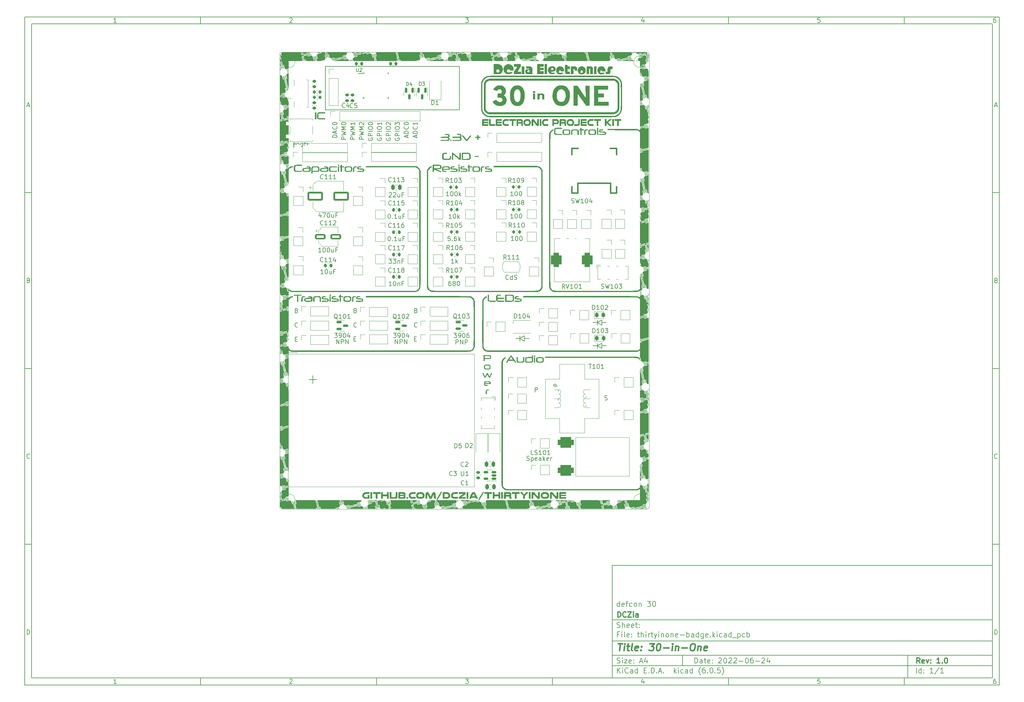
<source format=gbr>
%TF.GenerationSoftware,KiCad,Pcbnew,(6.0.5)*%
%TF.CreationDate,2022-09-10T22:43:36-06:00*%
%TF.ProjectId,thirtyinone-badge,74686972-7479-4696-9e6f-6e652d626164,1.0*%
%TF.SameCoordinates,Original*%
%TF.FileFunction,Legend,Top*%
%TF.FilePolarity,Positive*%
%FSLAX46Y46*%
G04 Gerber Fmt 4.6, Leading zero omitted, Abs format (unit mm)*
G04 Created by KiCad (PCBNEW (6.0.5)) date 2022-09-10 22:43:36*
%MOMM*%
%LPD*%
G01*
G04 APERTURE LIST*
G04 Aperture macros list*
%AMRoundRect*
0 Rectangle with rounded corners*
0 $1 Rounding radius*
0 $2 $3 $4 $5 $6 $7 $8 $9 X,Y pos of 4 corners*
0 Add a 4 corners polygon primitive as box body*
4,1,4,$2,$3,$4,$5,$6,$7,$8,$9,$2,$3,0*
0 Add four circle primitives for the rounded corners*
1,1,$1+$1,$2,$3*
1,1,$1+$1,$4,$5*
1,1,$1+$1,$6,$7*
1,1,$1+$1,$8,$9*
0 Add four rect primitives between the rounded corners*
20,1,$1+$1,$2,$3,$4,$5,0*
20,1,$1+$1,$4,$5,$6,$7,0*
20,1,$1+$1,$6,$7,$8,$9,0*
20,1,$1+$1,$8,$9,$2,$3,0*%
G04 Aperture macros list end*
%ADD10C,0.100000*%
%ADD11C,0.150000*%
%ADD12C,0.300000*%
%ADD13C,0.400000*%
%TA.AperFunction,Profile*%
%ADD14C,0.100000*%
%TD*%
%ADD15C,0.149860*%
%ADD16C,0.200000*%
%ADD17C,0.120000*%
%ADD18C,0.381000*%
%ADD19C,2.286000*%
%ADD20R,1.500000X0.400000*%
%ADD21O,1.950000X1.400000*%
%ADD22R,2.800000X1.000000*%
%ADD23RoundRect,0.200000X-0.200000X-0.275000X0.200000X-0.275000X0.200000X0.275000X-0.200000X0.275000X0*%
%ADD24RoundRect,0.150000X-0.150000X0.587500X-0.150000X-0.587500X0.150000X-0.587500X0.150000X0.587500X0*%
%ADD25R,0.550000X1.600000*%
%ADD26R,1.600000X0.550000*%
%ADD27RoundRect,0.225000X-0.225000X-0.250000X0.225000X-0.250000X0.225000X0.250000X-0.225000X0.250000X0*%
%ADD28RoundRect,0.225000X0.250000X-0.225000X0.250000X0.225000X-0.250000X0.225000X-0.250000X-0.225000X0*%
%ADD29R,1.700000X1.700000*%
%ADD30O,1.700000X1.700000*%
%ADD31C,1.524000*%
%ADD32RoundRect,0.250000X-1.950000X-1.000000X1.950000X-1.000000X1.950000X1.000000X-1.950000X1.000000X0*%
%ADD33R,1.600000X1.600000*%
%ADD34C,1.600000*%
%ADD35R,1.800000X2.500000*%
%ADD36C,3.048000*%
%ADD37C,3.450000*%
%ADD38R,3.000000X3.000000*%
%ADD39C,3.000000*%
%ADD40RoundRect,0.250000X-1.250000X-0.550000X1.250000X-0.550000X1.250000X0.550000X-1.250000X0.550000X0*%
%ADD41RoundRect,0.150000X-0.587500X-0.150000X0.587500X-0.150000X0.587500X0.150000X-0.587500X0.150000X0*%
%ADD42RoundRect,0.250000X-0.250000X-0.475000X0.250000X-0.475000X0.250000X0.475000X-0.250000X0.475000X0*%
%ADD43RoundRect,0.762000X1.524000X0.762000X-1.524000X0.762000X-1.524000X-0.762000X1.524000X-0.762000X0*%
%ADD44R,1.300000X0.700000*%
%ADD45RoundRect,0.243750X-0.243750X-0.456250X0.243750X-0.456250X0.243750X0.456250X-0.243750X0.456250X0*%
%ADD46R,1.800000X1.800000*%
%ADD47C,1.800000*%
%ADD48RoundRect,0.750000X-0.750000X1.250000X-0.750000X-1.250000X0.750000X-1.250000X0.750000X1.250000X0*%
%ADD49RoundRect,0.225000X0.225000X0.250000X-0.225000X0.250000X-0.225000X-0.250000X0.225000X-0.250000X0*%
%ADD50RoundRect,0.150000X0.512500X0.150000X-0.512500X0.150000X-0.512500X-0.150000X0.512500X-0.150000X0*%
%ADD51C,0.988060*%
%ADD52C,0.985520*%
%ADD53R,1.000000X1.000000*%
%ADD54O,1.000000X1.000000*%
G04 APERTURE END LIST*
D10*
D11*
X177002200Y-166007200D02*
X177002200Y-198007200D01*
X285002200Y-198007200D01*
X285002200Y-166007200D01*
X177002200Y-166007200D01*
D10*
D11*
X10000000Y-10000000D02*
X10000000Y-200007200D01*
X287002200Y-200007200D01*
X287002200Y-10000000D01*
X10000000Y-10000000D01*
D10*
D11*
X12000000Y-12000000D02*
X12000000Y-198007200D01*
X285002200Y-198007200D01*
X285002200Y-12000000D01*
X12000000Y-12000000D01*
D10*
D11*
X60000000Y-12000000D02*
X60000000Y-10000000D01*
D10*
D11*
X110000000Y-12000000D02*
X110000000Y-10000000D01*
D10*
D11*
X160000000Y-12000000D02*
X160000000Y-10000000D01*
D10*
D11*
X210000000Y-12000000D02*
X210000000Y-10000000D01*
D10*
D11*
X260000000Y-12000000D02*
X260000000Y-10000000D01*
D10*
D11*
X36065476Y-11588095D02*
X35322619Y-11588095D01*
X35694047Y-11588095D02*
X35694047Y-10288095D01*
X35570238Y-10473809D01*
X35446428Y-10597619D01*
X35322619Y-10659523D01*
D10*
D11*
X85322619Y-10411904D02*
X85384523Y-10350000D01*
X85508333Y-10288095D01*
X85817857Y-10288095D01*
X85941666Y-10350000D01*
X86003571Y-10411904D01*
X86065476Y-10535714D01*
X86065476Y-10659523D01*
X86003571Y-10845238D01*
X85260714Y-11588095D01*
X86065476Y-11588095D01*
D10*
D11*
X135260714Y-10288095D02*
X136065476Y-10288095D01*
X135632142Y-10783333D01*
X135817857Y-10783333D01*
X135941666Y-10845238D01*
X136003571Y-10907142D01*
X136065476Y-11030952D01*
X136065476Y-11340476D01*
X136003571Y-11464285D01*
X135941666Y-11526190D01*
X135817857Y-11588095D01*
X135446428Y-11588095D01*
X135322619Y-11526190D01*
X135260714Y-11464285D01*
D10*
D11*
X185941666Y-10721428D02*
X185941666Y-11588095D01*
X185632142Y-10226190D02*
X185322619Y-11154761D01*
X186127380Y-11154761D01*
D10*
D11*
X236003571Y-10288095D02*
X235384523Y-10288095D01*
X235322619Y-10907142D01*
X235384523Y-10845238D01*
X235508333Y-10783333D01*
X235817857Y-10783333D01*
X235941666Y-10845238D01*
X236003571Y-10907142D01*
X236065476Y-11030952D01*
X236065476Y-11340476D01*
X236003571Y-11464285D01*
X235941666Y-11526190D01*
X235817857Y-11588095D01*
X235508333Y-11588095D01*
X235384523Y-11526190D01*
X235322619Y-11464285D01*
D10*
D11*
X285941666Y-10288095D02*
X285694047Y-10288095D01*
X285570238Y-10350000D01*
X285508333Y-10411904D01*
X285384523Y-10597619D01*
X285322619Y-10845238D01*
X285322619Y-11340476D01*
X285384523Y-11464285D01*
X285446428Y-11526190D01*
X285570238Y-11588095D01*
X285817857Y-11588095D01*
X285941666Y-11526190D01*
X286003571Y-11464285D01*
X286065476Y-11340476D01*
X286065476Y-11030952D01*
X286003571Y-10907142D01*
X285941666Y-10845238D01*
X285817857Y-10783333D01*
X285570238Y-10783333D01*
X285446428Y-10845238D01*
X285384523Y-10907142D01*
X285322619Y-11030952D01*
D10*
D11*
X60000000Y-198007200D02*
X60000000Y-200007200D01*
D10*
D11*
X110000000Y-198007200D02*
X110000000Y-200007200D01*
D10*
D11*
X160000000Y-198007200D02*
X160000000Y-200007200D01*
D10*
D11*
X210000000Y-198007200D02*
X210000000Y-200007200D01*
D10*
D11*
X260000000Y-198007200D02*
X260000000Y-200007200D01*
D10*
D11*
X36065476Y-199595295D02*
X35322619Y-199595295D01*
X35694047Y-199595295D02*
X35694047Y-198295295D01*
X35570238Y-198481009D01*
X35446428Y-198604819D01*
X35322619Y-198666723D01*
D10*
D11*
X85322619Y-198419104D02*
X85384523Y-198357200D01*
X85508333Y-198295295D01*
X85817857Y-198295295D01*
X85941666Y-198357200D01*
X86003571Y-198419104D01*
X86065476Y-198542914D01*
X86065476Y-198666723D01*
X86003571Y-198852438D01*
X85260714Y-199595295D01*
X86065476Y-199595295D01*
D10*
D11*
X135260714Y-198295295D02*
X136065476Y-198295295D01*
X135632142Y-198790533D01*
X135817857Y-198790533D01*
X135941666Y-198852438D01*
X136003571Y-198914342D01*
X136065476Y-199038152D01*
X136065476Y-199347676D01*
X136003571Y-199471485D01*
X135941666Y-199533390D01*
X135817857Y-199595295D01*
X135446428Y-199595295D01*
X135322619Y-199533390D01*
X135260714Y-199471485D01*
D10*
D11*
X185941666Y-198728628D02*
X185941666Y-199595295D01*
X185632142Y-198233390D02*
X185322619Y-199161961D01*
X186127380Y-199161961D01*
D10*
D11*
X236003571Y-198295295D02*
X235384523Y-198295295D01*
X235322619Y-198914342D01*
X235384523Y-198852438D01*
X235508333Y-198790533D01*
X235817857Y-198790533D01*
X235941666Y-198852438D01*
X236003571Y-198914342D01*
X236065476Y-199038152D01*
X236065476Y-199347676D01*
X236003571Y-199471485D01*
X235941666Y-199533390D01*
X235817857Y-199595295D01*
X235508333Y-199595295D01*
X235384523Y-199533390D01*
X235322619Y-199471485D01*
D10*
D11*
X285941666Y-198295295D02*
X285694047Y-198295295D01*
X285570238Y-198357200D01*
X285508333Y-198419104D01*
X285384523Y-198604819D01*
X285322619Y-198852438D01*
X285322619Y-199347676D01*
X285384523Y-199471485D01*
X285446428Y-199533390D01*
X285570238Y-199595295D01*
X285817857Y-199595295D01*
X285941666Y-199533390D01*
X286003571Y-199471485D01*
X286065476Y-199347676D01*
X286065476Y-199038152D01*
X286003571Y-198914342D01*
X285941666Y-198852438D01*
X285817857Y-198790533D01*
X285570238Y-198790533D01*
X285446428Y-198852438D01*
X285384523Y-198914342D01*
X285322619Y-199038152D01*
D10*
D11*
X10000000Y-60000000D02*
X12000000Y-60000000D01*
D10*
D11*
X10000000Y-110000000D02*
X12000000Y-110000000D01*
D10*
D11*
X10000000Y-160000000D02*
X12000000Y-160000000D01*
D10*
D11*
X10690476Y-35216666D02*
X11309523Y-35216666D01*
X10566666Y-35588095D02*
X11000000Y-34288095D01*
X11433333Y-35588095D01*
D10*
D11*
X11092857Y-84907142D02*
X11278571Y-84969047D01*
X11340476Y-85030952D01*
X11402380Y-85154761D01*
X11402380Y-85340476D01*
X11340476Y-85464285D01*
X11278571Y-85526190D01*
X11154761Y-85588095D01*
X10659523Y-85588095D01*
X10659523Y-84288095D01*
X11092857Y-84288095D01*
X11216666Y-84350000D01*
X11278571Y-84411904D01*
X11340476Y-84535714D01*
X11340476Y-84659523D01*
X11278571Y-84783333D01*
X11216666Y-84845238D01*
X11092857Y-84907142D01*
X10659523Y-84907142D01*
D10*
D11*
X11402380Y-135464285D02*
X11340476Y-135526190D01*
X11154761Y-135588095D01*
X11030952Y-135588095D01*
X10845238Y-135526190D01*
X10721428Y-135402380D01*
X10659523Y-135278571D01*
X10597619Y-135030952D01*
X10597619Y-134845238D01*
X10659523Y-134597619D01*
X10721428Y-134473809D01*
X10845238Y-134350000D01*
X11030952Y-134288095D01*
X11154761Y-134288095D01*
X11340476Y-134350000D01*
X11402380Y-134411904D01*
D10*
D11*
X10659523Y-185588095D02*
X10659523Y-184288095D01*
X10969047Y-184288095D01*
X11154761Y-184350000D01*
X11278571Y-184473809D01*
X11340476Y-184597619D01*
X11402380Y-184845238D01*
X11402380Y-185030952D01*
X11340476Y-185278571D01*
X11278571Y-185402380D01*
X11154761Y-185526190D01*
X10969047Y-185588095D01*
X10659523Y-185588095D01*
D10*
D11*
X287002200Y-60000000D02*
X285002200Y-60000000D01*
D10*
D11*
X287002200Y-110000000D02*
X285002200Y-110000000D01*
D10*
D11*
X287002200Y-160000000D02*
X285002200Y-160000000D01*
D10*
D11*
X285692676Y-35216666D02*
X286311723Y-35216666D01*
X285568866Y-35588095D02*
X286002200Y-34288095D01*
X286435533Y-35588095D01*
D10*
D11*
X286095057Y-84907142D02*
X286280771Y-84969047D01*
X286342676Y-85030952D01*
X286404580Y-85154761D01*
X286404580Y-85340476D01*
X286342676Y-85464285D01*
X286280771Y-85526190D01*
X286156961Y-85588095D01*
X285661723Y-85588095D01*
X285661723Y-84288095D01*
X286095057Y-84288095D01*
X286218866Y-84350000D01*
X286280771Y-84411904D01*
X286342676Y-84535714D01*
X286342676Y-84659523D01*
X286280771Y-84783333D01*
X286218866Y-84845238D01*
X286095057Y-84907142D01*
X285661723Y-84907142D01*
D10*
D11*
X286404580Y-135464285D02*
X286342676Y-135526190D01*
X286156961Y-135588095D01*
X286033152Y-135588095D01*
X285847438Y-135526190D01*
X285723628Y-135402380D01*
X285661723Y-135278571D01*
X285599819Y-135030952D01*
X285599819Y-134845238D01*
X285661723Y-134597619D01*
X285723628Y-134473809D01*
X285847438Y-134350000D01*
X286033152Y-134288095D01*
X286156961Y-134288095D01*
X286342676Y-134350000D01*
X286404580Y-134411904D01*
D10*
D11*
X285661723Y-185588095D02*
X285661723Y-184288095D01*
X285971247Y-184288095D01*
X286156961Y-184350000D01*
X286280771Y-184473809D01*
X286342676Y-184597619D01*
X286404580Y-184845238D01*
X286404580Y-185030952D01*
X286342676Y-185278571D01*
X286280771Y-185402380D01*
X286156961Y-185526190D01*
X285971247Y-185588095D01*
X285661723Y-185588095D01*
D10*
D11*
X200434342Y-193785771D02*
X200434342Y-192285771D01*
X200791485Y-192285771D01*
X201005771Y-192357200D01*
X201148628Y-192500057D01*
X201220057Y-192642914D01*
X201291485Y-192928628D01*
X201291485Y-193142914D01*
X201220057Y-193428628D01*
X201148628Y-193571485D01*
X201005771Y-193714342D01*
X200791485Y-193785771D01*
X200434342Y-193785771D01*
X202577200Y-193785771D02*
X202577200Y-193000057D01*
X202505771Y-192857200D01*
X202362914Y-192785771D01*
X202077200Y-192785771D01*
X201934342Y-192857200D01*
X202577200Y-193714342D02*
X202434342Y-193785771D01*
X202077200Y-193785771D01*
X201934342Y-193714342D01*
X201862914Y-193571485D01*
X201862914Y-193428628D01*
X201934342Y-193285771D01*
X202077200Y-193214342D01*
X202434342Y-193214342D01*
X202577200Y-193142914D01*
X203077200Y-192785771D02*
X203648628Y-192785771D01*
X203291485Y-192285771D02*
X203291485Y-193571485D01*
X203362914Y-193714342D01*
X203505771Y-193785771D01*
X203648628Y-193785771D01*
X204720057Y-193714342D02*
X204577200Y-193785771D01*
X204291485Y-193785771D01*
X204148628Y-193714342D01*
X204077200Y-193571485D01*
X204077200Y-193000057D01*
X204148628Y-192857200D01*
X204291485Y-192785771D01*
X204577200Y-192785771D01*
X204720057Y-192857200D01*
X204791485Y-193000057D01*
X204791485Y-193142914D01*
X204077200Y-193285771D01*
X205434342Y-193642914D02*
X205505771Y-193714342D01*
X205434342Y-193785771D01*
X205362914Y-193714342D01*
X205434342Y-193642914D01*
X205434342Y-193785771D01*
X205434342Y-192857200D02*
X205505771Y-192928628D01*
X205434342Y-193000057D01*
X205362914Y-192928628D01*
X205434342Y-192857200D01*
X205434342Y-193000057D01*
X207220057Y-192428628D02*
X207291485Y-192357200D01*
X207434342Y-192285771D01*
X207791485Y-192285771D01*
X207934342Y-192357200D01*
X208005771Y-192428628D01*
X208077200Y-192571485D01*
X208077200Y-192714342D01*
X208005771Y-192928628D01*
X207148628Y-193785771D01*
X208077200Y-193785771D01*
X209005771Y-192285771D02*
X209148628Y-192285771D01*
X209291485Y-192357200D01*
X209362914Y-192428628D01*
X209434342Y-192571485D01*
X209505771Y-192857200D01*
X209505771Y-193214342D01*
X209434342Y-193500057D01*
X209362914Y-193642914D01*
X209291485Y-193714342D01*
X209148628Y-193785771D01*
X209005771Y-193785771D01*
X208862914Y-193714342D01*
X208791485Y-193642914D01*
X208720057Y-193500057D01*
X208648628Y-193214342D01*
X208648628Y-192857200D01*
X208720057Y-192571485D01*
X208791485Y-192428628D01*
X208862914Y-192357200D01*
X209005771Y-192285771D01*
X210077200Y-192428628D02*
X210148628Y-192357200D01*
X210291485Y-192285771D01*
X210648628Y-192285771D01*
X210791485Y-192357200D01*
X210862914Y-192428628D01*
X210934342Y-192571485D01*
X210934342Y-192714342D01*
X210862914Y-192928628D01*
X210005771Y-193785771D01*
X210934342Y-193785771D01*
X211505771Y-192428628D02*
X211577200Y-192357200D01*
X211720057Y-192285771D01*
X212077200Y-192285771D01*
X212220057Y-192357200D01*
X212291485Y-192428628D01*
X212362914Y-192571485D01*
X212362914Y-192714342D01*
X212291485Y-192928628D01*
X211434342Y-193785771D01*
X212362914Y-193785771D01*
X213005771Y-193214342D02*
X214148628Y-193214342D01*
X215148628Y-192285771D02*
X215291485Y-192285771D01*
X215434342Y-192357200D01*
X215505771Y-192428628D01*
X215577200Y-192571485D01*
X215648628Y-192857200D01*
X215648628Y-193214342D01*
X215577200Y-193500057D01*
X215505771Y-193642914D01*
X215434342Y-193714342D01*
X215291485Y-193785771D01*
X215148628Y-193785771D01*
X215005771Y-193714342D01*
X214934342Y-193642914D01*
X214862914Y-193500057D01*
X214791485Y-193214342D01*
X214791485Y-192857200D01*
X214862914Y-192571485D01*
X214934342Y-192428628D01*
X215005771Y-192357200D01*
X215148628Y-192285771D01*
X216934342Y-192285771D02*
X216648628Y-192285771D01*
X216505771Y-192357200D01*
X216434342Y-192428628D01*
X216291485Y-192642914D01*
X216220057Y-192928628D01*
X216220057Y-193500057D01*
X216291485Y-193642914D01*
X216362914Y-193714342D01*
X216505771Y-193785771D01*
X216791485Y-193785771D01*
X216934342Y-193714342D01*
X217005771Y-193642914D01*
X217077200Y-193500057D01*
X217077200Y-193142914D01*
X217005771Y-193000057D01*
X216934342Y-192928628D01*
X216791485Y-192857200D01*
X216505771Y-192857200D01*
X216362914Y-192928628D01*
X216291485Y-193000057D01*
X216220057Y-193142914D01*
X217720057Y-193214342D02*
X218862914Y-193214342D01*
X219505771Y-192428628D02*
X219577200Y-192357200D01*
X219720057Y-192285771D01*
X220077200Y-192285771D01*
X220220057Y-192357200D01*
X220291485Y-192428628D01*
X220362914Y-192571485D01*
X220362914Y-192714342D01*
X220291485Y-192928628D01*
X219434342Y-193785771D01*
X220362914Y-193785771D01*
X221648628Y-192785771D02*
X221648628Y-193785771D01*
X221291485Y-192214342D02*
X220934342Y-193285771D01*
X221862914Y-193285771D01*
D10*
D11*
X177002200Y-194507200D02*
X285002200Y-194507200D01*
D10*
D11*
X178434342Y-196585771D02*
X178434342Y-195085771D01*
X179291485Y-196585771D02*
X178648628Y-195728628D01*
X179291485Y-195085771D02*
X178434342Y-195942914D01*
X179934342Y-196585771D02*
X179934342Y-195585771D01*
X179934342Y-195085771D02*
X179862914Y-195157200D01*
X179934342Y-195228628D01*
X180005771Y-195157200D01*
X179934342Y-195085771D01*
X179934342Y-195228628D01*
X181505771Y-196442914D02*
X181434342Y-196514342D01*
X181220057Y-196585771D01*
X181077200Y-196585771D01*
X180862914Y-196514342D01*
X180720057Y-196371485D01*
X180648628Y-196228628D01*
X180577200Y-195942914D01*
X180577200Y-195728628D01*
X180648628Y-195442914D01*
X180720057Y-195300057D01*
X180862914Y-195157200D01*
X181077200Y-195085771D01*
X181220057Y-195085771D01*
X181434342Y-195157200D01*
X181505771Y-195228628D01*
X182791485Y-196585771D02*
X182791485Y-195800057D01*
X182720057Y-195657200D01*
X182577200Y-195585771D01*
X182291485Y-195585771D01*
X182148628Y-195657200D01*
X182791485Y-196514342D02*
X182648628Y-196585771D01*
X182291485Y-196585771D01*
X182148628Y-196514342D01*
X182077200Y-196371485D01*
X182077200Y-196228628D01*
X182148628Y-196085771D01*
X182291485Y-196014342D01*
X182648628Y-196014342D01*
X182791485Y-195942914D01*
X184148628Y-196585771D02*
X184148628Y-195085771D01*
X184148628Y-196514342D02*
X184005771Y-196585771D01*
X183720057Y-196585771D01*
X183577200Y-196514342D01*
X183505771Y-196442914D01*
X183434342Y-196300057D01*
X183434342Y-195871485D01*
X183505771Y-195728628D01*
X183577200Y-195657200D01*
X183720057Y-195585771D01*
X184005771Y-195585771D01*
X184148628Y-195657200D01*
X186005771Y-195800057D02*
X186505771Y-195800057D01*
X186720057Y-196585771D02*
X186005771Y-196585771D01*
X186005771Y-195085771D01*
X186720057Y-195085771D01*
X187362914Y-196442914D02*
X187434342Y-196514342D01*
X187362914Y-196585771D01*
X187291485Y-196514342D01*
X187362914Y-196442914D01*
X187362914Y-196585771D01*
X188077200Y-196585771D02*
X188077200Y-195085771D01*
X188434342Y-195085771D01*
X188648628Y-195157200D01*
X188791485Y-195300057D01*
X188862914Y-195442914D01*
X188934342Y-195728628D01*
X188934342Y-195942914D01*
X188862914Y-196228628D01*
X188791485Y-196371485D01*
X188648628Y-196514342D01*
X188434342Y-196585771D01*
X188077200Y-196585771D01*
X189577200Y-196442914D02*
X189648628Y-196514342D01*
X189577200Y-196585771D01*
X189505771Y-196514342D01*
X189577200Y-196442914D01*
X189577200Y-196585771D01*
X190220057Y-196157200D02*
X190934342Y-196157200D01*
X190077200Y-196585771D02*
X190577200Y-195085771D01*
X191077200Y-196585771D01*
X191577200Y-196442914D02*
X191648628Y-196514342D01*
X191577200Y-196585771D01*
X191505771Y-196514342D01*
X191577200Y-196442914D01*
X191577200Y-196585771D01*
X194577200Y-196585771D02*
X194577200Y-195085771D01*
X194720057Y-196014342D02*
X195148628Y-196585771D01*
X195148628Y-195585771D02*
X194577200Y-196157200D01*
X195791485Y-196585771D02*
X195791485Y-195585771D01*
X195791485Y-195085771D02*
X195720057Y-195157200D01*
X195791485Y-195228628D01*
X195862914Y-195157200D01*
X195791485Y-195085771D01*
X195791485Y-195228628D01*
X197148628Y-196514342D02*
X197005771Y-196585771D01*
X196720057Y-196585771D01*
X196577200Y-196514342D01*
X196505771Y-196442914D01*
X196434342Y-196300057D01*
X196434342Y-195871485D01*
X196505771Y-195728628D01*
X196577200Y-195657200D01*
X196720057Y-195585771D01*
X197005771Y-195585771D01*
X197148628Y-195657200D01*
X198434342Y-196585771D02*
X198434342Y-195800057D01*
X198362914Y-195657200D01*
X198220057Y-195585771D01*
X197934342Y-195585771D01*
X197791485Y-195657200D01*
X198434342Y-196514342D02*
X198291485Y-196585771D01*
X197934342Y-196585771D01*
X197791485Y-196514342D01*
X197720057Y-196371485D01*
X197720057Y-196228628D01*
X197791485Y-196085771D01*
X197934342Y-196014342D01*
X198291485Y-196014342D01*
X198434342Y-195942914D01*
X199791485Y-196585771D02*
X199791485Y-195085771D01*
X199791485Y-196514342D02*
X199648628Y-196585771D01*
X199362914Y-196585771D01*
X199220057Y-196514342D01*
X199148628Y-196442914D01*
X199077200Y-196300057D01*
X199077200Y-195871485D01*
X199148628Y-195728628D01*
X199220057Y-195657200D01*
X199362914Y-195585771D01*
X199648628Y-195585771D01*
X199791485Y-195657200D01*
X202077200Y-197157200D02*
X202005771Y-197085771D01*
X201862914Y-196871485D01*
X201791485Y-196728628D01*
X201720057Y-196514342D01*
X201648628Y-196157200D01*
X201648628Y-195871485D01*
X201720057Y-195514342D01*
X201791485Y-195300057D01*
X201862914Y-195157200D01*
X202005771Y-194942914D01*
X202077200Y-194871485D01*
X203291485Y-195085771D02*
X203005771Y-195085771D01*
X202862914Y-195157200D01*
X202791485Y-195228628D01*
X202648628Y-195442914D01*
X202577200Y-195728628D01*
X202577200Y-196300057D01*
X202648628Y-196442914D01*
X202720057Y-196514342D01*
X202862914Y-196585771D01*
X203148628Y-196585771D01*
X203291485Y-196514342D01*
X203362914Y-196442914D01*
X203434342Y-196300057D01*
X203434342Y-195942914D01*
X203362914Y-195800057D01*
X203291485Y-195728628D01*
X203148628Y-195657200D01*
X202862914Y-195657200D01*
X202720057Y-195728628D01*
X202648628Y-195800057D01*
X202577200Y-195942914D01*
X204077200Y-196442914D02*
X204148628Y-196514342D01*
X204077200Y-196585771D01*
X204005771Y-196514342D01*
X204077200Y-196442914D01*
X204077200Y-196585771D01*
X205077200Y-195085771D02*
X205220057Y-195085771D01*
X205362914Y-195157200D01*
X205434342Y-195228628D01*
X205505771Y-195371485D01*
X205577200Y-195657200D01*
X205577200Y-196014342D01*
X205505771Y-196300057D01*
X205434342Y-196442914D01*
X205362914Y-196514342D01*
X205220057Y-196585771D01*
X205077200Y-196585771D01*
X204934342Y-196514342D01*
X204862914Y-196442914D01*
X204791485Y-196300057D01*
X204720057Y-196014342D01*
X204720057Y-195657200D01*
X204791485Y-195371485D01*
X204862914Y-195228628D01*
X204934342Y-195157200D01*
X205077200Y-195085771D01*
X206220057Y-196442914D02*
X206291485Y-196514342D01*
X206220057Y-196585771D01*
X206148628Y-196514342D01*
X206220057Y-196442914D01*
X206220057Y-196585771D01*
X207648628Y-195085771D02*
X206934342Y-195085771D01*
X206862914Y-195800057D01*
X206934342Y-195728628D01*
X207077200Y-195657200D01*
X207434342Y-195657200D01*
X207577200Y-195728628D01*
X207648628Y-195800057D01*
X207720057Y-195942914D01*
X207720057Y-196300057D01*
X207648628Y-196442914D01*
X207577200Y-196514342D01*
X207434342Y-196585771D01*
X207077200Y-196585771D01*
X206934342Y-196514342D01*
X206862914Y-196442914D01*
X208220057Y-197157200D02*
X208291485Y-197085771D01*
X208434342Y-196871485D01*
X208505771Y-196728628D01*
X208577200Y-196514342D01*
X208648628Y-196157200D01*
X208648628Y-195871485D01*
X208577200Y-195514342D01*
X208505771Y-195300057D01*
X208434342Y-195157200D01*
X208291485Y-194942914D01*
X208220057Y-194871485D01*
D10*
D11*
X177002200Y-191507200D02*
X285002200Y-191507200D01*
D10*
D12*
X264411485Y-193785771D02*
X263911485Y-193071485D01*
X263554342Y-193785771D02*
X263554342Y-192285771D01*
X264125771Y-192285771D01*
X264268628Y-192357200D01*
X264340057Y-192428628D01*
X264411485Y-192571485D01*
X264411485Y-192785771D01*
X264340057Y-192928628D01*
X264268628Y-193000057D01*
X264125771Y-193071485D01*
X263554342Y-193071485D01*
X265625771Y-193714342D02*
X265482914Y-193785771D01*
X265197200Y-193785771D01*
X265054342Y-193714342D01*
X264982914Y-193571485D01*
X264982914Y-193000057D01*
X265054342Y-192857200D01*
X265197200Y-192785771D01*
X265482914Y-192785771D01*
X265625771Y-192857200D01*
X265697200Y-193000057D01*
X265697200Y-193142914D01*
X264982914Y-193285771D01*
X266197200Y-192785771D02*
X266554342Y-193785771D01*
X266911485Y-192785771D01*
X267482914Y-193642914D02*
X267554342Y-193714342D01*
X267482914Y-193785771D01*
X267411485Y-193714342D01*
X267482914Y-193642914D01*
X267482914Y-193785771D01*
X267482914Y-192857200D02*
X267554342Y-192928628D01*
X267482914Y-193000057D01*
X267411485Y-192928628D01*
X267482914Y-192857200D01*
X267482914Y-193000057D01*
X270125771Y-193785771D02*
X269268628Y-193785771D01*
X269697200Y-193785771D02*
X269697200Y-192285771D01*
X269554342Y-192500057D01*
X269411485Y-192642914D01*
X269268628Y-192714342D01*
X270768628Y-193642914D02*
X270840057Y-193714342D01*
X270768628Y-193785771D01*
X270697200Y-193714342D01*
X270768628Y-193642914D01*
X270768628Y-193785771D01*
X271768628Y-192285771D02*
X271911485Y-192285771D01*
X272054342Y-192357200D01*
X272125771Y-192428628D01*
X272197200Y-192571485D01*
X272268628Y-192857200D01*
X272268628Y-193214342D01*
X272197200Y-193500057D01*
X272125771Y-193642914D01*
X272054342Y-193714342D01*
X271911485Y-193785771D01*
X271768628Y-193785771D01*
X271625771Y-193714342D01*
X271554342Y-193642914D01*
X271482914Y-193500057D01*
X271411485Y-193214342D01*
X271411485Y-192857200D01*
X271482914Y-192571485D01*
X271554342Y-192428628D01*
X271625771Y-192357200D01*
X271768628Y-192285771D01*
D10*
D11*
X178362914Y-193714342D02*
X178577200Y-193785771D01*
X178934342Y-193785771D01*
X179077200Y-193714342D01*
X179148628Y-193642914D01*
X179220057Y-193500057D01*
X179220057Y-193357200D01*
X179148628Y-193214342D01*
X179077200Y-193142914D01*
X178934342Y-193071485D01*
X178648628Y-193000057D01*
X178505771Y-192928628D01*
X178434342Y-192857200D01*
X178362914Y-192714342D01*
X178362914Y-192571485D01*
X178434342Y-192428628D01*
X178505771Y-192357200D01*
X178648628Y-192285771D01*
X179005771Y-192285771D01*
X179220057Y-192357200D01*
X179862914Y-193785771D02*
X179862914Y-192785771D01*
X179862914Y-192285771D02*
X179791485Y-192357200D01*
X179862914Y-192428628D01*
X179934342Y-192357200D01*
X179862914Y-192285771D01*
X179862914Y-192428628D01*
X180434342Y-192785771D02*
X181220057Y-192785771D01*
X180434342Y-193785771D01*
X181220057Y-193785771D01*
X182362914Y-193714342D02*
X182220057Y-193785771D01*
X181934342Y-193785771D01*
X181791485Y-193714342D01*
X181720057Y-193571485D01*
X181720057Y-193000057D01*
X181791485Y-192857200D01*
X181934342Y-192785771D01*
X182220057Y-192785771D01*
X182362914Y-192857200D01*
X182434342Y-193000057D01*
X182434342Y-193142914D01*
X181720057Y-193285771D01*
X183077200Y-193642914D02*
X183148628Y-193714342D01*
X183077200Y-193785771D01*
X183005771Y-193714342D01*
X183077200Y-193642914D01*
X183077200Y-193785771D01*
X183077200Y-192857200D02*
X183148628Y-192928628D01*
X183077200Y-193000057D01*
X183005771Y-192928628D01*
X183077200Y-192857200D01*
X183077200Y-193000057D01*
X184862914Y-193357200D02*
X185577200Y-193357200D01*
X184720057Y-193785771D02*
X185220057Y-192285771D01*
X185720057Y-193785771D01*
X186862914Y-192785771D02*
X186862914Y-193785771D01*
X186505771Y-192214342D02*
X186148628Y-193285771D01*
X187077200Y-193285771D01*
D10*
D11*
X263434342Y-196585771D02*
X263434342Y-195085771D01*
X264791485Y-196585771D02*
X264791485Y-195085771D01*
X264791485Y-196514342D02*
X264648628Y-196585771D01*
X264362914Y-196585771D01*
X264220057Y-196514342D01*
X264148628Y-196442914D01*
X264077200Y-196300057D01*
X264077200Y-195871485D01*
X264148628Y-195728628D01*
X264220057Y-195657200D01*
X264362914Y-195585771D01*
X264648628Y-195585771D01*
X264791485Y-195657200D01*
X265505771Y-196442914D02*
X265577200Y-196514342D01*
X265505771Y-196585771D01*
X265434342Y-196514342D01*
X265505771Y-196442914D01*
X265505771Y-196585771D01*
X265505771Y-195657200D02*
X265577200Y-195728628D01*
X265505771Y-195800057D01*
X265434342Y-195728628D01*
X265505771Y-195657200D01*
X265505771Y-195800057D01*
X268148628Y-196585771D02*
X267291485Y-196585771D01*
X267720057Y-196585771D02*
X267720057Y-195085771D01*
X267577200Y-195300057D01*
X267434342Y-195442914D01*
X267291485Y-195514342D01*
X269862914Y-195014342D02*
X268577200Y-196942914D01*
X271148628Y-196585771D02*
X270291485Y-196585771D01*
X270720057Y-196585771D02*
X270720057Y-195085771D01*
X270577200Y-195300057D01*
X270434342Y-195442914D01*
X270291485Y-195514342D01*
D10*
D11*
X177002200Y-187507200D02*
X285002200Y-187507200D01*
D10*
D13*
X178714580Y-188211961D02*
X179857438Y-188211961D01*
X179036009Y-190211961D02*
X179286009Y-188211961D01*
X180274104Y-190211961D02*
X180440771Y-188878628D01*
X180524104Y-188211961D02*
X180416961Y-188307200D01*
X180500295Y-188402438D01*
X180607438Y-188307200D01*
X180524104Y-188211961D01*
X180500295Y-188402438D01*
X181107438Y-188878628D02*
X181869342Y-188878628D01*
X181476485Y-188211961D02*
X181262200Y-189926247D01*
X181333628Y-190116723D01*
X181512200Y-190211961D01*
X181702676Y-190211961D01*
X182655057Y-190211961D02*
X182476485Y-190116723D01*
X182405057Y-189926247D01*
X182619342Y-188211961D01*
X184190771Y-190116723D02*
X183988390Y-190211961D01*
X183607438Y-190211961D01*
X183428866Y-190116723D01*
X183357438Y-189926247D01*
X183452676Y-189164342D01*
X183571723Y-188973866D01*
X183774104Y-188878628D01*
X184155057Y-188878628D01*
X184333628Y-188973866D01*
X184405057Y-189164342D01*
X184381247Y-189354819D01*
X183405057Y-189545295D01*
X185155057Y-190021485D02*
X185238390Y-190116723D01*
X185131247Y-190211961D01*
X185047914Y-190116723D01*
X185155057Y-190021485D01*
X185131247Y-190211961D01*
X185286009Y-188973866D02*
X185369342Y-189069104D01*
X185262200Y-189164342D01*
X185178866Y-189069104D01*
X185286009Y-188973866D01*
X185262200Y-189164342D01*
X187666961Y-188211961D02*
X188905057Y-188211961D01*
X188143152Y-188973866D01*
X188428866Y-188973866D01*
X188607438Y-189069104D01*
X188690771Y-189164342D01*
X188762200Y-189354819D01*
X188702676Y-189831009D01*
X188583628Y-190021485D01*
X188476485Y-190116723D01*
X188274104Y-190211961D01*
X187702676Y-190211961D01*
X187524104Y-190116723D01*
X187440771Y-190021485D01*
X190143152Y-188211961D02*
X190333628Y-188211961D01*
X190512200Y-188307200D01*
X190595533Y-188402438D01*
X190666961Y-188592914D01*
X190714580Y-188973866D01*
X190655057Y-189450057D01*
X190512200Y-189831009D01*
X190393152Y-190021485D01*
X190286009Y-190116723D01*
X190083628Y-190211961D01*
X189893152Y-190211961D01*
X189714580Y-190116723D01*
X189631247Y-190021485D01*
X189559819Y-189831009D01*
X189512200Y-189450057D01*
X189571723Y-188973866D01*
X189714580Y-188592914D01*
X189833628Y-188402438D01*
X189940771Y-188307200D01*
X190143152Y-188211961D01*
X191512200Y-189450057D02*
X193036009Y-189450057D01*
X193893152Y-190211961D02*
X194059819Y-188878628D01*
X194143152Y-188211961D02*
X194036009Y-188307200D01*
X194119342Y-188402438D01*
X194226485Y-188307200D01*
X194143152Y-188211961D01*
X194119342Y-188402438D01*
X195012200Y-188878628D02*
X194845533Y-190211961D01*
X194988390Y-189069104D02*
X195095533Y-188973866D01*
X195297914Y-188878628D01*
X195583628Y-188878628D01*
X195762200Y-188973866D01*
X195833628Y-189164342D01*
X195702676Y-190211961D01*
X196750295Y-189450057D02*
X198274104Y-189450057D01*
X199762200Y-188211961D02*
X200143152Y-188211961D01*
X200321723Y-188307200D01*
X200488390Y-188497676D01*
X200536009Y-188878628D01*
X200452676Y-189545295D01*
X200309819Y-189926247D01*
X200095533Y-190116723D01*
X199893152Y-190211961D01*
X199512200Y-190211961D01*
X199333628Y-190116723D01*
X199166961Y-189926247D01*
X199119342Y-189545295D01*
X199202676Y-188878628D01*
X199345533Y-188497676D01*
X199559819Y-188307200D01*
X199762200Y-188211961D01*
X201393152Y-188878628D02*
X201226485Y-190211961D01*
X201369342Y-189069104D02*
X201476485Y-188973866D01*
X201678866Y-188878628D01*
X201964580Y-188878628D01*
X202143152Y-188973866D01*
X202214580Y-189164342D01*
X202083628Y-190211961D01*
X203809819Y-190116723D02*
X203607438Y-190211961D01*
X203226485Y-190211961D01*
X203047914Y-190116723D01*
X202976485Y-189926247D01*
X203071723Y-189164342D01*
X203190771Y-188973866D01*
X203393152Y-188878628D01*
X203774104Y-188878628D01*
X203952676Y-188973866D01*
X204024104Y-189164342D01*
X204000295Y-189354819D01*
X203024104Y-189545295D01*
D10*
D11*
X178934342Y-185600057D02*
X178434342Y-185600057D01*
X178434342Y-186385771D02*
X178434342Y-184885771D01*
X179148628Y-184885771D01*
X179720057Y-186385771D02*
X179720057Y-185385771D01*
X179720057Y-184885771D02*
X179648628Y-184957200D01*
X179720057Y-185028628D01*
X179791485Y-184957200D01*
X179720057Y-184885771D01*
X179720057Y-185028628D01*
X180648628Y-186385771D02*
X180505771Y-186314342D01*
X180434342Y-186171485D01*
X180434342Y-184885771D01*
X181791485Y-186314342D02*
X181648628Y-186385771D01*
X181362914Y-186385771D01*
X181220057Y-186314342D01*
X181148628Y-186171485D01*
X181148628Y-185600057D01*
X181220057Y-185457200D01*
X181362914Y-185385771D01*
X181648628Y-185385771D01*
X181791485Y-185457200D01*
X181862914Y-185600057D01*
X181862914Y-185742914D01*
X181148628Y-185885771D01*
X182505771Y-186242914D02*
X182577200Y-186314342D01*
X182505771Y-186385771D01*
X182434342Y-186314342D01*
X182505771Y-186242914D01*
X182505771Y-186385771D01*
X182505771Y-185457200D02*
X182577200Y-185528628D01*
X182505771Y-185600057D01*
X182434342Y-185528628D01*
X182505771Y-185457200D01*
X182505771Y-185600057D01*
X184148628Y-185385771D02*
X184720057Y-185385771D01*
X184362914Y-184885771D02*
X184362914Y-186171485D01*
X184434342Y-186314342D01*
X184577200Y-186385771D01*
X184720057Y-186385771D01*
X185220057Y-186385771D02*
X185220057Y-184885771D01*
X185862914Y-186385771D02*
X185862914Y-185600057D01*
X185791485Y-185457200D01*
X185648628Y-185385771D01*
X185434342Y-185385771D01*
X185291485Y-185457200D01*
X185220057Y-185528628D01*
X186577200Y-186385771D02*
X186577200Y-185385771D01*
X186577200Y-184885771D02*
X186505771Y-184957200D01*
X186577200Y-185028628D01*
X186648628Y-184957200D01*
X186577200Y-184885771D01*
X186577200Y-185028628D01*
X187291485Y-186385771D02*
X187291485Y-185385771D01*
X187291485Y-185671485D02*
X187362914Y-185528628D01*
X187434342Y-185457200D01*
X187577200Y-185385771D01*
X187720057Y-185385771D01*
X188005771Y-185385771D02*
X188577200Y-185385771D01*
X188220057Y-184885771D02*
X188220057Y-186171485D01*
X188291485Y-186314342D01*
X188434342Y-186385771D01*
X188577200Y-186385771D01*
X188934342Y-185385771D02*
X189291485Y-186385771D01*
X189648628Y-185385771D02*
X189291485Y-186385771D01*
X189148628Y-186742914D01*
X189077200Y-186814342D01*
X188934342Y-186885771D01*
X190220057Y-186385771D02*
X190220057Y-185385771D01*
X190220057Y-184885771D02*
X190148628Y-184957200D01*
X190220057Y-185028628D01*
X190291485Y-184957200D01*
X190220057Y-184885771D01*
X190220057Y-185028628D01*
X190934342Y-185385771D02*
X190934342Y-186385771D01*
X190934342Y-185528628D02*
X191005771Y-185457200D01*
X191148628Y-185385771D01*
X191362914Y-185385771D01*
X191505771Y-185457200D01*
X191577200Y-185600057D01*
X191577200Y-186385771D01*
X192505771Y-186385771D02*
X192362914Y-186314342D01*
X192291485Y-186242914D01*
X192220057Y-186100057D01*
X192220057Y-185671485D01*
X192291485Y-185528628D01*
X192362914Y-185457200D01*
X192505771Y-185385771D01*
X192720057Y-185385771D01*
X192862914Y-185457200D01*
X192934342Y-185528628D01*
X193005771Y-185671485D01*
X193005771Y-186100057D01*
X192934342Y-186242914D01*
X192862914Y-186314342D01*
X192720057Y-186385771D01*
X192505771Y-186385771D01*
X193648628Y-185385771D02*
X193648628Y-186385771D01*
X193648628Y-185528628D02*
X193720057Y-185457200D01*
X193862914Y-185385771D01*
X194077200Y-185385771D01*
X194220057Y-185457200D01*
X194291485Y-185600057D01*
X194291485Y-186385771D01*
X195577200Y-186314342D02*
X195434342Y-186385771D01*
X195148628Y-186385771D01*
X195005771Y-186314342D01*
X194934342Y-186171485D01*
X194934342Y-185600057D01*
X195005771Y-185457200D01*
X195148628Y-185385771D01*
X195434342Y-185385771D01*
X195577200Y-185457200D01*
X195648628Y-185600057D01*
X195648628Y-185742914D01*
X194934342Y-185885771D01*
X196291485Y-185814342D02*
X197434342Y-185814342D01*
X198148628Y-186385771D02*
X198148628Y-184885771D01*
X198148628Y-185457200D02*
X198291485Y-185385771D01*
X198577200Y-185385771D01*
X198720057Y-185457200D01*
X198791485Y-185528628D01*
X198862914Y-185671485D01*
X198862914Y-186100057D01*
X198791485Y-186242914D01*
X198720057Y-186314342D01*
X198577200Y-186385771D01*
X198291485Y-186385771D01*
X198148628Y-186314342D01*
X200148628Y-186385771D02*
X200148628Y-185600057D01*
X200077200Y-185457200D01*
X199934342Y-185385771D01*
X199648628Y-185385771D01*
X199505771Y-185457200D01*
X200148628Y-186314342D02*
X200005771Y-186385771D01*
X199648628Y-186385771D01*
X199505771Y-186314342D01*
X199434342Y-186171485D01*
X199434342Y-186028628D01*
X199505771Y-185885771D01*
X199648628Y-185814342D01*
X200005771Y-185814342D01*
X200148628Y-185742914D01*
X201505771Y-186385771D02*
X201505771Y-184885771D01*
X201505771Y-186314342D02*
X201362914Y-186385771D01*
X201077200Y-186385771D01*
X200934342Y-186314342D01*
X200862914Y-186242914D01*
X200791485Y-186100057D01*
X200791485Y-185671485D01*
X200862914Y-185528628D01*
X200934342Y-185457200D01*
X201077200Y-185385771D01*
X201362914Y-185385771D01*
X201505771Y-185457200D01*
X202862914Y-185385771D02*
X202862914Y-186600057D01*
X202791485Y-186742914D01*
X202720057Y-186814342D01*
X202577200Y-186885771D01*
X202362914Y-186885771D01*
X202220057Y-186814342D01*
X202862914Y-186314342D02*
X202720057Y-186385771D01*
X202434342Y-186385771D01*
X202291485Y-186314342D01*
X202220057Y-186242914D01*
X202148628Y-186100057D01*
X202148628Y-185671485D01*
X202220057Y-185528628D01*
X202291485Y-185457200D01*
X202434342Y-185385771D01*
X202720057Y-185385771D01*
X202862914Y-185457200D01*
X204148628Y-186314342D02*
X204005771Y-186385771D01*
X203720057Y-186385771D01*
X203577200Y-186314342D01*
X203505771Y-186171485D01*
X203505771Y-185600057D01*
X203577200Y-185457200D01*
X203720057Y-185385771D01*
X204005771Y-185385771D01*
X204148628Y-185457200D01*
X204220057Y-185600057D01*
X204220057Y-185742914D01*
X203505771Y-185885771D01*
X204862914Y-186242914D02*
X204934342Y-186314342D01*
X204862914Y-186385771D01*
X204791485Y-186314342D01*
X204862914Y-186242914D01*
X204862914Y-186385771D01*
X205577200Y-186385771D02*
X205577200Y-184885771D01*
X205720057Y-185814342D02*
X206148628Y-186385771D01*
X206148628Y-185385771D02*
X205577200Y-185957200D01*
X206791485Y-186385771D02*
X206791485Y-185385771D01*
X206791485Y-184885771D02*
X206720057Y-184957200D01*
X206791485Y-185028628D01*
X206862914Y-184957200D01*
X206791485Y-184885771D01*
X206791485Y-185028628D01*
X208148628Y-186314342D02*
X208005771Y-186385771D01*
X207720057Y-186385771D01*
X207577200Y-186314342D01*
X207505771Y-186242914D01*
X207434342Y-186100057D01*
X207434342Y-185671485D01*
X207505771Y-185528628D01*
X207577200Y-185457200D01*
X207720057Y-185385771D01*
X208005771Y-185385771D01*
X208148628Y-185457200D01*
X209434342Y-186385771D02*
X209434342Y-185600057D01*
X209362914Y-185457200D01*
X209220057Y-185385771D01*
X208934342Y-185385771D01*
X208791485Y-185457200D01*
X209434342Y-186314342D02*
X209291485Y-186385771D01*
X208934342Y-186385771D01*
X208791485Y-186314342D01*
X208720057Y-186171485D01*
X208720057Y-186028628D01*
X208791485Y-185885771D01*
X208934342Y-185814342D01*
X209291485Y-185814342D01*
X209434342Y-185742914D01*
X210791485Y-186385771D02*
X210791485Y-184885771D01*
X210791485Y-186314342D02*
X210648628Y-186385771D01*
X210362914Y-186385771D01*
X210220057Y-186314342D01*
X210148628Y-186242914D01*
X210077200Y-186100057D01*
X210077200Y-185671485D01*
X210148628Y-185528628D01*
X210220057Y-185457200D01*
X210362914Y-185385771D01*
X210648628Y-185385771D01*
X210791485Y-185457200D01*
X211148628Y-186528628D02*
X212291485Y-186528628D01*
X212648628Y-185385771D02*
X212648628Y-186885771D01*
X212648628Y-185457200D02*
X212791485Y-185385771D01*
X213077200Y-185385771D01*
X213220057Y-185457200D01*
X213291485Y-185528628D01*
X213362914Y-185671485D01*
X213362914Y-186100057D01*
X213291485Y-186242914D01*
X213220057Y-186314342D01*
X213077200Y-186385771D01*
X212791485Y-186385771D01*
X212648628Y-186314342D01*
X214648628Y-186314342D02*
X214505771Y-186385771D01*
X214220057Y-186385771D01*
X214077200Y-186314342D01*
X214005771Y-186242914D01*
X213934342Y-186100057D01*
X213934342Y-185671485D01*
X214005771Y-185528628D01*
X214077200Y-185457200D01*
X214220057Y-185385771D01*
X214505771Y-185385771D01*
X214648628Y-185457200D01*
X215291485Y-186385771D02*
X215291485Y-184885771D01*
X215291485Y-185457200D02*
X215434342Y-185385771D01*
X215720057Y-185385771D01*
X215862914Y-185457200D01*
X215934342Y-185528628D01*
X216005771Y-185671485D01*
X216005771Y-186100057D01*
X215934342Y-186242914D01*
X215862914Y-186314342D01*
X215720057Y-186385771D01*
X215434342Y-186385771D01*
X215291485Y-186314342D01*
D10*
D11*
X177002200Y-181507200D02*
X285002200Y-181507200D01*
D10*
D11*
X178362914Y-183614342D02*
X178577200Y-183685771D01*
X178934342Y-183685771D01*
X179077200Y-183614342D01*
X179148628Y-183542914D01*
X179220057Y-183400057D01*
X179220057Y-183257200D01*
X179148628Y-183114342D01*
X179077200Y-183042914D01*
X178934342Y-182971485D01*
X178648628Y-182900057D01*
X178505771Y-182828628D01*
X178434342Y-182757200D01*
X178362914Y-182614342D01*
X178362914Y-182471485D01*
X178434342Y-182328628D01*
X178505771Y-182257200D01*
X178648628Y-182185771D01*
X179005771Y-182185771D01*
X179220057Y-182257200D01*
X179862914Y-183685771D02*
X179862914Y-182185771D01*
X180505771Y-183685771D02*
X180505771Y-182900057D01*
X180434342Y-182757200D01*
X180291485Y-182685771D01*
X180077200Y-182685771D01*
X179934342Y-182757200D01*
X179862914Y-182828628D01*
X181791485Y-183614342D02*
X181648628Y-183685771D01*
X181362914Y-183685771D01*
X181220057Y-183614342D01*
X181148628Y-183471485D01*
X181148628Y-182900057D01*
X181220057Y-182757200D01*
X181362914Y-182685771D01*
X181648628Y-182685771D01*
X181791485Y-182757200D01*
X181862914Y-182900057D01*
X181862914Y-183042914D01*
X181148628Y-183185771D01*
X183077200Y-183614342D02*
X182934342Y-183685771D01*
X182648628Y-183685771D01*
X182505771Y-183614342D01*
X182434342Y-183471485D01*
X182434342Y-182900057D01*
X182505771Y-182757200D01*
X182648628Y-182685771D01*
X182934342Y-182685771D01*
X183077200Y-182757200D01*
X183148628Y-182900057D01*
X183148628Y-183042914D01*
X182434342Y-183185771D01*
X183577200Y-182685771D02*
X184148628Y-182685771D01*
X183791485Y-182185771D02*
X183791485Y-183471485D01*
X183862914Y-183614342D01*
X184005771Y-183685771D01*
X184148628Y-183685771D01*
X184648628Y-183542914D02*
X184720057Y-183614342D01*
X184648628Y-183685771D01*
X184577200Y-183614342D01*
X184648628Y-183542914D01*
X184648628Y-183685771D01*
X184648628Y-182757200D02*
X184720057Y-182828628D01*
X184648628Y-182900057D01*
X184577200Y-182828628D01*
X184648628Y-182757200D01*
X184648628Y-182900057D01*
D10*
D12*
X178554342Y-180685771D02*
X178554342Y-179185771D01*
X178911485Y-179185771D01*
X179125771Y-179257200D01*
X179268628Y-179400057D01*
X179340057Y-179542914D01*
X179411485Y-179828628D01*
X179411485Y-180042914D01*
X179340057Y-180328628D01*
X179268628Y-180471485D01*
X179125771Y-180614342D01*
X178911485Y-180685771D01*
X178554342Y-180685771D01*
X180911485Y-180542914D02*
X180840057Y-180614342D01*
X180625771Y-180685771D01*
X180482914Y-180685771D01*
X180268628Y-180614342D01*
X180125771Y-180471485D01*
X180054342Y-180328628D01*
X179982914Y-180042914D01*
X179982914Y-179828628D01*
X180054342Y-179542914D01*
X180125771Y-179400057D01*
X180268628Y-179257200D01*
X180482914Y-179185771D01*
X180625771Y-179185771D01*
X180840057Y-179257200D01*
X180911485Y-179328628D01*
X181411485Y-179185771D02*
X182411485Y-179185771D01*
X181411485Y-180685771D01*
X182411485Y-180685771D01*
X182982914Y-180685771D02*
X182982914Y-179685771D01*
X182982914Y-179185771D02*
X182911485Y-179257200D01*
X182982914Y-179328628D01*
X183054342Y-179257200D01*
X182982914Y-179185771D01*
X182982914Y-179328628D01*
X184340057Y-180685771D02*
X184340057Y-179900057D01*
X184268628Y-179757200D01*
X184125771Y-179685771D01*
X183840057Y-179685771D01*
X183697200Y-179757200D01*
X184340057Y-180614342D02*
X184197200Y-180685771D01*
X183840057Y-180685771D01*
X183697200Y-180614342D01*
X183625771Y-180471485D01*
X183625771Y-180328628D01*
X183697200Y-180185771D01*
X183840057Y-180114342D01*
X184197200Y-180114342D01*
X184340057Y-180042914D01*
D10*
D11*
X179077200Y-177685771D02*
X179077200Y-176185771D01*
X179077200Y-177614342D02*
X178934342Y-177685771D01*
X178648628Y-177685771D01*
X178505771Y-177614342D01*
X178434342Y-177542914D01*
X178362914Y-177400057D01*
X178362914Y-176971485D01*
X178434342Y-176828628D01*
X178505771Y-176757200D01*
X178648628Y-176685771D01*
X178934342Y-176685771D01*
X179077200Y-176757200D01*
X180362914Y-177614342D02*
X180220057Y-177685771D01*
X179934342Y-177685771D01*
X179791485Y-177614342D01*
X179720057Y-177471485D01*
X179720057Y-176900057D01*
X179791485Y-176757200D01*
X179934342Y-176685771D01*
X180220057Y-176685771D01*
X180362914Y-176757200D01*
X180434342Y-176900057D01*
X180434342Y-177042914D01*
X179720057Y-177185771D01*
X180862914Y-176685771D02*
X181434342Y-176685771D01*
X181077200Y-177685771D02*
X181077200Y-176400057D01*
X181148628Y-176257200D01*
X181291485Y-176185771D01*
X181434342Y-176185771D01*
X182577200Y-177614342D02*
X182434342Y-177685771D01*
X182148628Y-177685771D01*
X182005771Y-177614342D01*
X181934342Y-177542914D01*
X181862914Y-177400057D01*
X181862914Y-176971485D01*
X181934342Y-176828628D01*
X182005771Y-176757200D01*
X182148628Y-176685771D01*
X182434342Y-176685771D01*
X182577200Y-176757200D01*
X183434342Y-177685771D02*
X183291485Y-177614342D01*
X183220057Y-177542914D01*
X183148628Y-177400057D01*
X183148628Y-176971485D01*
X183220057Y-176828628D01*
X183291485Y-176757200D01*
X183434342Y-176685771D01*
X183648628Y-176685771D01*
X183791485Y-176757200D01*
X183862914Y-176828628D01*
X183934342Y-176971485D01*
X183934342Y-177400057D01*
X183862914Y-177542914D01*
X183791485Y-177614342D01*
X183648628Y-177685771D01*
X183434342Y-177685771D01*
X184577200Y-176685771D02*
X184577200Y-177685771D01*
X184577200Y-176828628D02*
X184648628Y-176757200D01*
X184791485Y-176685771D01*
X185005771Y-176685771D01*
X185148628Y-176757200D01*
X185220057Y-176900057D01*
X185220057Y-177685771D01*
X186934342Y-176185771D02*
X187862914Y-176185771D01*
X187362914Y-176757200D01*
X187577200Y-176757200D01*
X187720057Y-176828628D01*
X187791485Y-176900057D01*
X187862914Y-177042914D01*
X187862914Y-177400057D01*
X187791485Y-177542914D01*
X187720057Y-177614342D01*
X187577200Y-177685771D01*
X187148628Y-177685771D01*
X187005771Y-177614342D01*
X186934342Y-177542914D01*
X188791485Y-176185771D02*
X188934342Y-176185771D01*
X189077200Y-176257200D01*
X189148628Y-176328628D01*
X189220057Y-176471485D01*
X189291485Y-176757200D01*
X189291485Y-177114342D01*
X189220057Y-177400057D01*
X189148628Y-177542914D01*
X189077200Y-177614342D01*
X188934342Y-177685771D01*
X188791485Y-177685771D01*
X188648628Y-177614342D01*
X188577200Y-177542914D01*
X188505771Y-177400057D01*
X188434342Y-177114342D01*
X188434342Y-176757200D01*
X188505771Y-176471485D01*
X188577200Y-176328628D01*
X188648628Y-176257200D01*
X188791485Y-176185771D01*
D10*
D11*
D10*
D11*
D10*
D11*
D10*
D11*
X197002200Y-191507200D02*
X197002200Y-194507200D01*
D10*
D11*
X261002200Y-191507200D02*
X261002200Y-198007200D01*
X173980000Y-97640000D02*
X172720000Y-96880000D01*
X173990000Y-104260000D02*
X172730000Y-103500000D01*
X174000000Y-103500000D02*
X175330000Y-103500000D01*
X152000000Y-101420000D02*
X153330000Y-101420000D01*
X172720000Y-96190000D02*
X172720000Y-97660000D01*
X151990000Y-102180000D02*
X150730000Y-101420000D01*
X172720000Y-96880000D02*
X171510000Y-96880000D01*
X151990000Y-100730000D02*
X151990000Y-102180000D01*
X172730000Y-103500000D02*
X171520000Y-103500000D01*
X173980000Y-96190000D02*
X173980000Y-97640000D01*
X173990000Y-96880000D02*
X175320000Y-96880000D01*
X95488392Y-24037600D02*
X133588392Y-24037600D01*
X133588392Y-24037600D02*
X133588392Y-36427600D01*
X133588392Y-36427600D02*
X95488392Y-36427600D01*
X95488392Y-36427600D02*
X95488392Y-24037600D01*
X172740000Y-103480000D02*
X173990000Y-102810000D01*
X172730000Y-102810000D02*
X172730000Y-104280000D01*
X150730000Y-100730000D02*
X150730000Y-102200000D01*
X150730000Y-101420000D02*
X149520000Y-101420000D01*
X150740000Y-101400000D02*
X151990000Y-100730000D01*
X173990000Y-102810000D02*
X173990000Y-104260000D01*
X172730000Y-96860000D02*
X173980000Y-96190000D01*
D14*
X187456143Y-139425773D02*
X187456143Y-149425299D01*
X83036993Y-19994943D02*
G75*
G03*
X82456992Y-20564526I-7993J-571957D01*
G01*
X86851195Y-147330000D02*
G75*
G03*
X86851195Y-147330000I-1651195J0D01*
G01*
X186873764Y-149995299D02*
X83026984Y-149993984D01*
X82456600Y-149411608D02*
G75*
G03*
X83026984Y-149993984I562600J-19492D01*
G01*
X86851187Y-22743200D02*
G75*
G03*
X86851187Y-22743200I-1651195J0D01*
G01*
X187456992Y-20575000D02*
X187456143Y-139425773D01*
X83036992Y-19995000D02*
X186886992Y-19995000D01*
X82456510Y-149411605D02*
X82456992Y-20564526D01*
X186873762Y-149995356D02*
G75*
G03*
X187456143Y-149425299I19438J562656D01*
G01*
X187456946Y-20574998D02*
G75*
G03*
X186886992Y-19995000I-560346J19398D01*
G01*
X186389987Y-22717800D02*
G75*
G03*
X186389987Y-22717800I-1651195J0D01*
G01*
X186391195Y-147330000D02*
G75*
G03*
X186391195Y-147330000I-1651195J0D01*
G01*
D11*
X98777160Y-44254523D02*
X97507160Y-44254523D01*
X97507160Y-43952142D01*
X97567637Y-43770714D01*
X97688589Y-43649761D01*
X97809541Y-43589285D01*
X98051446Y-43528809D01*
X98232875Y-43528809D01*
X98474779Y-43589285D01*
X98595732Y-43649761D01*
X98716684Y-43770714D01*
X98777160Y-43952142D01*
X98777160Y-44254523D01*
X98414303Y-43044999D02*
X98414303Y-42440237D01*
X98777160Y-43165952D02*
X97507160Y-42742618D01*
X98777160Y-42319285D01*
X98656208Y-41170237D02*
X98716684Y-41230714D01*
X98777160Y-41412142D01*
X98777160Y-41533095D01*
X98716684Y-41714523D01*
X98595732Y-41835476D01*
X98474779Y-41895952D01*
X98232875Y-41956428D01*
X98051446Y-41956428D01*
X97809541Y-41895952D01*
X97688589Y-41835476D01*
X97567637Y-41714523D01*
X97507160Y-41533095D01*
X97507160Y-41412142D01*
X97567637Y-41230714D01*
X97628113Y-41170237D01*
X97507160Y-40384047D02*
X97507160Y-40263095D01*
X97567637Y-40142142D01*
X97628113Y-40081666D01*
X97749065Y-40021190D01*
X97990970Y-39960714D01*
X98293351Y-39960714D01*
X98535256Y-40021190D01*
X98656208Y-40081666D01*
X98716684Y-40142142D01*
X98777160Y-40263095D01*
X98777160Y-40384047D01*
X98716684Y-40504999D01*
X98656208Y-40565476D01*
X98535256Y-40625952D01*
X98293351Y-40686428D01*
X97990970Y-40686428D01*
X97749065Y-40625952D01*
X97628113Y-40565476D01*
X97567637Y-40504999D01*
X97507160Y-40384047D01*
X103857160Y-44798809D02*
X102587160Y-44798809D01*
X102587160Y-44315000D01*
X102647637Y-44194047D01*
X102708113Y-44133571D01*
X102829065Y-44073095D01*
X103010494Y-44073095D01*
X103131446Y-44133571D01*
X103191922Y-44194047D01*
X103252398Y-44315000D01*
X103252398Y-44798809D01*
X102587160Y-43649761D02*
X103857160Y-43347380D01*
X102950017Y-43105476D01*
X103857160Y-42863571D01*
X102587160Y-42561190D01*
X103857160Y-42077380D02*
X102587160Y-42077380D01*
X103494303Y-41654047D01*
X102587160Y-41230714D01*
X103857160Y-41230714D01*
X103857160Y-39960714D02*
X103857160Y-40686428D01*
X103857160Y-40323571D02*
X102587160Y-40323571D01*
X102768589Y-40444523D01*
X102889541Y-40565476D01*
X102950017Y-40686428D01*
X101317160Y-44798809D02*
X100047160Y-44798809D01*
X100047160Y-44315000D01*
X100107637Y-44194047D01*
X100168113Y-44133571D01*
X100289065Y-44073095D01*
X100470494Y-44073095D01*
X100591446Y-44133571D01*
X100651922Y-44194047D01*
X100712398Y-44315000D01*
X100712398Y-44798809D01*
X100047160Y-43649761D02*
X101317160Y-43347380D01*
X100410017Y-43105476D01*
X101317160Y-42863571D01*
X100047160Y-42561190D01*
X101317160Y-42077380D02*
X100047160Y-42077380D01*
X100954303Y-41654047D01*
X100047160Y-41230714D01*
X101317160Y-41230714D01*
X100047160Y-40384047D02*
X100047160Y-40263095D01*
X100107637Y-40142142D01*
X100168113Y-40081666D01*
X100289065Y-40021190D01*
X100530970Y-39960714D01*
X100833351Y-39960714D01*
X101075256Y-40021190D01*
X101196208Y-40081666D01*
X101256684Y-40142142D01*
X101317160Y-40263095D01*
X101317160Y-40384047D01*
X101256684Y-40505000D01*
X101196208Y-40565476D01*
X101075256Y-40625952D01*
X100833351Y-40686428D01*
X100530970Y-40686428D01*
X100289065Y-40625952D01*
X100168113Y-40565476D01*
X100107637Y-40505000D01*
X100047160Y-40384047D01*
X104325841Y-98103571D02*
X104265365Y-98164047D01*
X104083936Y-98224523D01*
X103962984Y-98224523D01*
X103781555Y-98164047D01*
X103660603Y-98043095D01*
X103600126Y-97922142D01*
X103539650Y-97680238D01*
X103539650Y-97498809D01*
X103600126Y-97256904D01*
X103660603Y-97135952D01*
X103781555Y-97015000D01*
X103962984Y-96954523D01*
X104083936Y-96954523D01*
X104265365Y-97015000D01*
X104325841Y-97075476D01*
X112793713Y-44428094D02*
X112733236Y-44549047D01*
X112733236Y-44730475D01*
X112793713Y-44911904D01*
X112914665Y-45032856D01*
X113035617Y-45093333D01*
X113277522Y-45153809D01*
X113458951Y-45153809D01*
X113700855Y-45093333D01*
X113821808Y-45032856D01*
X113942760Y-44911904D01*
X114003236Y-44730475D01*
X114003236Y-44609523D01*
X113942760Y-44428094D01*
X113882284Y-44367618D01*
X113458951Y-44367618D01*
X113458951Y-44609523D01*
X114003236Y-43823333D02*
X112733236Y-43823333D01*
X112733236Y-43339523D01*
X112793713Y-43218571D01*
X112854189Y-43158094D01*
X112975141Y-43097618D01*
X113156570Y-43097618D01*
X113277522Y-43158094D01*
X113337998Y-43218571D01*
X113398474Y-43339523D01*
X113398474Y-43823333D01*
X114003236Y-42553333D02*
X112733236Y-42553333D01*
X112733236Y-41706666D02*
X112733236Y-41464761D01*
X112793713Y-41343809D01*
X112914665Y-41222856D01*
X113156570Y-41162380D01*
X113579903Y-41162380D01*
X113821808Y-41222856D01*
X113942760Y-41343809D01*
X114003236Y-41464761D01*
X114003236Y-41706666D01*
X113942760Y-41827618D01*
X113821808Y-41948571D01*
X113579903Y-42009047D01*
X113156570Y-42009047D01*
X112914665Y-41948571D01*
X112793713Y-41827618D01*
X112733236Y-41706666D01*
X112854189Y-40678571D02*
X112793713Y-40618094D01*
X112733236Y-40497142D01*
X112733236Y-40194761D01*
X112793713Y-40073809D01*
X112854189Y-40013333D01*
X112975141Y-39952856D01*
X113096093Y-39952856D01*
X113277522Y-40013333D01*
X114003236Y-40739047D01*
X114003236Y-39952856D01*
X103600127Y-101589285D02*
X104023460Y-101589285D01*
X104204889Y-102254523D02*
X103600127Y-102254523D01*
X103600127Y-100984523D01*
X104204889Y-100984523D01*
X121208608Y-93470478D02*
X121390036Y-93530954D01*
X121450513Y-93591431D01*
X121510989Y-93712383D01*
X121510989Y-93893812D01*
X121450513Y-94014764D01*
X121390036Y-94075240D01*
X121269084Y-94135716D01*
X120785274Y-94135716D01*
X120785274Y-92865716D01*
X121208608Y-92865716D01*
X121329560Y-92926193D01*
X121390036Y-92986669D01*
X121450513Y-93107621D01*
X121450513Y-93228573D01*
X121390036Y-93349526D01*
X121329560Y-93410002D01*
X121208608Y-93470478D01*
X120785274Y-93470478D01*
D15*
X98640383Y-102991930D02*
X98640383Y-101721930D01*
X99366098Y-102991930D01*
X99366098Y-101721930D01*
X99970859Y-102991930D02*
X99970859Y-101721930D01*
X100454669Y-101721930D01*
X100575621Y-101782407D01*
X100636098Y-101842883D01*
X100696574Y-101963835D01*
X100696574Y-102145264D01*
X100636098Y-102266216D01*
X100575621Y-102326692D01*
X100454669Y-102387168D01*
X99970859Y-102387168D01*
X101240859Y-102991930D02*
X101240859Y-101721930D01*
X101966574Y-102991930D01*
X101966574Y-101721930D01*
D11*
X107713713Y-44428094D02*
X107653236Y-44549047D01*
X107653236Y-44730475D01*
X107713713Y-44911904D01*
X107834665Y-45032856D01*
X107955617Y-45093333D01*
X108197522Y-45153809D01*
X108378951Y-45153809D01*
X108620855Y-45093333D01*
X108741808Y-45032856D01*
X108862760Y-44911904D01*
X108923236Y-44730475D01*
X108923236Y-44609523D01*
X108862760Y-44428094D01*
X108802284Y-44367618D01*
X108378951Y-44367618D01*
X108378951Y-44609523D01*
X108923236Y-43823333D02*
X107653236Y-43823333D01*
X107653236Y-43339523D01*
X107713713Y-43218571D01*
X107774189Y-43158094D01*
X107895141Y-43097618D01*
X108076570Y-43097618D01*
X108197522Y-43158094D01*
X108257998Y-43218571D01*
X108318474Y-43339523D01*
X108318474Y-43823333D01*
X108923236Y-42553333D02*
X107653236Y-42553333D01*
X107653236Y-41706666D02*
X107653236Y-41464761D01*
X107713713Y-41343809D01*
X107834665Y-41222856D01*
X108076570Y-41162380D01*
X108499903Y-41162380D01*
X108741808Y-41222856D01*
X108862760Y-41343809D01*
X108923236Y-41464761D01*
X108923236Y-41706666D01*
X108862760Y-41827618D01*
X108741808Y-41948571D01*
X108499903Y-42009047D01*
X108076570Y-42009047D01*
X107834665Y-41948571D01*
X107713713Y-41827618D01*
X107653236Y-41706666D01*
X107653236Y-40376190D02*
X107653236Y-40255237D01*
X107713713Y-40134285D01*
X107774189Y-40073809D01*
X107895141Y-40013333D01*
X108137046Y-39952856D01*
X108439427Y-39952856D01*
X108681332Y-40013333D01*
X108802284Y-40073809D01*
X108862760Y-40134285D01*
X108923236Y-40255237D01*
X108923236Y-40376190D01*
X108862760Y-40497142D01*
X108802284Y-40557618D01*
X108681332Y-40618094D01*
X108439427Y-40678571D01*
X108137046Y-40678571D01*
X107895141Y-40618094D01*
X107774189Y-40557618D01*
X107713713Y-40497142D01*
X107653236Y-40376190D01*
X155017380Y-116664523D02*
X155017380Y-115394523D01*
X155501190Y-115394523D01*
X155622142Y-115455000D01*
X155682619Y-115515476D01*
X155743095Y-115636428D01*
X155743095Y-115817857D01*
X155682619Y-115938809D01*
X155622142Y-115999285D01*
X155501190Y-116059761D01*
X155017380Y-116059761D01*
X121260379Y-44307142D02*
X121260379Y-43702380D01*
X121623236Y-44428095D02*
X120353236Y-44004761D01*
X121623236Y-43581428D01*
X121623236Y-43158095D02*
X120353236Y-43158095D01*
X120353236Y-42855714D01*
X120413713Y-42674285D01*
X120534665Y-42553333D01*
X120655617Y-42492857D01*
X120897522Y-42432380D01*
X121078951Y-42432380D01*
X121320855Y-42492857D01*
X121441808Y-42553333D01*
X121562760Y-42674285D01*
X121623236Y-42855714D01*
X121623236Y-43158095D01*
X121502284Y-41162380D02*
X121562760Y-41222857D01*
X121623236Y-41404285D01*
X121623236Y-41525238D01*
X121562760Y-41706666D01*
X121441808Y-41827619D01*
X121320855Y-41888095D01*
X121078951Y-41948571D01*
X120897522Y-41948571D01*
X120655617Y-41888095D01*
X120534665Y-41827619D01*
X120413713Y-41706666D01*
X120353236Y-41525238D01*
X120353236Y-41404285D01*
X120413713Y-41222857D01*
X120474189Y-41162380D01*
X121623236Y-39952857D02*
X121623236Y-40678571D01*
X121623236Y-40315714D02*
X120353236Y-40315714D01*
X120534665Y-40436666D01*
X120655617Y-40557619D01*
X120716093Y-40678571D01*
X174837142Y-118884047D02*
X175018571Y-118944523D01*
X175320952Y-118944523D01*
X175441904Y-118884047D01*
X175502380Y-118823571D01*
X175562857Y-118702619D01*
X175562857Y-118581666D01*
X175502380Y-118460714D01*
X175441904Y-118400238D01*
X175320952Y-118339761D01*
X175079047Y-118279285D01*
X174958095Y-118218809D01*
X174897619Y-118158333D01*
X174837142Y-118037380D01*
X174837142Y-117916428D01*
X174897619Y-117795476D01*
X174958095Y-117735000D01*
X175079047Y-117674523D01*
X175381428Y-117674523D01*
X175562857Y-117735000D01*
X87290714Y-93499285D02*
X87472142Y-93559761D01*
X87532619Y-93620238D01*
X87593095Y-93741190D01*
X87593095Y-93922619D01*
X87532619Y-94043571D01*
X87472142Y-94104047D01*
X87351190Y-94164523D01*
X86867380Y-94164523D01*
X86867380Y-92894523D01*
X87290714Y-92894523D01*
X87411666Y-92955000D01*
X87472142Y-93015476D01*
X87532619Y-93136428D01*
X87532619Y-93257380D01*
X87472142Y-93378333D01*
X87411666Y-93438809D01*
X87290714Y-93499285D01*
X86867380Y-93499285D01*
X110253713Y-44428094D02*
X110193236Y-44549047D01*
X110193236Y-44730475D01*
X110253713Y-44911904D01*
X110374665Y-45032856D01*
X110495617Y-45093333D01*
X110737522Y-45153809D01*
X110918951Y-45153809D01*
X111160855Y-45093333D01*
X111281808Y-45032856D01*
X111402760Y-44911904D01*
X111463236Y-44730475D01*
X111463236Y-44609523D01*
X111402760Y-44428094D01*
X111342284Y-44367618D01*
X110918951Y-44367618D01*
X110918951Y-44609523D01*
X111463236Y-43823333D02*
X110193236Y-43823333D01*
X110193236Y-43339523D01*
X110253713Y-43218571D01*
X110314189Y-43158094D01*
X110435141Y-43097618D01*
X110616570Y-43097618D01*
X110737522Y-43158094D01*
X110797998Y-43218571D01*
X110858474Y-43339523D01*
X110858474Y-43823333D01*
X111463236Y-42553333D02*
X110193236Y-42553333D01*
X110193236Y-41706666D02*
X110193236Y-41464761D01*
X110253713Y-41343809D01*
X110374665Y-41222856D01*
X110616570Y-41162380D01*
X111039903Y-41162380D01*
X111281808Y-41222856D01*
X111402760Y-41343809D01*
X111463236Y-41464761D01*
X111463236Y-41706666D01*
X111402760Y-41827618D01*
X111281808Y-41948571D01*
X111039903Y-42009047D01*
X110616570Y-42009047D01*
X110374665Y-41948571D01*
X110253713Y-41827618D01*
X110193236Y-41706666D01*
X111463236Y-39952856D02*
X111463236Y-40678571D01*
X111463236Y-40315713D02*
X110193236Y-40315713D01*
X110374665Y-40436666D01*
X110495617Y-40557618D01*
X110556093Y-40678571D01*
D15*
X132540615Y-103058923D02*
X132540615Y-101788923D01*
X133024425Y-101788923D01*
X133145377Y-101849400D01*
X133205853Y-101909876D01*
X133266330Y-102030828D01*
X133266330Y-102212257D01*
X133205853Y-102333209D01*
X133145377Y-102393685D01*
X133024425Y-102454161D01*
X132540615Y-102454161D01*
X133810615Y-103058923D02*
X133810615Y-101788923D01*
X134536330Y-103058923D01*
X134536330Y-101788923D01*
X135141092Y-103058923D02*
X135141092Y-101788923D01*
X135624901Y-101788923D01*
X135745853Y-101849400D01*
X135806330Y-101909876D01*
X135866806Y-102030828D01*
X135866806Y-102212257D01*
X135806330Y-102333209D01*
X135745853Y-102393685D01*
X135624901Y-102454161D01*
X135141092Y-102454161D01*
D11*
X104023460Y-93489285D02*
X104204888Y-93549761D01*
X104265365Y-93610238D01*
X104325841Y-93731190D01*
X104325841Y-93912619D01*
X104265365Y-94033571D01*
X104204888Y-94094047D01*
X104083936Y-94154523D01*
X103600126Y-94154523D01*
X103600126Y-92884523D01*
X104023460Y-92884523D01*
X104144412Y-92945000D01*
X104204888Y-93005476D01*
X104265365Y-93126428D01*
X104265365Y-93247380D01*
X104204888Y-93368333D01*
X104144412Y-93428809D01*
X104023460Y-93489285D01*
X103600126Y-93489285D01*
X86867381Y-101599285D02*
X87290714Y-101599285D01*
X87472143Y-102264523D02*
X86867381Y-102264523D01*
X86867381Y-100994523D01*
X87472143Y-100994523D01*
X115333713Y-44428094D02*
X115273236Y-44549047D01*
X115273236Y-44730475D01*
X115333713Y-44911904D01*
X115454665Y-45032856D01*
X115575617Y-45093333D01*
X115817522Y-45153809D01*
X115998951Y-45153809D01*
X116240855Y-45093333D01*
X116361808Y-45032856D01*
X116482760Y-44911904D01*
X116543236Y-44730475D01*
X116543236Y-44609523D01*
X116482760Y-44428094D01*
X116422284Y-44367618D01*
X115998951Y-44367618D01*
X115998951Y-44609523D01*
X116543236Y-43823333D02*
X115273236Y-43823333D01*
X115273236Y-43339523D01*
X115333713Y-43218571D01*
X115394189Y-43158094D01*
X115515141Y-43097618D01*
X115696570Y-43097618D01*
X115817522Y-43158094D01*
X115877998Y-43218571D01*
X115938474Y-43339523D01*
X115938474Y-43823333D01*
X116543236Y-42553333D02*
X115273236Y-42553333D01*
X115273236Y-41706666D02*
X115273236Y-41464761D01*
X115333713Y-41343809D01*
X115454665Y-41222856D01*
X115696570Y-41162380D01*
X116119903Y-41162380D01*
X116361808Y-41222856D01*
X116482760Y-41343809D01*
X116543236Y-41464761D01*
X116543236Y-41706666D01*
X116482760Y-41827618D01*
X116361808Y-41948571D01*
X116119903Y-42009047D01*
X115696570Y-42009047D01*
X115454665Y-41948571D01*
X115333713Y-41827618D01*
X115273236Y-41706666D01*
X115273236Y-40739047D02*
X115273236Y-39952856D01*
X115757046Y-40376190D01*
X115757046Y-40194761D01*
X115817522Y-40073809D01*
X115877998Y-40013333D01*
X115998951Y-39952856D01*
X116301332Y-39952856D01*
X116422284Y-40013333D01*
X116482760Y-40073809D01*
X116543236Y-40194761D01*
X116543236Y-40557618D01*
X116482760Y-40678571D01*
X116422284Y-40739047D01*
D15*
X115299429Y-103007330D02*
X115299429Y-101737330D01*
X116025144Y-103007330D01*
X116025144Y-101737330D01*
X116629905Y-103007330D02*
X116629905Y-101737330D01*
X117113715Y-101737330D01*
X117234667Y-101797807D01*
X117295144Y-101858283D01*
X117355620Y-101979235D01*
X117355620Y-102160664D01*
X117295144Y-102281616D01*
X117234667Y-102342092D01*
X117113715Y-102402568D01*
X116629905Y-102402568D01*
X117899905Y-103007330D02*
X117899905Y-101737330D01*
X118625620Y-103007330D01*
X118625620Y-101737330D01*
D11*
X87593095Y-98113571D02*
X87532619Y-98174047D01*
X87351190Y-98234523D01*
X87230238Y-98234523D01*
X87048809Y-98174047D01*
X86927857Y-98053095D01*
X86867380Y-97932142D01*
X86806904Y-97690238D01*
X86806904Y-97508809D01*
X86867380Y-97266904D01*
X86927857Y-97145952D01*
X87048809Y-97025000D01*
X87230238Y-96964523D01*
X87351190Y-96964523D01*
X87532619Y-97025000D01*
X87593095Y-97085476D01*
X121510989Y-98084764D02*
X121450513Y-98145240D01*
X121269084Y-98205716D01*
X121148132Y-98205716D01*
X120966703Y-98145240D01*
X120845751Y-98024288D01*
X120785274Y-97903335D01*
X120724798Y-97661431D01*
X120724798Y-97480002D01*
X120785274Y-97238097D01*
X120845751Y-97117145D01*
X120966703Y-96996193D01*
X121148132Y-96935716D01*
X121269084Y-96935716D01*
X121450513Y-96996193D01*
X121510989Y-97056669D01*
X120785275Y-101570478D02*
X121208608Y-101570478D01*
X121390037Y-102235716D02*
X120785275Y-102235716D01*
X120785275Y-100965716D01*
X121390037Y-100965716D01*
X106383236Y-44790952D02*
X105113236Y-44790952D01*
X105113236Y-44307143D01*
X105173713Y-44186190D01*
X105234189Y-44125714D01*
X105355141Y-44065238D01*
X105536570Y-44065238D01*
X105657522Y-44125714D01*
X105717998Y-44186190D01*
X105778474Y-44307143D01*
X105778474Y-44790952D01*
X105113236Y-43641904D02*
X106383236Y-43339523D01*
X105476093Y-43097619D01*
X106383236Y-42855714D01*
X105113236Y-42553333D01*
X106383236Y-42069523D02*
X105113236Y-42069523D01*
X106020379Y-41646190D01*
X105113236Y-41222857D01*
X106383236Y-41222857D01*
X105234189Y-40678571D02*
X105173713Y-40618095D01*
X105113236Y-40497143D01*
X105113236Y-40194762D01*
X105173713Y-40073809D01*
X105234189Y-40013333D01*
X105355141Y-39952857D01*
X105476093Y-39952857D01*
X105657522Y-40013333D01*
X106383236Y-40739047D01*
X106383236Y-39952857D01*
X118720379Y-44307142D02*
X118720379Y-43702380D01*
X119083236Y-44428095D02*
X117813236Y-44004761D01*
X119083236Y-43581428D01*
X119083236Y-43158095D02*
X117813236Y-43158095D01*
X117813236Y-42855714D01*
X117873713Y-42674285D01*
X117994665Y-42553333D01*
X118115617Y-42492857D01*
X118357522Y-42432380D01*
X118538951Y-42432380D01*
X118780855Y-42492857D01*
X118901808Y-42553333D01*
X119022760Y-42674285D01*
X119083236Y-42855714D01*
X119083236Y-43158095D01*
X118962284Y-41162380D02*
X119022760Y-41222857D01*
X119083236Y-41404285D01*
X119083236Y-41525238D01*
X119022760Y-41706666D01*
X118901808Y-41827619D01*
X118780855Y-41888095D01*
X118538951Y-41948571D01*
X118357522Y-41948571D01*
X118115617Y-41888095D01*
X117994665Y-41827619D01*
X117873713Y-41706666D01*
X117813236Y-41525238D01*
X117813236Y-41404285D01*
X117873713Y-41222857D01*
X117934189Y-41162380D01*
X117813236Y-40376190D02*
X117813236Y-40255238D01*
X117873713Y-40134285D01*
X117934189Y-40073809D01*
X118055141Y-40013333D01*
X118297046Y-39952857D01*
X118599427Y-39952857D01*
X118841332Y-40013333D01*
X118962284Y-40073809D01*
X119022760Y-40134285D01*
X119083236Y-40255238D01*
X119083236Y-40376190D01*
X119022760Y-40497142D01*
X118962284Y-40557619D01*
X118841332Y-40618095D01*
X118599427Y-40678571D01*
X118297046Y-40678571D01*
X118055141Y-40618095D01*
X117934189Y-40557619D01*
X117873713Y-40497142D01*
X117813236Y-40376190D01*
%TO.C,BOOT1*%
X86726666Y-46328571D02*
X86869523Y-46376190D01*
X86917142Y-46423809D01*
X86964761Y-46519047D01*
X86964761Y-46661904D01*
X86917142Y-46757142D01*
X86869523Y-46804761D01*
X86774285Y-46852380D01*
X86393333Y-46852380D01*
X86393333Y-45852380D01*
X86726666Y-45852380D01*
X86821904Y-45900000D01*
X86869523Y-45947619D01*
X86917142Y-46042857D01*
X86917142Y-46138095D01*
X86869523Y-46233333D01*
X86821904Y-46280952D01*
X86726666Y-46328571D01*
X86393333Y-46328571D01*
X87583809Y-45852380D02*
X87774285Y-45852380D01*
X87869523Y-45900000D01*
X87964761Y-45995238D01*
X88012380Y-46185714D01*
X88012380Y-46519047D01*
X87964761Y-46709523D01*
X87869523Y-46804761D01*
X87774285Y-46852380D01*
X87583809Y-46852380D01*
X87488571Y-46804761D01*
X87393333Y-46709523D01*
X87345714Y-46519047D01*
X87345714Y-46185714D01*
X87393333Y-45995238D01*
X87488571Y-45900000D01*
X87583809Y-45852380D01*
X88631428Y-45852380D02*
X88821904Y-45852380D01*
X88917142Y-45900000D01*
X89012380Y-45995238D01*
X89060000Y-46185714D01*
X89060000Y-46519047D01*
X89012380Y-46709523D01*
X88917142Y-46804761D01*
X88821904Y-46852380D01*
X88631428Y-46852380D01*
X88536190Y-46804761D01*
X88440952Y-46709523D01*
X88393333Y-46519047D01*
X88393333Y-46185714D01*
X88440952Y-45995238D01*
X88536190Y-45900000D01*
X88631428Y-45852380D01*
X89345714Y-45852380D02*
X89917142Y-45852380D01*
X89631428Y-46852380D02*
X89631428Y-45852380D01*
X90774285Y-46852380D02*
X90202857Y-46852380D01*
X90488571Y-46852380D02*
X90488571Y-45852380D01*
X90393333Y-45995238D01*
X90298095Y-46090476D01*
X90202857Y-46138095D01*
%TO.C,D4*%
X118531904Y-29572380D02*
X118531904Y-28572380D01*
X118770000Y-28572380D01*
X118912857Y-28620000D01*
X119008095Y-28715238D01*
X119055714Y-28810476D01*
X119103333Y-29000952D01*
X119103333Y-29143809D01*
X119055714Y-29334285D01*
X119008095Y-29429523D01*
X118912857Y-29524761D01*
X118770000Y-29572380D01*
X118531904Y-29572380D01*
X119960476Y-28905714D02*
X119960476Y-29572380D01*
X119722380Y-28524761D02*
X119484285Y-29239047D01*
X120103333Y-29239047D01*
%TO.C,D3*%
X122151904Y-29512380D02*
X122151904Y-28512380D01*
X122390000Y-28512380D01*
X122532857Y-28560000D01*
X122628095Y-28655238D01*
X122675714Y-28750476D01*
X122723333Y-28940952D01*
X122723333Y-29083809D01*
X122675714Y-29274285D01*
X122628095Y-29369523D01*
X122532857Y-29464761D01*
X122390000Y-29512380D01*
X122151904Y-29512380D01*
X123056666Y-28512380D02*
X123675714Y-28512380D01*
X123342380Y-28893333D01*
X123485238Y-28893333D01*
X123580476Y-28940952D01*
X123628095Y-28988571D01*
X123675714Y-29083809D01*
X123675714Y-29321904D01*
X123628095Y-29417142D01*
X123580476Y-29464761D01*
X123485238Y-29512380D01*
X123199523Y-29512380D01*
X123104285Y-29464761D01*
X123056666Y-29417142D01*
%TO.C,U2*%
X104268095Y-24572380D02*
X104268095Y-25381904D01*
X104315714Y-25477142D01*
X104363333Y-25524761D01*
X104458571Y-25572380D01*
X104649047Y-25572380D01*
X104744285Y-25524761D01*
X104791904Y-25477142D01*
X104839523Y-25381904D01*
X104839523Y-24572380D01*
X105268095Y-24667619D02*
X105315714Y-24620000D01*
X105410952Y-24572380D01*
X105649047Y-24572380D01*
X105744285Y-24620000D01*
X105791904Y-24667619D01*
X105839523Y-24762857D01*
X105839523Y-24858095D01*
X105791904Y-25000952D01*
X105220476Y-25572380D01*
X105839523Y-25572380D01*
%TO.C,C117*%
X114206441Y-76160156D02*
X114145965Y-76220632D01*
X113964536Y-76281108D01*
X113843584Y-76281108D01*
X113662155Y-76220632D01*
X113541203Y-76099680D01*
X113480727Y-75978727D01*
X113420251Y-75736823D01*
X113420251Y-75555394D01*
X113480727Y-75313489D01*
X113541203Y-75192537D01*
X113662155Y-75071585D01*
X113843584Y-75011108D01*
X113964536Y-75011108D01*
X114145965Y-75071585D01*
X114206441Y-75132061D01*
X115415965Y-76281108D02*
X114690251Y-76281108D01*
X115053108Y-76281108D02*
X115053108Y-75011108D01*
X114932155Y-75192537D01*
X114811203Y-75313489D01*
X114690251Y-75373965D01*
X116625489Y-76281108D02*
X115899774Y-76281108D01*
X116262632Y-76281108D02*
X116262632Y-75011108D01*
X116141679Y-75192537D01*
X116020727Y-75313489D01*
X115899774Y-75373965D01*
X117048822Y-75011108D02*
X117895489Y-75011108D01*
X117351203Y-76281108D01*
X113496046Y-78818708D02*
X114282236Y-78818708D01*
X113858903Y-79302518D01*
X114040331Y-79302518D01*
X114161284Y-79362994D01*
X114221760Y-79423470D01*
X114282236Y-79544423D01*
X114282236Y-79846804D01*
X114221760Y-79967756D01*
X114161284Y-80028232D01*
X114040331Y-80088708D01*
X113677474Y-80088708D01*
X113556522Y-80028232D01*
X113496046Y-79967756D01*
X114705570Y-78818708D02*
X115491760Y-78818708D01*
X115068427Y-79302518D01*
X115249855Y-79302518D01*
X115370808Y-79362994D01*
X115431284Y-79423470D01*
X115491760Y-79544423D01*
X115491760Y-79846804D01*
X115431284Y-79967756D01*
X115370808Y-80028232D01*
X115249855Y-80088708D01*
X114886998Y-80088708D01*
X114766046Y-80028232D01*
X114705570Y-79967756D01*
X116036046Y-79242042D02*
X116036046Y-80088708D01*
X116036046Y-79362994D02*
X116096522Y-79302518D01*
X116217474Y-79242042D01*
X116398903Y-79242042D01*
X116519855Y-79302518D01*
X116580331Y-79423470D01*
X116580331Y-80088708D01*
X117608427Y-79423470D02*
X117185093Y-79423470D01*
X117185093Y-80088708D02*
X117185093Y-78818708D01*
X117789855Y-78818708D01*
%TO.C,C3*%
X131528333Y-140373571D02*
X131467857Y-140434047D01*
X131286428Y-140494523D01*
X131165476Y-140494523D01*
X130984047Y-140434047D01*
X130863095Y-140313095D01*
X130802619Y-140192142D01*
X130742142Y-139950238D01*
X130742142Y-139768809D01*
X130802619Y-139526904D01*
X130863095Y-139405952D01*
X130984047Y-139285000D01*
X131165476Y-139224523D01*
X131286428Y-139224523D01*
X131467857Y-139285000D01*
X131528333Y-139345476D01*
X131951666Y-139224523D02*
X132737857Y-139224523D01*
X132314523Y-139708333D01*
X132495952Y-139708333D01*
X132616904Y-139768809D01*
X132677380Y-139829285D01*
X132737857Y-139950238D01*
X132737857Y-140252619D01*
X132677380Y-140373571D01*
X132616904Y-140434047D01*
X132495952Y-140494523D01*
X132133095Y-140494523D01*
X132012142Y-140434047D01*
X131951666Y-140373571D01*
%TO.C,R111*%
X146858082Y-78914789D02*
X146434749Y-78310027D01*
X146132368Y-78914789D02*
X146132368Y-77644789D01*
X146616177Y-77644789D01*
X146737130Y-77705266D01*
X146797606Y-77765742D01*
X146858082Y-77886694D01*
X146858082Y-78068123D01*
X146797606Y-78189075D01*
X146737130Y-78249551D01*
X146616177Y-78310027D01*
X146132368Y-78310027D01*
X148067606Y-78914789D02*
X147341892Y-78914789D01*
X147704749Y-78914789D02*
X147704749Y-77644789D01*
X147583796Y-77826218D01*
X147462844Y-77947170D01*
X147341892Y-78007646D01*
X149277130Y-78914789D02*
X148551415Y-78914789D01*
X148914273Y-78914789D02*
X148914273Y-77644789D01*
X148793320Y-77826218D01*
X148672368Y-77947170D01*
X148551415Y-78007646D01*
X150486653Y-78914789D02*
X149760939Y-78914789D01*
X150123796Y-78914789D02*
X150123796Y-77644789D01*
X150002844Y-77826218D01*
X149881892Y-77947170D01*
X149760939Y-78007646D01*
X147508401Y-84567437D02*
X147447925Y-84627913D01*
X147266496Y-84688389D01*
X147145544Y-84688389D01*
X146964115Y-84627913D01*
X146843163Y-84506961D01*
X146782687Y-84386008D01*
X146722211Y-84144104D01*
X146722211Y-83962675D01*
X146782687Y-83720770D01*
X146843163Y-83599818D01*
X146964115Y-83478866D01*
X147145544Y-83418389D01*
X147266496Y-83418389D01*
X147447925Y-83478866D01*
X147508401Y-83539342D01*
X148596972Y-84688389D02*
X148596972Y-83418389D01*
X148596972Y-84627913D02*
X148476020Y-84688389D01*
X148234115Y-84688389D01*
X148113163Y-84627913D01*
X148052687Y-84567437D01*
X147992211Y-84446485D01*
X147992211Y-84083627D01*
X148052687Y-83962675D01*
X148113163Y-83902199D01*
X148234115Y-83841723D01*
X148476020Y-83841723D01*
X148596972Y-83902199D01*
X149141258Y-84627913D02*
X149322687Y-84688389D01*
X149625068Y-84688389D01*
X149746020Y-84627913D01*
X149806496Y-84567437D01*
X149866972Y-84446485D01*
X149866972Y-84325532D01*
X149806496Y-84204580D01*
X149746020Y-84144104D01*
X149625068Y-84083627D01*
X149383163Y-84023151D01*
X149262211Y-83962675D01*
X149201734Y-83902199D01*
X149141258Y-83781246D01*
X149141258Y-83660294D01*
X149201734Y-83539342D01*
X149262211Y-83478866D01*
X149383163Y-83418389D01*
X149685544Y-83418389D01*
X149866972Y-83478866D01*
%TO.C,C111*%
X94828801Y-55992437D02*
X94768325Y-56052913D01*
X94586896Y-56113389D01*
X94465944Y-56113389D01*
X94284515Y-56052913D01*
X94163563Y-55931961D01*
X94103087Y-55811008D01*
X94042611Y-55569104D01*
X94042611Y-55387675D01*
X94103087Y-55145770D01*
X94163563Y-55024818D01*
X94284515Y-54903866D01*
X94465944Y-54843389D01*
X94586896Y-54843389D01*
X94768325Y-54903866D01*
X94828801Y-54964342D01*
X96038325Y-56113389D02*
X95312611Y-56113389D01*
X95675468Y-56113389D02*
X95675468Y-54843389D01*
X95554515Y-55024818D01*
X95433563Y-55145770D01*
X95312611Y-55206246D01*
X97247849Y-56113389D02*
X96522134Y-56113389D01*
X96884992Y-56113389D02*
X96884992Y-54843389D01*
X96764039Y-55024818D01*
X96643087Y-55145770D01*
X96522134Y-55206246D01*
X98457372Y-56113389D02*
X97731658Y-56113389D01*
X98094515Y-56113389D02*
X98094515Y-54843389D01*
X97973563Y-55024818D01*
X97852611Y-55145770D01*
X97731658Y-55206246D01*
X94163563Y-66188723D02*
X94163563Y-67035389D01*
X93861182Y-65704913D02*
X93558801Y-66612056D01*
X94344992Y-66612056D01*
X94707849Y-65765389D02*
X95554515Y-65765389D01*
X95010230Y-67035389D01*
X96280230Y-65765389D02*
X96401182Y-65765389D01*
X96522134Y-65825866D01*
X96582611Y-65886342D01*
X96643087Y-66007294D01*
X96703563Y-66249199D01*
X96703563Y-66551580D01*
X96643087Y-66793485D01*
X96582611Y-66914437D01*
X96522134Y-66974913D01*
X96401182Y-67035389D01*
X96280230Y-67035389D01*
X96159277Y-66974913D01*
X96098801Y-66914437D01*
X96038325Y-66793485D01*
X95977849Y-66551580D01*
X95977849Y-66249199D01*
X96038325Y-66007294D01*
X96098801Y-65886342D01*
X96159277Y-65825866D01*
X96280230Y-65765389D01*
X97792134Y-66188723D02*
X97792134Y-67035389D01*
X97247849Y-66188723D02*
X97247849Y-66853961D01*
X97308325Y-66974913D01*
X97429277Y-67035389D01*
X97610706Y-67035389D01*
X97731658Y-66974913D01*
X97792134Y-66914437D01*
X98820230Y-66370151D02*
X98396896Y-66370151D01*
X98396896Y-67035389D02*
X98396896Y-65765389D01*
X99001658Y-65765389D01*
%TO.C,D1*%
X125670419Y-34971723D02*
X125670419Y-33701723D01*
X125972800Y-33701723D01*
X126154228Y-33762200D01*
X126275180Y-33883152D01*
X126335657Y-34004104D01*
X126396133Y-34246009D01*
X126396133Y-34427438D01*
X126335657Y-34669342D01*
X126275180Y-34790295D01*
X126154228Y-34911247D01*
X125972800Y-34971723D01*
X125670419Y-34971723D01*
X127605657Y-34971723D02*
X126879942Y-34971723D01*
X127242800Y-34971723D02*
X127242800Y-33701723D01*
X127121847Y-33883152D01*
X127000895Y-34004104D01*
X126879942Y-34064580D01*
%TO.C,T101*%
X170332857Y-108764523D02*
X171058571Y-108764523D01*
X170695714Y-110034523D02*
X170695714Y-108764523D01*
X172147142Y-110034523D02*
X171421428Y-110034523D01*
X171784285Y-110034523D02*
X171784285Y-108764523D01*
X171663333Y-108945952D01*
X171542380Y-109066904D01*
X171421428Y-109127380D01*
X172933333Y-108764523D02*
X173054285Y-108764523D01*
X173175238Y-108825000D01*
X173235714Y-108885476D01*
X173296190Y-109006428D01*
X173356666Y-109248333D01*
X173356666Y-109550714D01*
X173296190Y-109792619D01*
X173235714Y-109913571D01*
X173175238Y-109974047D01*
X173054285Y-110034523D01*
X172933333Y-110034523D01*
X172812380Y-109974047D01*
X172751904Y-109913571D01*
X172691428Y-109792619D01*
X172630952Y-109550714D01*
X172630952Y-109248333D01*
X172691428Y-109006428D01*
X172751904Y-108885476D01*
X172812380Y-108825000D01*
X172933333Y-108764523D01*
X174566190Y-110034523D02*
X173840476Y-110034523D01*
X174203333Y-110034523D02*
X174203333Y-108764523D01*
X174082380Y-108945952D01*
X173961428Y-109066904D01*
X173840476Y-109127380D01*
X161425880Y-114981904D02*
X160425880Y-114981904D01*
X160425880Y-114600952D01*
X160473500Y-114505714D01*
X160521119Y-114458095D01*
X160616357Y-114410476D01*
X160759214Y-114410476D01*
X160854452Y-114458095D01*
X160902071Y-114505714D01*
X160949690Y-114600952D01*
X160949690Y-114981904D01*
%TO.C,BT1*%
X90758942Y-113110685D02*
X93044657Y-113110685D01*
X91901800Y-114253542D02*
X91901800Y-111967828D01*
%TO.C,C112*%
X94805679Y-69069570D02*
X94745203Y-69130046D01*
X94563774Y-69190522D01*
X94442822Y-69190522D01*
X94261393Y-69130046D01*
X94140441Y-69009094D01*
X94079965Y-68888141D01*
X94019489Y-68646237D01*
X94019489Y-68464808D01*
X94079965Y-68222903D01*
X94140441Y-68101951D01*
X94261393Y-67980999D01*
X94442822Y-67920522D01*
X94563774Y-67920522D01*
X94745203Y-67980999D01*
X94805679Y-68041475D01*
X96015203Y-69190522D02*
X95289489Y-69190522D01*
X95652346Y-69190522D02*
X95652346Y-67920522D01*
X95531393Y-68101951D01*
X95410441Y-68222903D01*
X95289489Y-68283379D01*
X97224727Y-69190522D02*
X96499012Y-69190522D01*
X96861870Y-69190522D02*
X96861870Y-67920522D01*
X96740917Y-68101951D01*
X96619965Y-68222903D01*
X96499012Y-68283379D01*
X97708536Y-68041475D02*
X97769012Y-67980999D01*
X97889965Y-67920522D01*
X98192346Y-67920522D01*
X98313298Y-67980999D01*
X98373774Y-68041475D01*
X98434250Y-68162427D01*
X98434250Y-68283379D01*
X98373774Y-68464808D01*
X97648060Y-69190522D01*
X98434250Y-69190522D01*
X94261393Y-76912522D02*
X93535679Y-76912522D01*
X93898536Y-76912522D02*
X93898536Y-75642522D01*
X93777584Y-75823951D01*
X93656631Y-75944903D01*
X93535679Y-76005379D01*
X95047584Y-75642522D02*
X95168536Y-75642522D01*
X95289489Y-75702999D01*
X95349965Y-75763475D01*
X95410441Y-75884427D01*
X95470917Y-76126332D01*
X95470917Y-76428713D01*
X95410441Y-76670618D01*
X95349965Y-76791570D01*
X95289489Y-76852046D01*
X95168536Y-76912522D01*
X95047584Y-76912522D01*
X94926631Y-76852046D01*
X94866155Y-76791570D01*
X94805679Y-76670618D01*
X94745203Y-76428713D01*
X94745203Y-76126332D01*
X94805679Y-75884427D01*
X94866155Y-75763475D01*
X94926631Y-75702999D01*
X95047584Y-75642522D01*
X96257108Y-75642522D02*
X96378060Y-75642522D01*
X96499012Y-75702999D01*
X96559489Y-75763475D01*
X96619965Y-75884427D01*
X96680441Y-76126332D01*
X96680441Y-76428713D01*
X96619965Y-76670618D01*
X96559489Y-76791570D01*
X96499012Y-76852046D01*
X96378060Y-76912522D01*
X96257108Y-76912522D01*
X96136155Y-76852046D01*
X96075679Y-76791570D01*
X96015203Y-76670618D01*
X95954727Y-76428713D01*
X95954727Y-76126332D01*
X96015203Y-75884427D01*
X96075679Y-75763475D01*
X96136155Y-75702999D01*
X96257108Y-75642522D01*
X97769012Y-76065856D02*
X97769012Y-76912522D01*
X97224727Y-76065856D02*
X97224727Y-76731094D01*
X97285203Y-76852046D01*
X97406155Y-76912522D01*
X97587584Y-76912522D01*
X97708536Y-76852046D01*
X97769012Y-76791570D01*
X98797108Y-76247284D02*
X98373774Y-76247284D01*
X98373774Y-76912522D02*
X98373774Y-75642522D01*
X98978536Y-75642522D01*
%TO.C,Q103*%
X132792196Y-95860476D02*
X132671244Y-95800000D01*
X132550292Y-95679047D01*
X132368863Y-95497619D01*
X132247911Y-95437142D01*
X132126958Y-95437142D01*
X132187434Y-95739523D02*
X132066482Y-95679047D01*
X131945530Y-95558095D01*
X131885053Y-95316190D01*
X131885053Y-94892857D01*
X131945530Y-94650952D01*
X132066482Y-94530000D01*
X132187434Y-94469523D01*
X132429339Y-94469523D01*
X132550292Y-94530000D01*
X132671244Y-94650952D01*
X132731720Y-94892857D01*
X132731720Y-95316190D01*
X132671244Y-95558095D01*
X132550292Y-95679047D01*
X132429339Y-95739523D01*
X132187434Y-95739523D01*
X133941244Y-95739523D02*
X133215530Y-95739523D01*
X133578387Y-95739523D02*
X133578387Y-94469523D01*
X133457434Y-94650952D01*
X133336482Y-94771904D01*
X133215530Y-94832380D01*
X134727434Y-94469523D02*
X134848387Y-94469523D01*
X134969339Y-94530000D01*
X135029815Y-94590476D01*
X135090292Y-94711428D01*
X135150768Y-94953333D01*
X135150768Y-95255714D01*
X135090292Y-95497619D01*
X135029815Y-95618571D01*
X134969339Y-95679047D01*
X134848387Y-95739523D01*
X134727434Y-95739523D01*
X134606482Y-95679047D01*
X134546006Y-95618571D01*
X134485530Y-95497619D01*
X134425053Y-95255714D01*
X134425053Y-94953333D01*
X134485530Y-94711428D01*
X134546006Y-94590476D01*
X134606482Y-94530000D01*
X134727434Y-94469523D01*
X135574101Y-94469523D02*
X136360292Y-94469523D01*
X135936958Y-94953333D01*
X136118387Y-94953333D01*
X136239339Y-95013809D01*
X136299815Y-95074285D01*
X136360292Y-95195238D01*
X136360292Y-95497619D01*
X136299815Y-95618571D01*
X136239339Y-95679047D01*
X136118387Y-95739523D01*
X135755530Y-95739523D01*
X135634577Y-95679047D01*
X135574101Y-95618571D01*
X131945529Y-99934723D02*
X132731720Y-99934723D01*
X132308387Y-100418533D01*
X132489815Y-100418533D01*
X132610768Y-100479009D01*
X132671244Y-100539485D01*
X132731720Y-100660438D01*
X132731720Y-100962819D01*
X132671244Y-101083771D01*
X132610768Y-101144247D01*
X132489815Y-101204723D01*
X132126958Y-101204723D01*
X132006006Y-101144247D01*
X131945529Y-101083771D01*
X133336482Y-101204723D02*
X133578387Y-101204723D01*
X133699339Y-101144247D01*
X133759815Y-101083771D01*
X133880768Y-100902342D01*
X133941244Y-100660438D01*
X133941244Y-100176628D01*
X133880768Y-100055676D01*
X133820291Y-99995200D01*
X133699339Y-99934723D01*
X133457434Y-99934723D01*
X133336482Y-99995200D01*
X133276006Y-100055676D01*
X133215529Y-100176628D01*
X133215529Y-100479009D01*
X133276006Y-100599961D01*
X133336482Y-100660438D01*
X133457434Y-100720914D01*
X133699339Y-100720914D01*
X133820291Y-100660438D01*
X133880768Y-100599961D01*
X133941244Y-100479009D01*
X134727434Y-99934723D02*
X134848387Y-99934723D01*
X134969339Y-99995200D01*
X135029815Y-100055676D01*
X135090291Y-100176628D01*
X135150768Y-100418533D01*
X135150768Y-100720914D01*
X135090291Y-100962819D01*
X135029815Y-101083771D01*
X134969339Y-101144247D01*
X134848387Y-101204723D01*
X134727434Y-101204723D01*
X134606482Y-101144247D01*
X134546006Y-101083771D01*
X134485529Y-100962819D01*
X134425053Y-100720914D01*
X134425053Y-100418533D01*
X134485529Y-100176628D01*
X134546006Y-100055676D01*
X134606482Y-99995200D01*
X134727434Y-99934723D01*
X136239339Y-99934723D02*
X135997434Y-99934723D01*
X135876482Y-99995200D01*
X135816006Y-100055676D01*
X135695053Y-100237104D01*
X135634577Y-100479009D01*
X135634577Y-100962819D01*
X135695053Y-101083771D01*
X135755529Y-101144247D01*
X135876482Y-101204723D01*
X136118387Y-101204723D01*
X136239339Y-101144247D01*
X136299815Y-101083771D01*
X136360291Y-100962819D01*
X136360291Y-100660438D01*
X136299815Y-100539485D01*
X136239339Y-100479009D01*
X136118387Y-100418533D01*
X135876482Y-100418533D01*
X135755529Y-100479009D01*
X135695053Y-100539485D01*
X135634577Y-100660438D01*
%TO.C,C1*%
X134828333Y-143033571D02*
X134767857Y-143094047D01*
X134586428Y-143154523D01*
X134465476Y-143154523D01*
X134284047Y-143094047D01*
X134163095Y-142973095D01*
X134102619Y-142852142D01*
X134042142Y-142610238D01*
X134042142Y-142428809D01*
X134102619Y-142186904D01*
X134163095Y-142065952D01*
X134284047Y-141945000D01*
X134465476Y-141884523D01*
X134586428Y-141884523D01*
X134767857Y-141945000D01*
X134828333Y-142005476D01*
X136037857Y-143154523D02*
X135312142Y-143154523D01*
X135675000Y-143154523D02*
X135675000Y-141884523D01*
X135554047Y-142065952D01*
X135433095Y-142186904D01*
X135312142Y-142247380D01*
%TO.C,SW103*%
X173904134Y-87159047D02*
X174085563Y-87219523D01*
X174387944Y-87219523D01*
X174508896Y-87159047D01*
X174569372Y-87098571D01*
X174629849Y-86977619D01*
X174629849Y-86856666D01*
X174569372Y-86735714D01*
X174508896Y-86675238D01*
X174387944Y-86614761D01*
X174146039Y-86554285D01*
X174025087Y-86493809D01*
X173964611Y-86433333D01*
X173904134Y-86312380D01*
X173904134Y-86191428D01*
X173964611Y-86070476D01*
X174025087Y-86010000D01*
X174146039Y-85949523D01*
X174448420Y-85949523D01*
X174629849Y-86010000D01*
X175053182Y-85949523D02*
X175355563Y-87219523D01*
X175597468Y-86312380D01*
X175839372Y-87219523D01*
X176141753Y-85949523D01*
X177290801Y-87219523D02*
X176565087Y-87219523D01*
X176927944Y-87219523D02*
X176927944Y-85949523D01*
X176806992Y-86130952D01*
X176686039Y-86251904D01*
X176565087Y-86312380D01*
X178076992Y-85949523D02*
X178197944Y-85949523D01*
X178318896Y-86010000D01*
X178379372Y-86070476D01*
X178439849Y-86191428D01*
X178500325Y-86433333D01*
X178500325Y-86735714D01*
X178439849Y-86977619D01*
X178379372Y-87098571D01*
X178318896Y-87159047D01*
X178197944Y-87219523D01*
X178076992Y-87219523D01*
X177956039Y-87159047D01*
X177895563Y-87098571D01*
X177835087Y-86977619D01*
X177774611Y-86735714D01*
X177774611Y-86433333D01*
X177835087Y-86191428D01*
X177895563Y-86070476D01*
X177956039Y-86010000D01*
X178076992Y-85949523D01*
X178923658Y-85949523D02*
X179709849Y-85949523D01*
X179286515Y-86433333D01*
X179467944Y-86433333D01*
X179588896Y-86493809D01*
X179649372Y-86554285D01*
X179709849Y-86675238D01*
X179709849Y-86977619D01*
X179649372Y-87098571D01*
X179588896Y-87159047D01*
X179467944Y-87219523D01*
X179105087Y-87219523D01*
X178984134Y-87159047D01*
X178923658Y-87098571D01*
%TO.C,LS101*%
X154594047Y-134504523D02*
X153989285Y-134504523D01*
X153989285Y-133234523D01*
X154956904Y-134444047D02*
X155138333Y-134504523D01*
X155440714Y-134504523D01*
X155561666Y-134444047D01*
X155622142Y-134383571D01*
X155682619Y-134262619D01*
X155682619Y-134141666D01*
X155622142Y-134020714D01*
X155561666Y-133960238D01*
X155440714Y-133899761D01*
X155198809Y-133839285D01*
X155077857Y-133778809D01*
X155017380Y-133718333D01*
X154956904Y-133597380D01*
X154956904Y-133476428D01*
X155017380Y-133355476D01*
X155077857Y-133295000D01*
X155198809Y-133234523D01*
X155501190Y-133234523D01*
X155682619Y-133295000D01*
X156892142Y-134504523D02*
X156166428Y-134504523D01*
X156529285Y-134504523D02*
X156529285Y-133234523D01*
X156408333Y-133415952D01*
X156287380Y-133536904D01*
X156166428Y-133597380D01*
X157678333Y-133234523D02*
X157799285Y-133234523D01*
X157920238Y-133295000D01*
X157980714Y-133355476D01*
X158041190Y-133476428D01*
X158101666Y-133718333D01*
X158101666Y-134020714D01*
X158041190Y-134262619D01*
X157980714Y-134383571D01*
X157920238Y-134444047D01*
X157799285Y-134504523D01*
X157678333Y-134504523D01*
X157557380Y-134444047D01*
X157496904Y-134383571D01*
X157436428Y-134262619D01*
X157375952Y-134020714D01*
X157375952Y-133718333D01*
X157436428Y-133476428D01*
X157496904Y-133355476D01*
X157557380Y-133295000D01*
X157678333Y-133234523D01*
X159311190Y-134504523D02*
X158585476Y-134504523D01*
X158948333Y-134504523D02*
X158948333Y-133234523D01*
X158827380Y-133415952D01*
X158706428Y-133536904D01*
X158585476Y-133597380D01*
X152722380Y-136104047D02*
X152903809Y-136164523D01*
X153206190Y-136164523D01*
X153327142Y-136104047D01*
X153387619Y-136043571D01*
X153448095Y-135922619D01*
X153448095Y-135801666D01*
X153387619Y-135680714D01*
X153327142Y-135620238D01*
X153206190Y-135559761D01*
X152964285Y-135499285D01*
X152843333Y-135438809D01*
X152782857Y-135378333D01*
X152722380Y-135257380D01*
X152722380Y-135136428D01*
X152782857Y-135015476D01*
X152843333Y-134955000D01*
X152964285Y-134894523D01*
X153266666Y-134894523D01*
X153448095Y-134955000D01*
X153992380Y-135317857D02*
X153992380Y-136587857D01*
X153992380Y-135378333D02*
X154113333Y-135317857D01*
X154355238Y-135317857D01*
X154476190Y-135378333D01*
X154536666Y-135438809D01*
X154597142Y-135559761D01*
X154597142Y-135922619D01*
X154536666Y-136043571D01*
X154476190Y-136104047D01*
X154355238Y-136164523D01*
X154113333Y-136164523D01*
X153992380Y-136104047D01*
X155625238Y-136104047D02*
X155504285Y-136164523D01*
X155262380Y-136164523D01*
X155141428Y-136104047D01*
X155080952Y-135983095D01*
X155080952Y-135499285D01*
X155141428Y-135378333D01*
X155262380Y-135317857D01*
X155504285Y-135317857D01*
X155625238Y-135378333D01*
X155685714Y-135499285D01*
X155685714Y-135620238D01*
X155080952Y-135741190D01*
X156774285Y-136164523D02*
X156774285Y-135499285D01*
X156713809Y-135378333D01*
X156592857Y-135317857D01*
X156350952Y-135317857D01*
X156230000Y-135378333D01*
X156774285Y-136104047D02*
X156653333Y-136164523D01*
X156350952Y-136164523D01*
X156230000Y-136104047D01*
X156169523Y-135983095D01*
X156169523Y-135862142D01*
X156230000Y-135741190D01*
X156350952Y-135680714D01*
X156653333Y-135680714D01*
X156774285Y-135620238D01*
X157379047Y-136164523D02*
X157379047Y-134894523D01*
X157500000Y-135680714D02*
X157862857Y-136164523D01*
X157862857Y-135317857D02*
X157379047Y-135801666D01*
X158890952Y-136104047D02*
X158770000Y-136164523D01*
X158528095Y-136164523D01*
X158407142Y-136104047D01*
X158346666Y-135983095D01*
X158346666Y-135499285D01*
X158407142Y-135378333D01*
X158528095Y-135317857D01*
X158770000Y-135317857D01*
X158890952Y-135378333D01*
X158951428Y-135499285D01*
X158951428Y-135620238D01*
X158346666Y-135741190D01*
X159495714Y-136164523D02*
X159495714Y-135317857D01*
X159495714Y-135559761D02*
X159556190Y-135438809D01*
X159616666Y-135378333D01*
X159737619Y-135317857D01*
X159858571Y-135317857D01*
%TO.C,R103*%
X130468943Y-57127502D02*
X130045610Y-56522740D01*
X129743229Y-57127502D02*
X129743229Y-55857502D01*
X130227038Y-55857502D01*
X130347991Y-55917979D01*
X130408467Y-55978455D01*
X130468943Y-56099407D01*
X130468943Y-56280836D01*
X130408467Y-56401788D01*
X130347991Y-56462264D01*
X130227038Y-56522740D01*
X129743229Y-56522740D01*
X131678467Y-57127502D02*
X130952753Y-57127502D01*
X131315610Y-57127502D02*
X131315610Y-55857502D01*
X131194657Y-56038931D01*
X131073705Y-56159883D01*
X130952753Y-56220359D01*
X132464657Y-55857502D02*
X132585610Y-55857502D01*
X132706562Y-55917979D01*
X132767038Y-55978455D01*
X132827514Y-56099407D01*
X132887991Y-56341312D01*
X132887991Y-56643693D01*
X132827514Y-56885598D01*
X132767038Y-57006550D01*
X132706562Y-57067026D01*
X132585610Y-57127502D01*
X132464657Y-57127502D01*
X132343705Y-57067026D01*
X132283229Y-57006550D01*
X132222753Y-56885598D01*
X132162276Y-56643693D01*
X132162276Y-56341312D01*
X132222753Y-56099407D01*
X132283229Y-55978455D01*
X132343705Y-55917979D01*
X132464657Y-55857502D01*
X133311324Y-55857502D02*
X134097514Y-55857502D01*
X133674181Y-56341312D01*
X133855610Y-56341312D01*
X133976562Y-56401788D01*
X134037038Y-56462264D01*
X134097514Y-56583217D01*
X134097514Y-56885598D01*
X134037038Y-57006550D01*
X133976562Y-57067026D01*
X133855610Y-57127502D01*
X133492753Y-57127502D01*
X133371800Y-57067026D01*
X133311324Y-57006550D01*
X130544738Y-60935102D02*
X129819024Y-60935102D01*
X130181881Y-60935102D02*
X130181881Y-59665102D01*
X130060929Y-59846531D01*
X129939976Y-59967483D01*
X129819024Y-60027959D01*
X131330929Y-59665102D02*
X131451881Y-59665102D01*
X131572833Y-59725579D01*
X131633310Y-59786055D01*
X131693786Y-59907007D01*
X131754262Y-60148912D01*
X131754262Y-60451293D01*
X131693786Y-60693198D01*
X131633310Y-60814150D01*
X131572833Y-60874626D01*
X131451881Y-60935102D01*
X131330929Y-60935102D01*
X131209976Y-60874626D01*
X131149500Y-60814150D01*
X131089024Y-60693198D01*
X131028548Y-60451293D01*
X131028548Y-60148912D01*
X131089024Y-59907007D01*
X131149500Y-59786055D01*
X131209976Y-59725579D01*
X131330929Y-59665102D01*
X132540453Y-59665102D02*
X132661405Y-59665102D01*
X132782357Y-59725579D01*
X132842833Y-59786055D01*
X132903310Y-59907007D01*
X132963786Y-60148912D01*
X132963786Y-60451293D01*
X132903310Y-60693198D01*
X132842833Y-60814150D01*
X132782357Y-60874626D01*
X132661405Y-60935102D01*
X132540453Y-60935102D01*
X132419500Y-60874626D01*
X132359024Y-60814150D01*
X132298548Y-60693198D01*
X132238072Y-60451293D01*
X132238072Y-60148912D01*
X132298548Y-59907007D01*
X132359024Y-59786055D01*
X132419500Y-59725579D01*
X132540453Y-59665102D01*
X133508072Y-60935102D02*
X133508072Y-59665102D01*
X133629024Y-60451293D02*
X133991881Y-60935102D01*
X133991881Y-60088436D02*
X133508072Y-60572245D01*
%TO.C,Q101*%
X98896802Y-95899283D02*
X98775850Y-95838807D01*
X98654898Y-95717854D01*
X98473469Y-95536426D01*
X98352517Y-95475949D01*
X98231564Y-95475949D01*
X98292040Y-95778330D02*
X98171088Y-95717854D01*
X98050136Y-95596902D01*
X97989659Y-95354997D01*
X97989659Y-94931664D01*
X98050136Y-94689759D01*
X98171088Y-94568807D01*
X98292040Y-94508330D01*
X98533945Y-94508330D01*
X98654898Y-94568807D01*
X98775850Y-94689759D01*
X98836326Y-94931664D01*
X98836326Y-95354997D01*
X98775850Y-95596902D01*
X98654898Y-95717854D01*
X98533945Y-95778330D01*
X98292040Y-95778330D01*
X100045850Y-95778330D02*
X99320136Y-95778330D01*
X99682993Y-95778330D02*
X99682993Y-94508330D01*
X99562040Y-94689759D01*
X99441088Y-94810711D01*
X99320136Y-94871187D01*
X100832040Y-94508330D02*
X100952993Y-94508330D01*
X101073945Y-94568807D01*
X101134421Y-94629283D01*
X101194898Y-94750235D01*
X101255374Y-94992140D01*
X101255374Y-95294521D01*
X101194898Y-95536426D01*
X101134421Y-95657378D01*
X101073945Y-95717854D01*
X100952993Y-95778330D01*
X100832040Y-95778330D01*
X100711088Y-95717854D01*
X100650612Y-95657378D01*
X100590136Y-95536426D01*
X100529659Y-95294521D01*
X100529659Y-94992140D01*
X100590136Y-94750235D01*
X100650612Y-94629283D01*
X100711088Y-94568807D01*
X100832040Y-94508330D01*
X102464898Y-95778330D02*
X101739183Y-95778330D01*
X102102040Y-95778330D02*
X102102040Y-94508330D01*
X101981088Y-94689759D01*
X101860136Y-94810711D01*
X101739183Y-94871187D01*
X98050135Y-99938530D02*
X98836326Y-99938530D01*
X98412993Y-100422340D01*
X98594421Y-100422340D01*
X98715374Y-100482816D01*
X98775850Y-100543292D01*
X98836326Y-100664245D01*
X98836326Y-100966626D01*
X98775850Y-101087578D01*
X98715374Y-101148054D01*
X98594421Y-101208530D01*
X98231564Y-101208530D01*
X98110612Y-101148054D01*
X98050135Y-101087578D01*
X99441088Y-101208530D02*
X99682993Y-101208530D01*
X99803945Y-101148054D01*
X99864421Y-101087578D01*
X99985374Y-100906149D01*
X100045850Y-100664245D01*
X100045850Y-100180435D01*
X99985374Y-100059483D01*
X99924897Y-99999007D01*
X99803945Y-99938530D01*
X99562040Y-99938530D01*
X99441088Y-99999007D01*
X99380612Y-100059483D01*
X99320135Y-100180435D01*
X99320135Y-100482816D01*
X99380612Y-100603768D01*
X99441088Y-100664245D01*
X99562040Y-100724721D01*
X99803945Y-100724721D01*
X99924897Y-100664245D01*
X99985374Y-100603768D01*
X100045850Y-100482816D01*
X100832040Y-99938530D02*
X100952993Y-99938530D01*
X101073945Y-99999007D01*
X101134421Y-100059483D01*
X101194897Y-100180435D01*
X101255374Y-100422340D01*
X101255374Y-100724721D01*
X101194897Y-100966626D01*
X101134421Y-101087578D01*
X101073945Y-101148054D01*
X100952993Y-101208530D01*
X100832040Y-101208530D01*
X100711088Y-101148054D01*
X100650612Y-101087578D01*
X100590135Y-100966626D01*
X100529659Y-100724721D01*
X100529659Y-100422340D01*
X100590135Y-100180435D01*
X100650612Y-100059483D01*
X100711088Y-99999007D01*
X100832040Y-99938530D01*
X102343945Y-100361864D02*
X102343945Y-101208530D01*
X102041564Y-99878054D02*
X101739183Y-100785197D01*
X102525374Y-100785197D01*
%TO.C,R106*%
X130718943Y-76251323D02*
X130295610Y-75646561D01*
X129993229Y-76251323D02*
X129993229Y-74981323D01*
X130477038Y-74981323D01*
X130597991Y-75041800D01*
X130658467Y-75102276D01*
X130718943Y-75223228D01*
X130718943Y-75404657D01*
X130658467Y-75525609D01*
X130597991Y-75586085D01*
X130477038Y-75646561D01*
X129993229Y-75646561D01*
X131928467Y-76251323D02*
X131202753Y-76251323D01*
X131565610Y-76251323D02*
X131565610Y-74981323D01*
X131444657Y-75162752D01*
X131323705Y-75283704D01*
X131202753Y-75344180D01*
X132714657Y-74981323D02*
X132835610Y-74981323D01*
X132956562Y-75041800D01*
X133017038Y-75102276D01*
X133077514Y-75223228D01*
X133137991Y-75465133D01*
X133137991Y-75767514D01*
X133077514Y-76009419D01*
X133017038Y-76130371D01*
X132956562Y-76190847D01*
X132835610Y-76251323D01*
X132714657Y-76251323D01*
X132593705Y-76190847D01*
X132533229Y-76130371D01*
X132472753Y-76009419D01*
X132412276Y-75767514D01*
X132412276Y-75465133D01*
X132472753Y-75223228D01*
X132533229Y-75102276D01*
X132593705Y-75041800D01*
X132714657Y-74981323D01*
X134226562Y-74981323D02*
X133984657Y-74981323D01*
X133863705Y-75041800D01*
X133803229Y-75102276D01*
X133682276Y-75283704D01*
X133621800Y-75525609D01*
X133621800Y-76009419D01*
X133682276Y-76130371D01*
X133742753Y-76190847D01*
X133863705Y-76251323D01*
X134105610Y-76251323D01*
X134226562Y-76190847D01*
X134287038Y-76130371D01*
X134347514Y-76009419D01*
X134347514Y-75707038D01*
X134287038Y-75586085D01*
X134226562Y-75525609D01*
X134105610Y-75465133D01*
X133863705Y-75465133D01*
X133742753Y-75525609D01*
X133682276Y-75586085D01*
X133621800Y-75707038D01*
X132004262Y-80058923D02*
X131278548Y-80058923D01*
X131641405Y-80058923D02*
X131641405Y-78788923D01*
X131520453Y-78970352D01*
X131399500Y-79091304D01*
X131278548Y-79151780D01*
X132548548Y-80058923D02*
X132548548Y-78788923D01*
X132669500Y-79575114D02*
X133032357Y-80058923D01*
X133032357Y-79212257D02*
X132548548Y-79696066D01*
%TO.C,D5*%
X132182619Y-132574523D02*
X132182619Y-131304523D01*
X132485000Y-131304523D01*
X132666428Y-131365000D01*
X132787380Y-131485952D01*
X132847857Y-131606904D01*
X132908333Y-131848809D01*
X132908333Y-132030238D01*
X132847857Y-132272142D01*
X132787380Y-132393095D01*
X132666428Y-132514047D01*
X132485000Y-132574523D01*
X132182619Y-132574523D01*
X134057380Y-131304523D02*
X133452619Y-131304523D01*
X133392142Y-131909285D01*
X133452619Y-131848809D01*
X133573571Y-131788333D01*
X133875952Y-131788333D01*
X133996904Y-131848809D01*
X134057380Y-131909285D01*
X134117857Y-132030238D01*
X134117857Y-132332619D01*
X134057380Y-132453571D01*
X133996904Y-132514047D01*
X133875952Y-132574523D01*
X133573571Y-132574523D01*
X133452619Y-132514047D01*
X133392142Y-132453571D01*
%TO.C,C5*%
X103251733Y-35739571D02*
X103191257Y-35800047D01*
X103009828Y-35860523D01*
X102888876Y-35860523D01*
X102707447Y-35800047D01*
X102586495Y-35679095D01*
X102526019Y-35558142D01*
X102465542Y-35316238D01*
X102465542Y-35134809D01*
X102526019Y-34892904D01*
X102586495Y-34771952D01*
X102707447Y-34651000D01*
X102888876Y-34590523D01*
X103009828Y-34590523D01*
X103191257Y-34651000D01*
X103251733Y-34711476D01*
X104400780Y-34590523D02*
X103796019Y-34590523D01*
X103735542Y-35195285D01*
X103796019Y-35134809D01*
X103916971Y-35074333D01*
X104219352Y-35074333D01*
X104340304Y-35134809D01*
X104400780Y-35195285D01*
X104461257Y-35316238D01*
X104461257Y-35618619D01*
X104400780Y-35739571D01*
X104340304Y-35800047D01*
X104219352Y-35860523D01*
X103916971Y-35860523D01*
X103796019Y-35800047D01*
X103735542Y-35739571D01*
%TO.C,Q102*%
X115632048Y-95889283D02*
X115511096Y-95828807D01*
X115390144Y-95707854D01*
X115208715Y-95526426D01*
X115087763Y-95465949D01*
X114966810Y-95465949D01*
X115027286Y-95768330D02*
X114906334Y-95707854D01*
X114785382Y-95586902D01*
X114724905Y-95344997D01*
X114724905Y-94921664D01*
X114785382Y-94679759D01*
X114906334Y-94558807D01*
X115027286Y-94498330D01*
X115269191Y-94498330D01*
X115390144Y-94558807D01*
X115511096Y-94679759D01*
X115571572Y-94921664D01*
X115571572Y-95344997D01*
X115511096Y-95586902D01*
X115390144Y-95707854D01*
X115269191Y-95768330D01*
X115027286Y-95768330D01*
X116781096Y-95768330D02*
X116055382Y-95768330D01*
X116418239Y-95768330D02*
X116418239Y-94498330D01*
X116297286Y-94679759D01*
X116176334Y-94800711D01*
X116055382Y-94861187D01*
X117567286Y-94498330D02*
X117688239Y-94498330D01*
X117809191Y-94558807D01*
X117869667Y-94619283D01*
X117930144Y-94740235D01*
X117990620Y-94982140D01*
X117990620Y-95284521D01*
X117930144Y-95526426D01*
X117869667Y-95647378D01*
X117809191Y-95707854D01*
X117688239Y-95768330D01*
X117567286Y-95768330D01*
X117446334Y-95707854D01*
X117385858Y-95647378D01*
X117325382Y-95526426D01*
X117264905Y-95284521D01*
X117264905Y-94982140D01*
X117325382Y-94740235D01*
X117385858Y-94619283D01*
X117446334Y-94558807D01*
X117567286Y-94498330D01*
X118474429Y-94619283D02*
X118534905Y-94558807D01*
X118655858Y-94498330D01*
X118958239Y-94498330D01*
X119079191Y-94558807D01*
X119139667Y-94619283D01*
X119200144Y-94740235D01*
X119200144Y-94861187D01*
X119139667Y-95042616D01*
X118413953Y-95768330D01*
X119200144Y-95768330D01*
X114785381Y-99963530D02*
X115571572Y-99963530D01*
X115148239Y-100447340D01*
X115329667Y-100447340D01*
X115450620Y-100507816D01*
X115511096Y-100568292D01*
X115571572Y-100689245D01*
X115571572Y-100991626D01*
X115511096Y-101112578D01*
X115450620Y-101173054D01*
X115329667Y-101233530D01*
X114966810Y-101233530D01*
X114845858Y-101173054D01*
X114785381Y-101112578D01*
X116176334Y-101233530D02*
X116418239Y-101233530D01*
X116539191Y-101173054D01*
X116599667Y-101112578D01*
X116720620Y-100931149D01*
X116781096Y-100689245D01*
X116781096Y-100205435D01*
X116720620Y-100084483D01*
X116660143Y-100024007D01*
X116539191Y-99963530D01*
X116297286Y-99963530D01*
X116176334Y-100024007D01*
X116115858Y-100084483D01*
X116055381Y-100205435D01*
X116055381Y-100507816D01*
X116115858Y-100628768D01*
X116176334Y-100689245D01*
X116297286Y-100749721D01*
X116539191Y-100749721D01*
X116660143Y-100689245D01*
X116720620Y-100628768D01*
X116781096Y-100507816D01*
X117567286Y-99963530D02*
X117688239Y-99963530D01*
X117809191Y-100024007D01*
X117869667Y-100084483D01*
X117930143Y-100205435D01*
X117990620Y-100447340D01*
X117990620Y-100749721D01*
X117930143Y-100991626D01*
X117869667Y-101112578D01*
X117809191Y-101173054D01*
X117688239Y-101233530D01*
X117567286Y-101233530D01*
X117446334Y-101173054D01*
X117385858Y-101112578D01*
X117325381Y-100991626D01*
X117264905Y-100749721D01*
X117264905Y-100447340D01*
X117325381Y-100205435D01*
X117385858Y-100084483D01*
X117446334Y-100024007D01*
X117567286Y-99963530D01*
X119079191Y-100386864D02*
X119079191Y-101233530D01*
X118776810Y-99903054D02*
X118474429Y-100810197D01*
X119260620Y-100810197D01*
%TO.C,D104*%
X149150087Y-95683257D02*
X149150087Y-94413257D01*
X149452468Y-94413257D01*
X149633896Y-94473734D01*
X149754849Y-94594686D01*
X149815325Y-94715638D01*
X149875801Y-94957543D01*
X149875801Y-95138972D01*
X149815325Y-95380876D01*
X149754849Y-95501829D01*
X149633896Y-95622781D01*
X149452468Y-95683257D01*
X149150087Y-95683257D01*
X151085325Y-95683257D02*
X150359611Y-95683257D01*
X150722468Y-95683257D02*
X150722468Y-94413257D01*
X150601515Y-94594686D01*
X150480563Y-94715638D01*
X150359611Y-94776114D01*
X151871515Y-94413257D02*
X151992468Y-94413257D01*
X152113420Y-94473734D01*
X152173896Y-94534210D01*
X152234372Y-94655162D01*
X152294849Y-94897067D01*
X152294849Y-95199448D01*
X152234372Y-95441353D01*
X152173896Y-95562305D01*
X152113420Y-95622781D01*
X151992468Y-95683257D01*
X151871515Y-95683257D01*
X151750563Y-95622781D01*
X151690087Y-95562305D01*
X151629611Y-95441353D01*
X151569134Y-95199448D01*
X151569134Y-94897067D01*
X151629611Y-94655162D01*
X151690087Y-94534210D01*
X151750563Y-94473734D01*
X151871515Y-94413257D01*
X153383420Y-94836591D02*
X153383420Y-95683257D01*
X153081039Y-94352781D02*
X152778658Y-95259924D01*
X153564849Y-95259924D01*
%TO.C,D102*%
X171341095Y-93253431D02*
X171341095Y-91983431D01*
X171643476Y-91983431D01*
X171824904Y-92043908D01*
X171945857Y-92164860D01*
X172006333Y-92285812D01*
X172066809Y-92527717D01*
X172066809Y-92709146D01*
X172006333Y-92951050D01*
X171945857Y-93072003D01*
X171824904Y-93192955D01*
X171643476Y-93253431D01*
X171341095Y-93253431D01*
X173276333Y-93253431D02*
X172550619Y-93253431D01*
X172913476Y-93253431D02*
X172913476Y-91983431D01*
X172792523Y-92164860D01*
X172671571Y-92285812D01*
X172550619Y-92346288D01*
X174062523Y-91983431D02*
X174183476Y-91983431D01*
X174304428Y-92043908D01*
X174364904Y-92104384D01*
X174425380Y-92225336D01*
X174485857Y-92467241D01*
X174485857Y-92769622D01*
X174425380Y-93011527D01*
X174364904Y-93132479D01*
X174304428Y-93192955D01*
X174183476Y-93253431D01*
X174062523Y-93253431D01*
X173941571Y-93192955D01*
X173881095Y-93132479D01*
X173820619Y-93011527D01*
X173760142Y-92769622D01*
X173760142Y-92467241D01*
X173820619Y-92225336D01*
X173881095Y-92104384D01*
X173941571Y-92043908D01*
X174062523Y-91983431D01*
X174969666Y-92104384D02*
X175030142Y-92043908D01*
X175151095Y-91983431D01*
X175453476Y-91983431D01*
X175574428Y-92043908D01*
X175634904Y-92104384D01*
X175695380Y-92225336D01*
X175695380Y-92346288D01*
X175634904Y-92527717D01*
X174909190Y-93253431D01*
X175695380Y-93253431D01*
%TO.C,D103*%
X171392587Y-99850057D02*
X171392587Y-98580057D01*
X171694968Y-98580057D01*
X171876396Y-98640534D01*
X171997349Y-98761486D01*
X172057825Y-98882438D01*
X172118301Y-99124343D01*
X172118301Y-99305772D01*
X172057825Y-99547676D01*
X171997349Y-99668629D01*
X171876396Y-99789581D01*
X171694968Y-99850057D01*
X171392587Y-99850057D01*
X173327825Y-99850057D02*
X172602111Y-99850057D01*
X172964968Y-99850057D02*
X172964968Y-98580057D01*
X172844015Y-98761486D01*
X172723063Y-98882438D01*
X172602111Y-98942914D01*
X174114015Y-98580057D02*
X174234968Y-98580057D01*
X174355920Y-98640534D01*
X174416396Y-98701010D01*
X174476872Y-98821962D01*
X174537349Y-99063867D01*
X174537349Y-99366248D01*
X174476872Y-99608153D01*
X174416396Y-99729105D01*
X174355920Y-99789581D01*
X174234968Y-99850057D01*
X174114015Y-99850057D01*
X173993063Y-99789581D01*
X173932587Y-99729105D01*
X173872111Y-99608153D01*
X173811634Y-99366248D01*
X173811634Y-99063867D01*
X173872111Y-98821962D01*
X173932587Y-98701010D01*
X173993063Y-98640534D01*
X174114015Y-98580057D01*
X174960682Y-98580057D02*
X175746872Y-98580057D01*
X175323539Y-99063867D01*
X175504968Y-99063867D01*
X175625920Y-99124343D01*
X175686396Y-99184819D01*
X175746872Y-99305772D01*
X175746872Y-99608153D01*
X175686396Y-99729105D01*
X175625920Y-99789581D01*
X175504968Y-99850057D01*
X175142111Y-99850057D01*
X175021158Y-99789581D01*
X174960682Y-99729105D01*
%TO.C,R108*%
X148248125Y-63458823D02*
X147824792Y-62854061D01*
X147522411Y-63458823D02*
X147522411Y-62188823D01*
X148006220Y-62188823D01*
X148127173Y-62249300D01*
X148187649Y-62309776D01*
X148248125Y-62430728D01*
X148248125Y-62612157D01*
X148187649Y-62733109D01*
X148127173Y-62793585D01*
X148006220Y-62854061D01*
X147522411Y-62854061D01*
X149457649Y-63458823D02*
X148731935Y-63458823D01*
X149094792Y-63458823D02*
X149094792Y-62188823D01*
X148973839Y-62370252D01*
X148852887Y-62491204D01*
X148731935Y-62551680D01*
X150243839Y-62188823D02*
X150364792Y-62188823D01*
X150485744Y-62249300D01*
X150546220Y-62309776D01*
X150606696Y-62430728D01*
X150667173Y-62672633D01*
X150667173Y-62975014D01*
X150606696Y-63216919D01*
X150546220Y-63337871D01*
X150485744Y-63398347D01*
X150364792Y-63458823D01*
X150243839Y-63458823D01*
X150122887Y-63398347D01*
X150062411Y-63337871D01*
X150001935Y-63216919D01*
X149941458Y-62975014D01*
X149941458Y-62672633D01*
X150001935Y-62430728D01*
X150062411Y-62309776D01*
X150122887Y-62249300D01*
X150243839Y-62188823D01*
X151392887Y-62733109D02*
X151271935Y-62672633D01*
X151211458Y-62612157D01*
X151150982Y-62491204D01*
X151150982Y-62430728D01*
X151211458Y-62309776D01*
X151271935Y-62249300D01*
X151392887Y-62188823D01*
X151634792Y-62188823D01*
X151755744Y-62249300D01*
X151816220Y-62309776D01*
X151876696Y-62430728D01*
X151876696Y-62491204D01*
X151816220Y-62612157D01*
X151755744Y-62672633D01*
X151634792Y-62733109D01*
X151392887Y-62733109D01*
X151271935Y-62793585D01*
X151211458Y-62854061D01*
X151150982Y-62975014D01*
X151150982Y-63216919D01*
X151211458Y-63337871D01*
X151271935Y-63398347D01*
X151392887Y-63458823D01*
X151634792Y-63458823D01*
X151755744Y-63398347D01*
X151816220Y-63337871D01*
X151876696Y-63216919D01*
X151876696Y-62975014D01*
X151816220Y-62854061D01*
X151755744Y-62793585D01*
X151634792Y-62733109D01*
X148837968Y-67266423D02*
X148112254Y-67266423D01*
X148475111Y-67266423D02*
X148475111Y-65996423D01*
X148354158Y-66177852D01*
X148233206Y-66298804D01*
X148112254Y-66359280D01*
X149624158Y-65996423D02*
X149745111Y-65996423D01*
X149866063Y-66056900D01*
X149926539Y-66117376D01*
X149987015Y-66238328D01*
X150047492Y-66480233D01*
X150047492Y-66782614D01*
X149987015Y-67024519D01*
X149926539Y-67145471D01*
X149866063Y-67205947D01*
X149745111Y-67266423D01*
X149624158Y-67266423D01*
X149503206Y-67205947D01*
X149442730Y-67145471D01*
X149382254Y-67024519D01*
X149321777Y-66782614D01*
X149321777Y-66480233D01*
X149382254Y-66238328D01*
X149442730Y-66117376D01*
X149503206Y-66056900D01*
X149624158Y-65996423D01*
X150833682Y-65996423D02*
X150954635Y-65996423D01*
X151075587Y-66056900D01*
X151136063Y-66117376D01*
X151196539Y-66238328D01*
X151257015Y-66480233D01*
X151257015Y-66782614D01*
X151196539Y-67024519D01*
X151136063Y-67145471D01*
X151075587Y-67205947D01*
X150954635Y-67266423D01*
X150833682Y-67266423D01*
X150712730Y-67205947D01*
X150652254Y-67145471D01*
X150591777Y-67024519D01*
X150531301Y-66782614D01*
X150531301Y-66480233D01*
X150591777Y-66238328D01*
X150652254Y-66117376D01*
X150712730Y-66056900D01*
X150833682Y-65996423D01*
%TO.C,RV101*%
X163541515Y-87219523D02*
X163118182Y-86614761D01*
X162815801Y-87219523D02*
X162815801Y-85949523D01*
X163299611Y-85949523D01*
X163420563Y-86010000D01*
X163481039Y-86070476D01*
X163541515Y-86191428D01*
X163541515Y-86372857D01*
X163481039Y-86493809D01*
X163420563Y-86554285D01*
X163299611Y-86614761D01*
X162815801Y-86614761D01*
X163904372Y-85949523D02*
X164327706Y-87219523D01*
X164751039Y-85949523D01*
X165839611Y-87219523D02*
X165113896Y-87219523D01*
X165476753Y-87219523D02*
X165476753Y-85949523D01*
X165355801Y-86130952D01*
X165234849Y-86251904D01*
X165113896Y-86312380D01*
X166625801Y-85949523D02*
X166746753Y-85949523D01*
X166867706Y-86010000D01*
X166928182Y-86070476D01*
X166988658Y-86191428D01*
X167049134Y-86433333D01*
X167049134Y-86735714D01*
X166988658Y-86977619D01*
X166928182Y-87098571D01*
X166867706Y-87159047D01*
X166746753Y-87219523D01*
X166625801Y-87219523D01*
X166504849Y-87159047D01*
X166444372Y-87098571D01*
X166383896Y-86977619D01*
X166323420Y-86735714D01*
X166323420Y-86433333D01*
X166383896Y-86191428D01*
X166444372Y-86070476D01*
X166504849Y-86010000D01*
X166625801Y-85949523D01*
X168258658Y-87219523D02*
X167532944Y-87219523D01*
X167895801Y-87219523D02*
X167895801Y-85949523D01*
X167774849Y-86130952D01*
X167653896Y-86251904D01*
X167532944Y-86312380D01*
%TO.C,C116*%
X114206441Y-69785549D02*
X114145965Y-69846025D01*
X113964536Y-69906501D01*
X113843584Y-69906501D01*
X113662155Y-69846025D01*
X113541203Y-69725073D01*
X113480727Y-69604120D01*
X113420251Y-69362216D01*
X113420251Y-69180787D01*
X113480727Y-68938882D01*
X113541203Y-68817930D01*
X113662155Y-68696978D01*
X113843584Y-68636501D01*
X113964536Y-68636501D01*
X114145965Y-68696978D01*
X114206441Y-68757454D01*
X115415965Y-69906501D02*
X114690251Y-69906501D01*
X115053108Y-69906501D02*
X115053108Y-68636501D01*
X114932155Y-68817930D01*
X114811203Y-68938882D01*
X114690251Y-68999358D01*
X116625489Y-69906501D02*
X115899774Y-69906501D01*
X116262632Y-69906501D02*
X116262632Y-68636501D01*
X116141679Y-68817930D01*
X116020727Y-68938882D01*
X115899774Y-68999358D01*
X117714060Y-68636501D02*
X117472155Y-68636501D01*
X117351203Y-68696978D01*
X117290727Y-68757454D01*
X117169774Y-68938882D01*
X117109298Y-69180787D01*
X117109298Y-69664597D01*
X117169774Y-69785549D01*
X117230251Y-69846025D01*
X117351203Y-69906501D01*
X117593108Y-69906501D01*
X117714060Y-69846025D01*
X117774536Y-69785549D01*
X117835012Y-69664597D01*
X117835012Y-69362216D01*
X117774536Y-69241263D01*
X117714060Y-69180787D01*
X117593108Y-69120311D01*
X117351203Y-69120311D01*
X117230251Y-69180787D01*
X117169774Y-69241263D01*
X117109298Y-69362216D01*
X113556522Y-72444101D02*
X113677474Y-72444101D01*
X113798427Y-72504578D01*
X113858903Y-72565054D01*
X113919379Y-72686006D01*
X113979855Y-72927911D01*
X113979855Y-73230292D01*
X113919379Y-73472197D01*
X113858903Y-73593149D01*
X113798427Y-73653625D01*
X113677474Y-73714101D01*
X113556522Y-73714101D01*
X113435570Y-73653625D01*
X113375093Y-73593149D01*
X113314617Y-73472197D01*
X113254141Y-73230292D01*
X113254141Y-72927911D01*
X113314617Y-72686006D01*
X113375093Y-72565054D01*
X113435570Y-72504578D01*
X113556522Y-72444101D01*
X114524141Y-73593149D02*
X114584617Y-73653625D01*
X114524141Y-73714101D01*
X114463665Y-73653625D01*
X114524141Y-73593149D01*
X114524141Y-73714101D01*
X115794141Y-73714101D02*
X115068427Y-73714101D01*
X115431284Y-73714101D02*
X115431284Y-72444101D01*
X115310331Y-72625530D01*
X115189379Y-72746482D01*
X115068427Y-72806958D01*
X116882712Y-72867435D02*
X116882712Y-73714101D01*
X116338427Y-72867435D02*
X116338427Y-73532673D01*
X116398903Y-73653625D01*
X116519855Y-73714101D01*
X116701284Y-73714101D01*
X116822236Y-73653625D01*
X116882712Y-73593149D01*
X117910808Y-73048863D02*
X117487474Y-73048863D01*
X117487474Y-73714101D02*
X117487474Y-72444101D01*
X118092236Y-72444101D01*
%TO.C,SW104*%
X165434134Y-62859047D02*
X165615563Y-62919523D01*
X165917944Y-62919523D01*
X166038896Y-62859047D01*
X166099372Y-62798571D01*
X166159849Y-62677619D01*
X166159849Y-62556666D01*
X166099372Y-62435714D01*
X166038896Y-62375238D01*
X165917944Y-62314761D01*
X165676039Y-62254285D01*
X165555087Y-62193809D01*
X165494611Y-62133333D01*
X165434134Y-62012380D01*
X165434134Y-61891428D01*
X165494611Y-61770476D01*
X165555087Y-61710000D01*
X165676039Y-61649523D01*
X165978420Y-61649523D01*
X166159849Y-61710000D01*
X166583182Y-61649523D02*
X166885563Y-62919523D01*
X167127468Y-62012380D01*
X167369372Y-62919523D01*
X167671753Y-61649523D01*
X168820801Y-62919523D02*
X168095087Y-62919523D01*
X168457944Y-62919523D02*
X168457944Y-61649523D01*
X168336992Y-61830952D01*
X168216039Y-61951904D01*
X168095087Y-62012380D01*
X169606992Y-61649523D02*
X169727944Y-61649523D01*
X169848896Y-61710000D01*
X169909372Y-61770476D01*
X169969849Y-61891428D01*
X170030325Y-62133333D01*
X170030325Y-62435714D01*
X169969849Y-62677619D01*
X169909372Y-62798571D01*
X169848896Y-62859047D01*
X169727944Y-62919523D01*
X169606992Y-62919523D01*
X169486039Y-62859047D01*
X169425563Y-62798571D01*
X169365087Y-62677619D01*
X169304611Y-62435714D01*
X169304611Y-62133333D01*
X169365087Y-61891428D01*
X169425563Y-61770476D01*
X169486039Y-61710000D01*
X169606992Y-61649523D01*
X171118896Y-62072857D02*
X171118896Y-62919523D01*
X170816515Y-61589047D02*
X170514134Y-62496190D01*
X171300325Y-62496190D01*
%TO.C,D2*%
X135342619Y-132524523D02*
X135342619Y-131254523D01*
X135645000Y-131254523D01*
X135826428Y-131315000D01*
X135947380Y-131435952D01*
X136007857Y-131556904D01*
X136068333Y-131798809D01*
X136068333Y-131980238D01*
X136007857Y-132222142D01*
X135947380Y-132343095D01*
X135826428Y-132464047D01*
X135645000Y-132524523D01*
X135342619Y-132524523D01*
X136552142Y-131375476D02*
X136612619Y-131315000D01*
X136733571Y-131254523D01*
X137035952Y-131254523D01*
X137156904Y-131315000D01*
X137217380Y-131375476D01*
X137277857Y-131496428D01*
X137277857Y-131617380D01*
X137217380Y-131798809D01*
X136491666Y-132524523D01*
X137277857Y-132524523D01*
%TO.C,C2*%
X134778333Y-137743571D02*
X134717857Y-137804047D01*
X134536428Y-137864523D01*
X134415476Y-137864523D01*
X134234047Y-137804047D01*
X134113095Y-137683095D01*
X134052619Y-137562142D01*
X133992142Y-137320238D01*
X133992142Y-137138809D01*
X134052619Y-136896904D01*
X134113095Y-136775952D01*
X134234047Y-136655000D01*
X134415476Y-136594523D01*
X134536428Y-136594523D01*
X134717857Y-136655000D01*
X134778333Y-136715476D01*
X135262142Y-136715476D02*
X135322619Y-136655000D01*
X135443571Y-136594523D01*
X135745952Y-136594523D01*
X135866904Y-136655000D01*
X135927380Y-136715476D01*
X135987857Y-136836428D01*
X135987857Y-136957380D01*
X135927380Y-137138809D01*
X135201666Y-137864523D01*
X135987857Y-137864523D01*
%TO.C,R110*%
X148385625Y-69833430D02*
X147962292Y-69228668D01*
X147659911Y-69833430D02*
X147659911Y-68563430D01*
X148143720Y-68563430D01*
X148264673Y-68623907D01*
X148325149Y-68684383D01*
X148385625Y-68805335D01*
X148385625Y-68986764D01*
X148325149Y-69107716D01*
X148264673Y-69168192D01*
X148143720Y-69228668D01*
X147659911Y-69228668D01*
X149595149Y-69833430D02*
X148869435Y-69833430D01*
X149232292Y-69833430D02*
X149232292Y-68563430D01*
X149111339Y-68744859D01*
X148990387Y-68865811D01*
X148869435Y-68926287D01*
X150804673Y-69833430D02*
X150078958Y-69833430D01*
X150441816Y-69833430D02*
X150441816Y-68563430D01*
X150320863Y-68744859D01*
X150199911Y-68865811D01*
X150078958Y-68926287D01*
X151590863Y-68563430D02*
X151711816Y-68563430D01*
X151832768Y-68623907D01*
X151893244Y-68684383D01*
X151953720Y-68805335D01*
X152014196Y-69047240D01*
X152014196Y-69349621D01*
X151953720Y-69591526D01*
X151893244Y-69712478D01*
X151832768Y-69772954D01*
X151711816Y-69833430D01*
X151590863Y-69833430D01*
X151469911Y-69772954D01*
X151409435Y-69712478D01*
X151348958Y-69591526D01*
X151288482Y-69349621D01*
X151288482Y-69047240D01*
X151348958Y-68805335D01*
X151409435Y-68684383D01*
X151469911Y-68623907D01*
X151590863Y-68563430D01*
X148975468Y-73641030D02*
X148249754Y-73641030D01*
X148612611Y-73641030D02*
X148612611Y-72371030D01*
X148491658Y-72552459D01*
X148370706Y-72673411D01*
X148249754Y-72733887D01*
X149761658Y-72371030D02*
X149882611Y-72371030D01*
X150003563Y-72431507D01*
X150064039Y-72491983D01*
X150124515Y-72612935D01*
X150184992Y-72854840D01*
X150184992Y-73157221D01*
X150124515Y-73399126D01*
X150064039Y-73520078D01*
X150003563Y-73580554D01*
X149882611Y-73641030D01*
X149761658Y-73641030D01*
X149640706Y-73580554D01*
X149580230Y-73520078D01*
X149519754Y-73399126D01*
X149459277Y-73157221D01*
X149459277Y-72854840D01*
X149519754Y-72612935D01*
X149580230Y-72491983D01*
X149640706Y-72431507D01*
X149761658Y-72371030D01*
X150971182Y-72371030D02*
X151092135Y-72371030D01*
X151213087Y-72431507D01*
X151273563Y-72491983D01*
X151334039Y-72612935D01*
X151394515Y-72854840D01*
X151394515Y-73157221D01*
X151334039Y-73399126D01*
X151273563Y-73520078D01*
X151213087Y-73580554D01*
X151092135Y-73641030D01*
X150971182Y-73641030D01*
X150850230Y-73580554D01*
X150789754Y-73520078D01*
X150729277Y-73399126D01*
X150668801Y-73157221D01*
X150668801Y-72854840D01*
X150729277Y-72612935D01*
X150789754Y-72491983D01*
X150850230Y-72431507D01*
X150971182Y-72371030D01*
%TO.C,R109*%
X148245625Y-57084216D02*
X147822292Y-56479454D01*
X147519911Y-57084216D02*
X147519911Y-55814216D01*
X148003720Y-55814216D01*
X148124673Y-55874693D01*
X148185149Y-55935169D01*
X148245625Y-56056121D01*
X148245625Y-56237550D01*
X148185149Y-56358502D01*
X148124673Y-56418978D01*
X148003720Y-56479454D01*
X147519911Y-56479454D01*
X149455149Y-57084216D02*
X148729435Y-57084216D01*
X149092292Y-57084216D02*
X149092292Y-55814216D01*
X148971339Y-55995645D01*
X148850387Y-56116597D01*
X148729435Y-56177073D01*
X150241339Y-55814216D02*
X150362292Y-55814216D01*
X150483244Y-55874693D01*
X150543720Y-55935169D01*
X150604196Y-56056121D01*
X150664673Y-56298026D01*
X150664673Y-56600407D01*
X150604196Y-56842312D01*
X150543720Y-56963264D01*
X150483244Y-57023740D01*
X150362292Y-57084216D01*
X150241339Y-57084216D01*
X150120387Y-57023740D01*
X150059911Y-56963264D01*
X149999435Y-56842312D01*
X149938958Y-56600407D01*
X149938958Y-56298026D01*
X149999435Y-56056121D01*
X150059911Y-55935169D01*
X150120387Y-55874693D01*
X150241339Y-55814216D01*
X151269435Y-57084216D02*
X151511339Y-57084216D01*
X151632292Y-57023740D01*
X151692768Y-56963264D01*
X151813720Y-56781835D01*
X151874196Y-56539931D01*
X151874196Y-56056121D01*
X151813720Y-55935169D01*
X151753244Y-55874693D01*
X151632292Y-55814216D01*
X151390387Y-55814216D01*
X151269435Y-55874693D01*
X151208958Y-55935169D01*
X151148482Y-56056121D01*
X151148482Y-56358502D01*
X151208958Y-56479454D01*
X151269435Y-56539931D01*
X151390387Y-56600407D01*
X151632292Y-56600407D01*
X151753244Y-56539931D01*
X151813720Y-56479454D01*
X151874196Y-56358502D01*
X148835468Y-60891816D02*
X148109754Y-60891816D01*
X148472611Y-60891816D02*
X148472611Y-59621816D01*
X148351658Y-59803245D01*
X148230706Y-59924197D01*
X148109754Y-59984673D01*
X149621658Y-59621816D02*
X149742611Y-59621816D01*
X149863563Y-59682293D01*
X149924039Y-59742769D01*
X149984515Y-59863721D01*
X150044992Y-60105626D01*
X150044992Y-60408007D01*
X149984515Y-60649912D01*
X149924039Y-60770864D01*
X149863563Y-60831340D01*
X149742611Y-60891816D01*
X149621658Y-60891816D01*
X149500706Y-60831340D01*
X149440230Y-60770864D01*
X149379754Y-60649912D01*
X149319277Y-60408007D01*
X149319277Y-60105626D01*
X149379754Y-59863721D01*
X149440230Y-59742769D01*
X149500706Y-59682293D01*
X149621658Y-59621816D01*
X150831182Y-59621816D02*
X150952135Y-59621816D01*
X151073087Y-59682293D01*
X151133563Y-59742769D01*
X151194039Y-59863721D01*
X151254515Y-60105626D01*
X151254515Y-60408007D01*
X151194039Y-60649912D01*
X151133563Y-60770864D01*
X151073087Y-60831340D01*
X150952135Y-60891816D01*
X150831182Y-60891816D01*
X150710230Y-60831340D01*
X150649754Y-60770864D01*
X150589277Y-60649912D01*
X150528801Y-60408007D01*
X150528801Y-60105626D01*
X150589277Y-59863721D01*
X150649754Y-59742769D01*
X150710230Y-59682293D01*
X150831182Y-59621816D01*
%TO.C,R105*%
X130608943Y-69876716D02*
X130185610Y-69271954D01*
X129883229Y-69876716D02*
X129883229Y-68606716D01*
X130367038Y-68606716D01*
X130487991Y-68667193D01*
X130548467Y-68727669D01*
X130608943Y-68848621D01*
X130608943Y-69030050D01*
X130548467Y-69151002D01*
X130487991Y-69211478D01*
X130367038Y-69271954D01*
X129883229Y-69271954D01*
X131818467Y-69876716D02*
X131092753Y-69876716D01*
X131455610Y-69876716D02*
X131455610Y-68606716D01*
X131334657Y-68788145D01*
X131213705Y-68909097D01*
X131092753Y-68969573D01*
X132604657Y-68606716D02*
X132725610Y-68606716D01*
X132846562Y-68667193D01*
X132907038Y-68727669D01*
X132967514Y-68848621D01*
X133027991Y-69090526D01*
X133027991Y-69392907D01*
X132967514Y-69634812D01*
X132907038Y-69755764D01*
X132846562Y-69816240D01*
X132725610Y-69876716D01*
X132604657Y-69876716D01*
X132483705Y-69816240D01*
X132423229Y-69755764D01*
X132362753Y-69634812D01*
X132302276Y-69392907D01*
X132302276Y-69090526D01*
X132362753Y-68848621D01*
X132423229Y-68727669D01*
X132483705Y-68667193D01*
X132604657Y-68606716D01*
X134177038Y-68606716D02*
X133572276Y-68606716D01*
X133511800Y-69211478D01*
X133572276Y-69151002D01*
X133693229Y-69090526D01*
X133995610Y-69090526D01*
X134116562Y-69151002D01*
X134177038Y-69211478D01*
X134237514Y-69332431D01*
X134237514Y-69634812D01*
X134177038Y-69755764D01*
X134116562Y-69816240D01*
X133995610Y-69876716D01*
X133693229Y-69876716D01*
X133572276Y-69816240D01*
X133511800Y-69755764D01*
X130926643Y-72414316D02*
X130321881Y-72414316D01*
X130261405Y-73019078D01*
X130321881Y-72958602D01*
X130442833Y-72898126D01*
X130745214Y-72898126D01*
X130866167Y-72958602D01*
X130926643Y-73019078D01*
X130987119Y-73140031D01*
X130987119Y-73442412D01*
X130926643Y-73563364D01*
X130866167Y-73623840D01*
X130745214Y-73684316D01*
X130442833Y-73684316D01*
X130321881Y-73623840D01*
X130261405Y-73563364D01*
X131531405Y-73563364D02*
X131591881Y-73623840D01*
X131531405Y-73684316D01*
X131470929Y-73623840D01*
X131531405Y-73563364D01*
X131531405Y-73684316D01*
X132680453Y-72414316D02*
X132438548Y-72414316D01*
X132317595Y-72474793D01*
X132257119Y-72535269D01*
X132136167Y-72716697D01*
X132075691Y-72958602D01*
X132075691Y-73442412D01*
X132136167Y-73563364D01*
X132196643Y-73623840D01*
X132317595Y-73684316D01*
X132559500Y-73684316D01*
X132680453Y-73623840D01*
X132740929Y-73563364D01*
X132801405Y-73442412D01*
X132801405Y-73140031D01*
X132740929Y-73019078D01*
X132680453Y-72958602D01*
X132559500Y-72898126D01*
X132317595Y-72898126D01*
X132196643Y-72958602D01*
X132136167Y-73019078D01*
X132075691Y-73140031D01*
X133345691Y-73684316D02*
X133345691Y-72414316D01*
X133466643Y-73200507D02*
X133829500Y-73684316D01*
X133829500Y-72837650D02*
X133345691Y-73321459D01*
%TO.C,C114*%
X94808809Y-79544497D02*
X94748333Y-79604973D01*
X94566904Y-79665449D01*
X94445952Y-79665449D01*
X94264523Y-79604973D01*
X94143571Y-79484021D01*
X94083095Y-79363068D01*
X94022619Y-79121164D01*
X94022619Y-78939735D01*
X94083095Y-78697830D01*
X94143571Y-78576878D01*
X94264523Y-78455926D01*
X94445952Y-78395449D01*
X94566904Y-78395449D01*
X94748333Y-78455926D01*
X94808809Y-78516402D01*
X96018333Y-79665449D02*
X95292619Y-79665449D01*
X95655476Y-79665449D02*
X95655476Y-78395449D01*
X95534523Y-78576878D01*
X95413571Y-78697830D01*
X95292619Y-78758306D01*
X97227857Y-79665449D02*
X96502142Y-79665449D01*
X96865000Y-79665449D02*
X96865000Y-78395449D01*
X96744047Y-78576878D01*
X96623095Y-78697830D01*
X96502142Y-78758306D01*
X98316428Y-78818783D02*
X98316428Y-79665449D01*
X98014047Y-78334973D02*
X97711666Y-79242116D01*
X98497857Y-79242116D01*
X94869285Y-83052351D02*
X94143571Y-83052351D01*
X94506428Y-83052351D02*
X94506428Y-81782351D01*
X94385476Y-81963780D01*
X94264523Y-82084732D01*
X94143571Y-82145208D01*
X95655476Y-81782351D02*
X95776428Y-81782351D01*
X95897380Y-81842828D01*
X95957857Y-81903304D01*
X96018333Y-82024256D01*
X96078809Y-82266161D01*
X96078809Y-82568542D01*
X96018333Y-82810447D01*
X95957857Y-82931399D01*
X95897380Y-82991875D01*
X95776428Y-83052351D01*
X95655476Y-83052351D01*
X95534523Y-82991875D01*
X95474047Y-82931399D01*
X95413571Y-82810447D01*
X95353095Y-82568542D01*
X95353095Y-82266161D01*
X95413571Y-82024256D01*
X95474047Y-81903304D01*
X95534523Y-81842828D01*
X95655476Y-81782351D01*
X97167380Y-82205685D02*
X97167380Y-83052351D01*
X96623095Y-82205685D02*
X96623095Y-82870923D01*
X96683571Y-82991875D01*
X96804523Y-83052351D01*
X96985952Y-83052351D01*
X97106904Y-82991875D01*
X97167380Y-82931399D01*
X98195476Y-82387113D02*
X97772142Y-82387113D01*
X97772142Y-83052351D02*
X97772142Y-81782351D01*
X98376904Y-81782351D01*
%TO.C,C113*%
X114206441Y-56786335D02*
X114145965Y-56846811D01*
X113964536Y-56907287D01*
X113843584Y-56907287D01*
X113662155Y-56846811D01*
X113541203Y-56725859D01*
X113480727Y-56604906D01*
X113420251Y-56363002D01*
X113420251Y-56181573D01*
X113480727Y-55939668D01*
X113541203Y-55818716D01*
X113662155Y-55697764D01*
X113843584Y-55637287D01*
X113964536Y-55637287D01*
X114145965Y-55697764D01*
X114206441Y-55758240D01*
X115415965Y-56907287D02*
X114690251Y-56907287D01*
X115053108Y-56907287D02*
X115053108Y-55637287D01*
X114932155Y-55818716D01*
X114811203Y-55939668D01*
X114690251Y-56000144D01*
X116625489Y-56907287D02*
X115899774Y-56907287D01*
X116262632Y-56907287D02*
X116262632Y-55637287D01*
X116141679Y-55818716D01*
X116020727Y-55939668D01*
X115899774Y-56000144D01*
X117048822Y-55637287D02*
X117835012Y-55637287D01*
X117411679Y-56121097D01*
X117593108Y-56121097D01*
X117714060Y-56181573D01*
X117774536Y-56242049D01*
X117835012Y-56363002D01*
X117835012Y-56665383D01*
X117774536Y-56786335D01*
X117714060Y-56846811D01*
X117593108Y-56907287D01*
X117230251Y-56907287D01*
X117109298Y-56846811D01*
X117048822Y-56786335D01*
X113556522Y-60065840D02*
X113616998Y-60005364D01*
X113737951Y-59944887D01*
X114040331Y-59944887D01*
X114161284Y-60005364D01*
X114221760Y-60065840D01*
X114282236Y-60186792D01*
X114282236Y-60307744D01*
X114221760Y-60489173D01*
X113496046Y-61214887D01*
X114282236Y-61214887D01*
X114766046Y-60065840D02*
X114826522Y-60005364D01*
X114947474Y-59944887D01*
X115249855Y-59944887D01*
X115370808Y-60005364D01*
X115431284Y-60065840D01*
X115491760Y-60186792D01*
X115491760Y-60307744D01*
X115431284Y-60489173D01*
X114705570Y-61214887D01*
X115491760Y-61214887D01*
X116580331Y-60368221D02*
X116580331Y-61214887D01*
X116036046Y-60368221D02*
X116036046Y-61033459D01*
X116096522Y-61154411D01*
X116217474Y-61214887D01*
X116398903Y-61214887D01*
X116519855Y-61154411D01*
X116580331Y-61093935D01*
X117608427Y-60549649D02*
X117185093Y-60549649D01*
X117185093Y-61214887D02*
X117185093Y-59944887D01*
X117789855Y-59944887D01*
%TO.C,C118*%
X114206441Y-82534763D02*
X114145965Y-82595239D01*
X113964536Y-82655715D01*
X113843584Y-82655715D01*
X113662155Y-82595239D01*
X113541203Y-82474287D01*
X113480727Y-82353334D01*
X113420251Y-82111430D01*
X113420251Y-81930001D01*
X113480727Y-81688096D01*
X113541203Y-81567144D01*
X113662155Y-81446192D01*
X113843584Y-81385715D01*
X113964536Y-81385715D01*
X114145965Y-81446192D01*
X114206441Y-81506668D01*
X115415965Y-82655715D02*
X114690251Y-82655715D01*
X115053108Y-82655715D02*
X115053108Y-81385715D01*
X114932155Y-81567144D01*
X114811203Y-81688096D01*
X114690251Y-81748572D01*
X116625489Y-82655715D02*
X115899774Y-82655715D01*
X116262632Y-82655715D02*
X116262632Y-81385715D01*
X116141679Y-81567144D01*
X116020727Y-81688096D01*
X115899774Y-81748572D01*
X117351203Y-81930001D02*
X117230251Y-81869525D01*
X117169774Y-81809049D01*
X117109298Y-81688096D01*
X117109298Y-81627620D01*
X117169774Y-81506668D01*
X117230251Y-81446192D01*
X117351203Y-81385715D01*
X117593108Y-81385715D01*
X117714060Y-81446192D01*
X117774536Y-81506668D01*
X117835012Y-81627620D01*
X117835012Y-81688096D01*
X117774536Y-81809049D01*
X117714060Y-81869525D01*
X117593108Y-81930001D01*
X117351203Y-81930001D01*
X117230251Y-81990477D01*
X117169774Y-82050953D01*
X117109298Y-82171906D01*
X117109298Y-82413811D01*
X117169774Y-82534763D01*
X117230251Y-82595239D01*
X117351203Y-82655715D01*
X117593108Y-82655715D01*
X117714060Y-82595239D01*
X117774536Y-82534763D01*
X117835012Y-82413811D01*
X117835012Y-82171906D01*
X117774536Y-82050953D01*
X117714060Y-81990477D01*
X117593108Y-81930001D01*
X114282236Y-86463315D02*
X113556522Y-86463315D01*
X113919379Y-86463315D02*
X113919379Y-85193315D01*
X113798427Y-85374744D01*
X113677474Y-85495696D01*
X113556522Y-85556172D01*
X115068427Y-85193315D02*
X115189379Y-85193315D01*
X115310331Y-85253792D01*
X115370808Y-85314268D01*
X115431284Y-85435220D01*
X115491760Y-85677125D01*
X115491760Y-85979506D01*
X115431284Y-86221411D01*
X115370808Y-86342363D01*
X115310331Y-86402839D01*
X115189379Y-86463315D01*
X115068427Y-86463315D01*
X114947474Y-86402839D01*
X114886998Y-86342363D01*
X114826522Y-86221411D01*
X114766046Y-85979506D01*
X114766046Y-85677125D01*
X114826522Y-85435220D01*
X114886998Y-85314268D01*
X114947474Y-85253792D01*
X115068427Y-85193315D01*
X116036046Y-85616649D02*
X116036046Y-86463315D01*
X116036046Y-85737601D02*
X116096522Y-85677125D01*
X116217474Y-85616649D01*
X116398903Y-85616649D01*
X116519855Y-85677125D01*
X116580331Y-85798077D01*
X116580331Y-86463315D01*
X117608427Y-85798077D02*
X117185093Y-85798077D01*
X117185093Y-86463315D02*
X117185093Y-85193315D01*
X117789855Y-85193315D01*
%TO.C,R107*%
X130608943Y-82625930D02*
X130185610Y-82021168D01*
X129883229Y-82625930D02*
X129883229Y-81355930D01*
X130367038Y-81355930D01*
X130487991Y-81416407D01*
X130548467Y-81476883D01*
X130608943Y-81597835D01*
X130608943Y-81779264D01*
X130548467Y-81900216D01*
X130487991Y-81960692D01*
X130367038Y-82021168D01*
X129883229Y-82021168D01*
X131818467Y-82625930D02*
X131092753Y-82625930D01*
X131455610Y-82625930D02*
X131455610Y-81355930D01*
X131334657Y-81537359D01*
X131213705Y-81658311D01*
X131092753Y-81718787D01*
X132604657Y-81355930D02*
X132725610Y-81355930D01*
X132846562Y-81416407D01*
X132907038Y-81476883D01*
X132967514Y-81597835D01*
X133027991Y-81839740D01*
X133027991Y-82142121D01*
X132967514Y-82384026D01*
X132907038Y-82504978D01*
X132846562Y-82565454D01*
X132725610Y-82625930D01*
X132604657Y-82625930D01*
X132483705Y-82565454D01*
X132423229Y-82504978D01*
X132362753Y-82384026D01*
X132302276Y-82142121D01*
X132302276Y-81839740D01*
X132362753Y-81597835D01*
X132423229Y-81476883D01*
X132483705Y-81416407D01*
X132604657Y-81355930D01*
X133451324Y-81355930D02*
X134297991Y-81355930D01*
X133753705Y-82625930D01*
X131077833Y-85163530D02*
X130835929Y-85163530D01*
X130714976Y-85224007D01*
X130654500Y-85284483D01*
X130533548Y-85465911D01*
X130473072Y-85707816D01*
X130473072Y-86191626D01*
X130533548Y-86312578D01*
X130594024Y-86373054D01*
X130714976Y-86433530D01*
X130956881Y-86433530D01*
X131077833Y-86373054D01*
X131138310Y-86312578D01*
X131198786Y-86191626D01*
X131198786Y-85889245D01*
X131138310Y-85768292D01*
X131077833Y-85707816D01*
X130956881Y-85647340D01*
X130714976Y-85647340D01*
X130594024Y-85707816D01*
X130533548Y-85768292D01*
X130473072Y-85889245D01*
X131924500Y-85707816D02*
X131803548Y-85647340D01*
X131743072Y-85586864D01*
X131682595Y-85465911D01*
X131682595Y-85405435D01*
X131743072Y-85284483D01*
X131803548Y-85224007D01*
X131924500Y-85163530D01*
X132166405Y-85163530D01*
X132287357Y-85224007D01*
X132347833Y-85284483D01*
X132408310Y-85405435D01*
X132408310Y-85465911D01*
X132347833Y-85586864D01*
X132287357Y-85647340D01*
X132166405Y-85707816D01*
X131924500Y-85707816D01*
X131803548Y-85768292D01*
X131743072Y-85828768D01*
X131682595Y-85949721D01*
X131682595Y-86191626D01*
X131743072Y-86312578D01*
X131803548Y-86373054D01*
X131924500Y-86433530D01*
X132166405Y-86433530D01*
X132287357Y-86373054D01*
X132347833Y-86312578D01*
X132408310Y-86191626D01*
X132408310Y-85949721D01*
X132347833Y-85828768D01*
X132287357Y-85768292D01*
X132166405Y-85707816D01*
X133194500Y-85163530D02*
X133315453Y-85163530D01*
X133436405Y-85224007D01*
X133496881Y-85284483D01*
X133557357Y-85405435D01*
X133617833Y-85647340D01*
X133617833Y-85949721D01*
X133557357Y-86191626D01*
X133496881Y-86312578D01*
X133436405Y-86373054D01*
X133315453Y-86433530D01*
X133194500Y-86433530D01*
X133073548Y-86373054D01*
X133013072Y-86312578D01*
X132952595Y-86191626D01*
X132892119Y-85949721D01*
X132892119Y-85647340D01*
X132952595Y-85405435D01*
X133013072Y-85284483D01*
X133073548Y-85224007D01*
X133194500Y-85163530D01*
%TO.C,R104*%
X130643943Y-63502109D02*
X130220610Y-62897347D01*
X129918229Y-63502109D02*
X129918229Y-62232109D01*
X130402038Y-62232109D01*
X130522991Y-62292586D01*
X130583467Y-62353062D01*
X130643943Y-62474014D01*
X130643943Y-62655443D01*
X130583467Y-62776395D01*
X130522991Y-62836871D01*
X130402038Y-62897347D01*
X129918229Y-62897347D01*
X131853467Y-63502109D02*
X131127753Y-63502109D01*
X131490610Y-63502109D02*
X131490610Y-62232109D01*
X131369657Y-62413538D01*
X131248705Y-62534490D01*
X131127753Y-62594966D01*
X132639657Y-62232109D02*
X132760610Y-62232109D01*
X132881562Y-62292586D01*
X132942038Y-62353062D01*
X133002514Y-62474014D01*
X133062991Y-62715919D01*
X133062991Y-63018300D01*
X133002514Y-63260205D01*
X132942038Y-63381157D01*
X132881562Y-63441633D01*
X132760610Y-63502109D01*
X132639657Y-63502109D01*
X132518705Y-63441633D01*
X132458229Y-63381157D01*
X132397753Y-63260205D01*
X132337276Y-63018300D01*
X132337276Y-62715919D01*
X132397753Y-62474014D01*
X132458229Y-62353062D01*
X132518705Y-62292586D01*
X132639657Y-62232109D01*
X134151562Y-62655443D02*
X134151562Y-63502109D01*
X133849181Y-62171633D02*
X133546800Y-63078776D01*
X134332991Y-63078776D01*
X131324500Y-67309709D02*
X130598786Y-67309709D01*
X130961643Y-67309709D02*
X130961643Y-66039709D01*
X130840691Y-66221138D01*
X130719738Y-66342090D01*
X130598786Y-66402566D01*
X132110691Y-66039709D02*
X132231643Y-66039709D01*
X132352595Y-66100186D01*
X132413072Y-66160662D01*
X132473548Y-66281614D01*
X132534024Y-66523519D01*
X132534024Y-66825900D01*
X132473548Y-67067805D01*
X132413072Y-67188757D01*
X132352595Y-67249233D01*
X132231643Y-67309709D01*
X132110691Y-67309709D01*
X131989738Y-67249233D01*
X131929262Y-67188757D01*
X131868786Y-67067805D01*
X131808310Y-66825900D01*
X131808310Y-66523519D01*
X131868786Y-66281614D01*
X131929262Y-66160662D01*
X131989738Y-66100186D01*
X132110691Y-66039709D01*
X133078310Y-67309709D02*
X133078310Y-66039709D01*
X133199262Y-66825900D02*
X133562119Y-67309709D01*
X133562119Y-66463043D02*
X133078310Y-66946852D01*
%TO.C,C4*%
X100991133Y-35663371D02*
X100930657Y-35723847D01*
X100749228Y-35784323D01*
X100628276Y-35784323D01*
X100446847Y-35723847D01*
X100325895Y-35602895D01*
X100265419Y-35481942D01*
X100204942Y-35240038D01*
X100204942Y-35058609D01*
X100265419Y-34816704D01*
X100325895Y-34695752D01*
X100446847Y-34574800D01*
X100628276Y-34514323D01*
X100749228Y-34514323D01*
X100930657Y-34574800D01*
X100991133Y-34635276D01*
X102079704Y-34937657D02*
X102079704Y-35784323D01*
X101777323Y-34453847D02*
X101474942Y-35360990D01*
X102261133Y-35360990D01*
%TO.C,C115*%
X114206441Y-63410942D02*
X114145965Y-63471418D01*
X113964536Y-63531894D01*
X113843584Y-63531894D01*
X113662155Y-63471418D01*
X113541203Y-63350466D01*
X113480727Y-63229513D01*
X113420251Y-62987609D01*
X113420251Y-62806180D01*
X113480727Y-62564275D01*
X113541203Y-62443323D01*
X113662155Y-62322371D01*
X113843584Y-62261894D01*
X113964536Y-62261894D01*
X114145965Y-62322371D01*
X114206441Y-62382847D01*
X115415965Y-63531894D02*
X114690251Y-63531894D01*
X115053108Y-63531894D02*
X115053108Y-62261894D01*
X114932155Y-62443323D01*
X114811203Y-62564275D01*
X114690251Y-62624751D01*
X116625489Y-63531894D02*
X115899774Y-63531894D01*
X116262632Y-63531894D02*
X116262632Y-62261894D01*
X116141679Y-62443323D01*
X116020727Y-62564275D01*
X115899774Y-62624751D01*
X117774536Y-62261894D02*
X117169774Y-62261894D01*
X117109298Y-62866656D01*
X117169774Y-62806180D01*
X117290727Y-62745704D01*
X117593108Y-62745704D01*
X117714060Y-62806180D01*
X117774536Y-62866656D01*
X117835012Y-62987609D01*
X117835012Y-63289990D01*
X117774536Y-63410942D01*
X117714060Y-63471418D01*
X117593108Y-63531894D01*
X117290727Y-63531894D01*
X117169774Y-63471418D01*
X117109298Y-63410942D01*
X113556522Y-66069494D02*
X113677474Y-66069494D01*
X113798427Y-66129971D01*
X113858903Y-66190447D01*
X113919379Y-66311399D01*
X113979855Y-66553304D01*
X113979855Y-66855685D01*
X113919379Y-67097590D01*
X113858903Y-67218542D01*
X113798427Y-67279018D01*
X113677474Y-67339494D01*
X113556522Y-67339494D01*
X113435570Y-67279018D01*
X113375093Y-67218542D01*
X113314617Y-67097590D01*
X113254141Y-66855685D01*
X113254141Y-66553304D01*
X113314617Y-66311399D01*
X113375093Y-66190447D01*
X113435570Y-66129971D01*
X113556522Y-66069494D01*
X114524141Y-67218542D02*
X114584617Y-67279018D01*
X114524141Y-67339494D01*
X114463665Y-67279018D01*
X114524141Y-67218542D01*
X114524141Y-67339494D01*
X115794141Y-67339494D02*
X115068427Y-67339494D01*
X115431284Y-67339494D02*
X115431284Y-66069494D01*
X115310331Y-66250923D01*
X115189379Y-66371875D01*
X115068427Y-66432351D01*
X116882712Y-66492828D02*
X116882712Y-67339494D01*
X116338427Y-66492828D02*
X116338427Y-67158066D01*
X116398903Y-67279018D01*
X116519855Y-67339494D01*
X116701284Y-67339494D01*
X116822236Y-67279018D01*
X116882712Y-67218542D01*
X117910808Y-66674256D02*
X117487474Y-66674256D01*
X117487474Y-67339494D02*
X117487474Y-66069494D01*
X118092236Y-66069494D01*
%TO.C,U1*%
X134092380Y-139224523D02*
X134092380Y-140252619D01*
X134152857Y-140373571D01*
X134213333Y-140434047D01*
X134334285Y-140494523D01*
X134576190Y-140494523D01*
X134697142Y-140434047D01*
X134757619Y-140373571D01*
X134818095Y-140252619D01*
X134818095Y-139224523D01*
X136088095Y-140494523D02*
X135362380Y-140494523D01*
X135725238Y-140494523D02*
X135725238Y-139224523D01*
X135604285Y-139405952D01*
X135483333Y-139526904D01*
X135362380Y-139587380D01*
D10*
%TO.C,J4*%
X86525000Y-27910000D02*
X86525000Y-27910000D01*
X86525000Y-35710000D02*
X86525000Y-35710000D01*
X90525000Y-27910000D02*
X90525000Y-35710000D01*
X86525000Y-29560000D02*
X86525000Y-29560000D01*
D16*
X85625000Y-33210000D02*
X85625000Y-33210000D01*
X85625000Y-33210000D02*
X85625000Y-33210000D01*
D10*
X90525000Y-35710000D02*
X90025000Y-35710000D01*
X90025000Y-27910000D02*
X90525000Y-27910000D01*
X86525000Y-29560000D02*
X86525000Y-27910000D01*
X90525000Y-35710000D02*
X90525000Y-27910000D01*
X90525000Y-27910000D02*
X90025000Y-27910000D01*
X90025000Y-35710000D02*
X90525000Y-35710000D01*
X90525000Y-35710000D02*
X90525000Y-35710000D01*
X90525000Y-35710000D02*
X90525000Y-35710000D01*
X90525000Y-27910000D02*
X90525000Y-27910000D01*
X86525000Y-27910000D02*
X86525000Y-29560000D01*
X86525000Y-34060000D02*
X86525000Y-35710000D01*
D16*
X85625000Y-33110000D02*
X85625000Y-33110000D01*
D10*
X86525000Y-34060000D02*
X86525000Y-34060000D01*
X90525000Y-27910000D02*
X90525000Y-27910000D01*
X86525000Y-35710000D02*
X86525000Y-34060000D01*
X90025000Y-35710000D02*
X90025000Y-35710000D01*
X90025000Y-27910000D02*
X90025000Y-27910000D01*
D16*
X85625000Y-33110000D02*
G75*
G03*
X85625000Y-33210000I0J-50000D01*
G01*
X85625000Y-33210000D02*
G75*
G03*
X85625000Y-33110000I0J50000D01*
G01*
X85625000Y-33210000D02*
G75*
G03*
X85625000Y-33110000I0J50000D01*
G01*
D17*
%TO.C,BOOT1*%
X85350000Y-44960000D02*
X85350000Y-45370000D01*
X85350000Y-45370000D02*
X91770000Y-45370000D01*
X85350000Y-38950000D02*
X85350000Y-39360000D01*
X85350000Y-41060000D02*
X85350000Y-43260000D01*
X91770000Y-43260000D02*
X91770000Y-41060000D01*
X91770000Y-45370000D02*
X91770000Y-45090000D01*
X91770000Y-38950000D02*
X85350000Y-38950000D01*
X91770000Y-39360000D02*
X91770000Y-38950000D01*
%TO.C,R1*%
X92872742Y-30817500D02*
X93347258Y-30817500D01*
X92872742Y-31862500D02*
X93347258Y-31862500D01*
%TO.C,D4*%
X120880000Y-31770000D02*
X120880000Y-32420000D01*
X117760000Y-31770000D02*
X117760000Y-32420000D01*
X120880000Y-31770000D02*
X120880000Y-30095000D01*
X117760000Y-31770000D02*
X117760000Y-31120000D01*
%TO.C,D3*%
X124500000Y-31770000D02*
X124500000Y-32420000D01*
X121380000Y-31770000D02*
X121380000Y-32420000D01*
X124500000Y-31770000D02*
X124500000Y-30095000D01*
X121380000Y-31770000D02*
X121380000Y-31120000D01*
D11*
%TO.C,U2*%
X106187592Y-26125000D02*
X104762592Y-26125000D01*
X106187592Y-33150000D02*
X106187592Y-32825000D01*
X113437592Y-33150000D02*
X113112592Y-33150000D01*
X113437592Y-33150000D02*
X113437592Y-32825000D01*
X113437592Y-25900000D02*
X113437592Y-26225000D01*
X113437592Y-25900000D02*
X113112592Y-25900000D01*
X106187592Y-25900000D02*
X106512592Y-25900000D01*
X106187592Y-25900000D02*
X106187592Y-26125000D01*
X106187592Y-33150000D02*
X106512592Y-33150000D01*
D17*
%TO.C,C117*%
X115507052Y-78104785D02*
X115788212Y-78104785D01*
X115507052Y-77084785D02*
X115788212Y-77084785D01*
%TO.C,C3*%
X139419700Y-140454380D02*
X139419700Y-140173220D01*
X138399700Y-140454380D02*
X138399700Y-140173220D01*
%TO.C,J153*%
X162842592Y-64968200D02*
X162842592Y-66298200D01*
X160182592Y-67568200D02*
X162842592Y-67568200D01*
X160182592Y-70168200D02*
X162842592Y-70168200D01*
X162842592Y-67568200D02*
X162842592Y-70168200D01*
X161512592Y-64968200D02*
X162842592Y-64968200D01*
X160182592Y-67568200D02*
X160182592Y-70168200D01*
%TO.C,R111*%
X146267273Y-82608466D02*
X150331273Y-82608466D01*
X146267273Y-79560466D02*
X150331273Y-79560466D01*
X150331273Y-82608466D02*
G75*
G03*
X150331273Y-79560466I-2032000J1524000D01*
G01*
X146267273Y-79560466D02*
G75*
G03*
X146267273Y-82608466I2032000J-1524000D01*
G01*
%TO.C,C111*%
X91891314Y-64297783D02*
X92955751Y-65362220D01*
X92955751Y-56642220D02*
X100611314Y-56642220D01*
X91891314Y-57706657D02*
X92955751Y-56642220D01*
X100611314Y-65362220D02*
X100611314Y-62512220D01*
X91151314Y-57992220D02*
X91151314Y-58992220D01*
X92955751Y-65362220D02*
X100611314Y-65362220D01*
X91891314Y-57706657D02*
X91891314Y-59492220D01*
X91891314Y-64297783D02*
X91891314Y-62512220D01*
X100611314Y-56642220D02*
X100611314Y-59492220D01*
X90651314Y-58492220D02*
X91651314Y-58492220D01*
%TO.C,J121*%
X127439053Y-55862220D02*
X128769053Y-55862220D01*
X126109053Y-58462220D02*
X126109053Y-61062220D01*
X128769053Y-55862220D02*
X128769053Y-57192220D01*
X126109053Y-58462220D02*
X128769053Y-58462220D01*
X126109053Y-61062220D02*
X128769053Y-61062220D01*
X128769053Y-58462220D02*
X128769053Y-61062220D01*
%TO.C,J140*%
X176750000Y-94762108D02*
X176750000Y-93432108D01*
X179350000Y-93432108D02*
X181950000Y-93432108D01*
X179350000Y-96092108D02*
X179350000Y-93432108D01*
X176750000Y-93432108D02*
X178080000Y-93432108D01*
X181950000Y-96092108D02*
X181950000Y-93432108D01*
X179350000Y-96092108D02*
X181950000Y-96092108D01*
%TO.C,J113*%
X104731314Y-58397220D02*
X106061314Y-58397220D01*
X103401314Y-63597220D02*
X106061314Y-63597220D01*
X106061314Y-60997220D02*
X106061314Y-63597220D01*
X103401314Y-60997220D02*
X103401314Y-63597220D01*
X103401314Y-60997220D02*
X106061314Y-60997220D01*
X106061314Y-58397220D02*
X106061314Y-59727220D01*
%TO.C,J136*%
X155429008Y-71132107D02*
X155429008Y-73732107D01*
X152769008Y-71132107D02*
X152769008Y-73732107D01*
X155429008Y-68532107D02*
X155429008Y-69862107D01*
X152769008Y-71132107D02*
X155429008Y-71132107D01*
X152769008Y-73732107D02*
X155429008Y-73732107D01*
X154099008Y-68532107D02*
X155429008Y-68532107D01*
%TO.C,J166*%
X107973040Y-95228807D02*
X107973040Y-92568807D01*
X105373040Y-93898807D02*
X105373040Y-92568807D01*
X107973040Y-92568807D02*
X113113040Y-92568807D01*
X105373040Y-92568807D02*
X106703040Y-92568807D01*
X113113040Y-95228807D02*
X113113040Y-92568807D01*
X107973040Y-95228807D02*
X113113040Y-95228807D01*
%TO.C,J132*%
X135235626Y-80160393D02*
X137895626Y-80160393D01*
X137895626Y-74960393D02*
X137895626Y-76290393D01*
X135235626Y-77560393D02*
X137895626Y-77560393D01*
X137895626Y-77560393D02*
X137895626Y-80160393D01*
X135235626Y-77560393D02*
X135235626Y-80160393D01*
X136565626Y-74960393D02*
X137895626Y-74960393D01*
%TO.C,J127*%
X144084624Y-61012893D02*
X146744624Y-61012893D01*
X144084624Y-58412893D02*
X146744624Y-58412893D01*
X144084624Y-58412893D02*
X144084624Y-61012893D01*
X145414624Y-55812893D02*
X146744624Y-55812893D01*
X146744624Y-55812893D02*
X146744624Y-57142893D01*
X146744624Y-58412893D02*
X146744624Y-61012893D01*
%TO.C,SW1*%
X143430000Y-118290000D02*
X143430000Y-119140000D01*
X142730000Y-117990000D02*
X143730000Y-117990000D01*
X143430000Y-123610000D02*
X143430000Y-124170000D01*
X143730000Y-117990000D02*
X143730000Y-118990000D01*
X139730000Y-126990000D02*
X139730000Y-126120000D01*
X139730000Y-124160000D02*
X139730000Y-123610000D01*
X139730000Y-121670000D02*
X139730000Y-121110000D01*
X143430000Y-126110000D02*
X143430000Y-126990000D01*
X143430000Y-126990000D02*
X139730000Y-126990000D01*
X139730000Y-119170000D02*
X139730000Y-118290000D01*
X143430000Y-121140000D02*
X143430000Y-121670000D01*
X139730000Y-118290000D02*
X143430000Y-118290000D01*
%TO.C,J175*%
X86320000Y-48480000D02*
X87650000Y-48480000D01*
X88920000Y-48480000D02*
X101680000Y-48480000D01*
X101680000Y-51140000D02*
X101680000Y-48480000D01*
X88920000Y-51140000D02*
X88920000Y-48480000D01*
X88920000Y-51140000D02*
X101680000Y-51140000D01*
X86320000Y-49810000D02*
X86320000Y-48480000D01*
%TO.C,J156*%
X177670000Y-113895000D02*
X177670000Y-112565000D01*
X180270000Y-115225000D02*
X182870000Y-115225000D01*
X182870000Y-115225000D02*
X182870000Y-112565000D01*
X177670000Y-112565000D02*
X179000000Y-112565000D01*
X180270000Y-115225000D02*
X180270000Y-112565000D01*
X180270000Y-112565000D02*
X182870000Y-112565000D01*
%TO.C,D1*%
X124980000Y-33530000D02*
X128280000Y-33530000D01*
X128280000Y-33530000D02*
X128280000Y-28130000D01*
X124980000Y-33530000D02*
X124980000Y-28130000D01*
%TO.C,J111*%
X112356093Y-77589785D02*
X112356093Y-80189785D01*
X112356093Y-74989785D02*
X112356093Y-76319785D01*
X111026093Y-74989785D02*
X112356093Y-74989785D01*
X109696093Y-77589785D02*
X109696093Y-80189785D01*
X109696093Y-80189785D02*
X112356093Y-80189785D01*
X109696093Y-77589785D02*
X112356093Y-77589785D01*
%TO.C,J138*%
X158826992Y-96763734D02*
X161426992Y-96763734D01*
X158826992Y-99423734D02*
X158826992Y-96763734D01*
X156226992Y-96763734D02*
X157556992Y-96763734D01*
X156226992Y-98093734D02*
X156226992Y-96763734D01*
X161426992Y-99423734D02*
X161426992Y-96763734D01*
X158826992Y-99423734D02*
X161426992Y-99423734D01*
%TO.C,J157*%
X152634500Y-119860000D02*
X152634500Y-117200000D01*
X150034500Y-119860000D02*
X152634500Y-119860000D01*
X150034500Y-117200000D02*
X152634500Y-117200000D01*
X147434500Y-117200000D02*
X148764500Y-117200000D01*
X147434500Y-118530000D02*
X147434500Y-117200000D01*
X150034500Y-119860000D02*
X150034500Y-117200000D01*
%TO.C,J152*%
X177856848Y-78625000D02*
X180516848Y-78625000D01*
X177856848Y-76025000D02*
X180516848Y-76025000D01*
X179186848Y-73425000D02*
X180516848Y-73425000D01*
X177856848Y-76025000D02*
X177856848Y-78625000D01*
X180516848Y-73425000D02*
X180516848Y-74755000D01*
X180516848Y-76025000D02*
X180516848Y-78625000D01*
%TO.C,T101*%
X169101500Y-128309000D02*
X161989500Y-128309000D01*
X161989500Y-112942000D02*
X161989500Y-108751000D01*
X157925500Y-112942000D02*
X161989500Y-112942000D01*
X157925500Y-124118000D02*
X161989500Y-124118000D01*
X161735500Y-115990000D02*
X160465500Y-115990000D01*
X169101500Y-112942000D02*
X173165500Y-112942000D01*
X161989500Y-124118000D02*
X161989500Y-128309000D01*
X161735500Y-118530000D02*
X160465500Y-118530000D01*
X161989500Y-108751000D02*
X169101500Y-108751000D01*
X161735500Y-121070000D02*
X160465500Y-121070000D01*
X169355500Y-115990000D02*
X170625500Y-115990000D01*
X169355500Y-121070000D02*
X170625500Y-121070000D01*
X173165500Y-124118000D02*
X173165500Y-112942000D01*
X169101500Y-124118000D02*
X173165500Y-124118000D01*
X169101500Y-112942000D02*
X169101500Y-108751000D01*
X169355500Y-118530000D02*
X170625500Y-118530000D01*
X157925500Y-124118000D02*
X157925500Y-112942000D01*
X169101500Y-124118000D02*
X169101500Y-128309000D01*
X161735500Y-119800000D02*
G75*
G03*
X161735500Y-118530000I0J635000D01*
G01*
X169355500Y-117260000D02*
G75*
G03*
X169355500Y-118530000I0J-635000D01*
G01*
X169355500Y-118530000D02*
G75*
G03*
X169355500Y-119800000I0J-635000D01*
G01*
X169355500Y-115990000D02*
G75*
G03*
X169355500Y-117260000I0J-635000D01*
G01*
X161735500Y-121070000D02*
G75*
G03*
X161735500Y-119800000I0J635000D01*
G01*
X161735500Y-118530000D02*
G75*
G03*
X161735500Y-117260000I0J635000D01*
G01*
X169355500Y-119800000D02*
G75*
G03*
X169355500Y-121070000I0J-635000D01*
G01*
X161735500Y-117260000D02*
G75*
G03*
X161735500Y-115990000I0J635000D01*
G01*
X169609500Y-120689000D02*
G75*
G03*
X169609500Y-120689000I-127000J0D01*
G01*
X161735500Y-118911000D02*
G75*
G03*
X161735500Y-118911000I-127000J0D01*
G01*
X169609500Y-118149000D02*
G75*
G03*
X169609500Y-118149000I-127000J0D01*
G01*
X161735500Y-116371000D02*
G75*
G03*
X161735500Y-116371000I-127000J0D01*
G01*
%TO.C,J110*%
X109696093Y-71215178D02*
X109696093Y-73815178D01*
X112356093Y-71215178D02*
X112356093Y-73815178D01*
X109696093Y-71215178D02*
X112356093Y-71215178D01*
X111026093Y-68615178D02*
X112356093Y-68615178D01*
X112356093Y-68615178D02*
X112356093Y-69945178D01*
X109696093Y-73815178D02*
X112356093Y-73815178D01*
%TO.C,BT1*%
X84887500Y-105857500D02*
X137757500Y-105857500D01*
X84507500Y-105477500D02*
X87507500Y-105477500D01*
X137757500Y-105857500D02*
X137757500Y-143597500D01*
X84887500Y-143597500D02*
X137757500Y-143597500D01*
X84507500Y-108477500D02*
X84507500Y-105477500D01*
X84887500Y-105857500D02*
X84887500Y-143597500D01*
%TO.C,J128*%
X144084624Y-73762107D02*
X146744624Y-73762107D01*
X146744624Y-68562107D02*
X146744624Y-69892107D01*
X145414624Y-68562107D02*
X146744624Y-68562107D01*
X144084624Y-71162107D02*
X146744624Y-71162107D01*
X144084624Y-71162107D02*
X144084624Y-73762107D01*
X146744624Y-71162107D02*
X146744624Y-73762107D01*
%TO.C,J118*%
X120269171Y-68615178D02*
X121599171Y-68615178D01*
X118939171Y-71215178D02*
X121599171Y-71215178D01*
X121599171Y-68615178D02*
X121599171Y-69945178D01*
X118939171Y-73815178D02*
X121599171Y-73815178D01*
X118939171Y-71215178D02*
X118939171Y-73815178D01*
X121599171Y-71215178D02*
X121599171Y-73815178D01*
%TO.C,J126*%
X144084624Y-67387500D02*
X146744624Y-67387500D01*
X145414624Y-62187500D02*
X146744624Y-62187500D01*
X144084624Y-64787500D02*
X144084624Y-67387500D01*
X146744624Y-64787500D02*
X146744624Y-67387500D01*
X144084624Y-64787500D02*
X146744624Y-64787500D01*
X146744624Y-62187500D02*
X146744624Y-63517500D01*
%TO.C,J5*%
X96884792Y-38212200D02*
X96884792Y-36882200D01*
X99484792Y-39542200D02*
X99484792Y-36882200D01*
X122404792Y-39542200D02*
X122404792Y-36882200D01*
X96884792Y-36882200D02*
X98214792Y-36882200D01*
X99484792Y-39542200D02*
X122404792Y-39542200D01*
X99484792Y-36882200D02*
X122404792Y-36882200D01*
%TO.C,J134*%
X155429008Y-62157500D02*
X155429008Y-63487500D01*
X152769008Y-67357500D02*
X155429008Y-67357500D01*
X152769008Y-64757500D02*
X152769008Y-67357500D01*
X155429008Y-64757500D02*
X155429008Y-67357500D01*
X154099008Y-62157500D02*
X155429008Y-62157500D01*
X152769008Y-64757500D02*
X155429008Y-64757500D01*
%TO.C,C112*%
X93468192Y-70783790D02*
X94532629Y-69719353D01*
X93468192Y-70783790D02*
X93468192Y-71419353D01*
X98988192Y-69719353D02*
X98988192Y-71419353D01*
X94532629Y-75239353D02*
X98988192Y-75239353D01*
X92915692Y-70481853D02*
X92915692Y-71106853D01*
X94532629Y-69719353D02*
X98988192Y-69719353D01*
X98988192Y-75239353D02*
X98988192Y-73539353D01*
X92603192Y-70794353D02*
X93228192Y-70794353D01*
X93468192Y-74174916D02*
X93468192Y-73539353D01*
X93468192Y-74174916D02*
X94532629Y-75239353D01*
%TO.C,Q103*%
X134147386Y-96190000D02*
X132472386Y-96190000D01*
X134147386Y-99310000D02*
X134797386Y-99310000D01*
X134147386Y-99310000D02*
X133497386Y-99310000D01*
X134147386Y-96190000D02*
X134797386Y-96190000D01*
%TO.C,C1*%
X142128248Y-144376200D02*
X142650752Y-144376200D01*
X142128248Y-142906200D02*
X142650752Y-142906200D01*
%TO.C,J167*%
X125133188Y-95130000D02*
X130273188Y-95130000D01*
X130273188Y-95130000D02*
X130273188Y-92470000D01*
X122533188Y-93800000D02*
X122533188Y-92470000D01*
X122533188Y-92470000D02*
X123863188Y-92470000D01*
X125133188Y-95130000D02*
X125133188Y-92470000D01*
X125133188Y-92470000D02*
X130273188Y-92470000D01*
%TO.C,J106*%
X86378192Y-72464353D02*
X89038192Y-72464353D01*
X86378192Y-75064353D02*
X89038192Y-75064353D01*
X89038192Y-72464353D02*
X89038192Y-75064353D01*
X86378192Y-72464353D02*
X86378192Y-75064353D01*
X89038192Y-69864353D02*
X89038192Y-71194353D01*
X87708192Y-69864353D02*
X89038192Y-69864353D01*
%TO.C,J146*%
X159137000Y-140117200D02*
X159137000Y-137457200D01*
X156537000Y-140117200D02*
X156537000Y-137457200D01*
X153937000Y-138787200D02*
X153937000Y-137457200D01*
X156537000Y-140117200D02*
X159137000Y-140117200D01*
X153937000Y-137457200D02*
X155267000Y-137457200D01*
X156537000Y-137457200D02*
X159137000Y-137457200D01*
%TO.C,J150*%
X156034273Y-81079466D02*
X156034273Y-83679466D01*
X154704273Y-78479466D02*
X156034273Y-78479466D01*
X153374273Y-81079466D02*
X156034273Y-81079466D01*
X153374273Y-83679466D02*
X156034273Y-83679466D01*
X156034273Y-78479466D02*
X156034273Y-79809466D01*
X153374273Y-81079466D02*
X153374273Y-83679466D01*
%TO.C,J151*%
X177835181Y-67505000D02*
X180495181Y-67505000D01*
X177835181Y-67505000D02*
X177835181Y-70105000D01*
X177835181Y-70105000D02*
X180495181Y-70105000D01*
X179165181Y-64905000D02*
X180495181Y-64905000D01*
X180495181Y-64905000D02*
X180495181Y-66235000D01*
X180495181Y-67505000D02*
X180495181Y-70105000D01*
%TO.C,J139*%
X156226992Y-101938734D02*
X156226992Y-100608734D01*
X161426992Y-103268734D02*
X161426992Y-100608734D01*
X158826992Y-103268734D02*
X158826992Y-100608734D01*
X158826992Y-103268734D02*
X161426992Y-103268734D01*
X156226992Y-100608734D02*
X157556992Y-100608734D01*
X158826992Y-100608734D02*
X161426992Y-100608734D01*
%TO.C,SW103*%
X175656992Y-80885000D02*
X176186992Y-80885000D01*
X176186992Y-84585000D02*
X175626992Y-84585000D01*
X181506992Y-84585000D02*
X180636992Y-84585000D01*
X172506992Y-81585000D02*
X172506992Y-80585000D01*
X173686992Y-84585000D02*
X172806992Y-84585000D01*
X178676992Y-84585000D02*
X178126992Y-84585000D01*
X172806992Y-80885000D02*
X173656992Y-80885000D01*
X180626992Y-80885000D02*
X181506992Y-80885000D01*
X178126992Y-80885000D02*
X178686992Y-80885000D01*
X181506992Y-80885000D02*
X181506992Y-84585000D01*
X172806992Y-84585000D02*
X172806992Y-80885000D01*
X172506992Y-80585000D02*
X173506992Y-80585000D01*
%TO.C,J141*%
X179401492Y-102688734D02*
X182001492Y-102688734D01*
X182001492Y-102688734D02*
X182001492Y-100028734D01*
X179401492Y-102688734D02*
X179401492Y-100028734D01*
X176801492Y-100028734D02*
X178131492Y-100028734D01*
X176801492Y-101358734D02*
X176801492Y-100028734D01*
X179401492Y-100028734D02*
X182001492Y-100028734D01*
%TO.C,J114*%
X104708192Y-69874353D02*
X106038192Y-69874353D01*
X103378192Y-75074353D02*
X106038192Y-75074353D01*
X103378192Y-72474353D02*
X106038192Y-72474353D01*
X106038192Y-72474353D02*
X106038192Y-75074353D01*
X103378192Y-72474353D02*
X103378192Y-75074353D01*
X106038192Y-69874353D02*
X106038192Y-71204353D01*
%TO.C,R2*%
X92872742Y-32366900D02*
X93347258Y-32366900D01*
X92872742Y-33411900D02*
X93347258Y-33411900D01*
%TO.C,J165*%
X88637794Y-92403807D02*
X89967794Y-92403807D01*
X96377794Y-95063807D02*
X96377794Y-92403807D01*
X91237794Y-92403807D02*
X96377794Y-92403807D01*
X91237794Y-95063807D02*
X91237794Y-92403807D01*
X91237794Y-95063807D02*
X96377794Y-95063807D01*
X88637794Y-93733807D02*
X88637794Y-92403807D01*
%TO.C,J142*%
X140564273Y-81079466D02*
X140564273Y-83679466D01*
X141894273Y-78479466D02*
X143224273Y-78479466D01*
X143224273Y-81079466D02*
X143224273Y-83679466D01*
X140564273Y-83679466D02*
X143224273Y-83679466D01*
X143224273Y-78479466D02*
X143224273Y-79809466D01*
X140564273Y-81079466D02*
X143224273Y-81079466D01*
%TO.C,J3*%
X96468392Y-24877600D02*
X97798392Y-24877600D01*
X96468392Y-26207600D02*
X96468392Y-24877600D01*
X99128392Y-27477600D02*
X99128392Y-35157600D01*
X96468392Y-35157600D02*
X99128392Y-35157600D01*
X96468392Y-27477600D02*
X96468392Y-35157600D01*
X96468392Y-27477600D02*
X99128392Y-27477600D01*
%TO.C,J158*%
X182870000Y-124495000D02*
X182870000Y-121835000D01*
X180270000Y-124495000D02*
X180270000Y-121835000D01*
X177670000Y-123165000D02*
X177670000Y-121835000D01*
X180270000Y-121835000D02*
X182870000Y-121835000D01*
X177670000Y-121835000D02*
X179000000Y-121835000D01*
X180270000Y-124495000D02*
X182870000Y-124495000D01*
%TO.C,LS101*%
X181790000Y-140552200D02*
X166550000Y-140552200D01*
X166550000Y-140552200D02*
X166550000Y-129579400D01*
X181790000Y-140552200D02*
X181790000Y-129579400D01*
X181790000Y-129579400D02*
X166550000Y-129579400D01*
%TO.C,R103*%
X131672876Y-58963679D02*
X132147392Y-58963679D01*
X131672876Y-57918679D02*
X132147392Y-57918679D01*
%TO.C,G\u002A\u002A\u002A*%
G36*
X119008023Y-147050058D02*
G01*
X118499599Y-147050058D01*
X118499599Y-146562819D01*
X119008023Y-146562819D01*
X119008023Y-147050058D01*
G37*
G36*
X177936766Y-149888757D02*
G01*
X177854382Y-149888757D01*
X177797551Y-149882440D01*
X177765611Y-149866278D01*
X177763487Y-149862277D01*
X177752865Y-149824101D01*
X177735487Y-149755976D01*
X177713133Y-149665417D01*
X177687580Y-149559938D01*
X177660609Y-149447052D01*
X177633999Y-149334273D01*
X177609527Y-149229116D01*
X177588973Y-149139093D01*
X177574117Y-149071720D01*
X177566736Y-149034509D01*
X177566345Y-149029586D01*
X177588862Y-149022490D01*
X177636751Y-149012333D01*
X177646221Y-149010586D01*
X177720366Y-148997193D01*
X177936766Y-149888757D01*
G37*
G36*
X100075589Y-148061609D02*
G01*
X100114364Y-148220809D01*
X100149519Y-148366141D01*
X100179881Y-148492677D01*
X100204277Y-148595489D01*
X100221534Y-148669648D01*
X100230478Y-148710225D01*
X100231444Y-148716434D01*
X100210690Y-148722137D01*
X100163791Y-148731825D01*
X100152779Y-148733911D01*
X100077435Y-148747982D01*
X99924114Y-148125470D01*
X99885168Y-147967432D01*
X99849060Y-147821089D01*
X99817155Y-147691956D01*
X99790818Y-147585551D01*
X99771413Y-147507389D01*
X99760304Y-147462985D01*
X99758664Y-147456575D01*
X99755253Y-147426901D01*
X99772593Y-147413574D01*
X99820680Y-147410227D01*
X99831473Y-147410192D01*
X99916411Y-147410192D01*
X100075589Y-148061609D01*
G37*
G36*
X82899644Y-26615134D02*
G01*
X82974185Y-26663716D01*
X83053678Y-26708294D01*
X83084258Y-26723042D01*
X83174745Y-26763353D01*
X83301120Y-27285253D01*
X83340268Y-27445993D01*
X83371388Y-27570479D01*
X83396139Y-27663701D01*
X83416182Y-27730650D01*
X83433174Y-27776319D01*
X83448776Y-27805698D01*
X83464647Y-27823780D01*
X83482445Y-27835554D01*
X83484397Y-27836578D01*
X83526436Y-27853888D01*
X83552943Y-27843923D01*
X83577132Y-27811314D01*
X83588480Y-27791727D01*
X83595289Y-27769855D01*
X83596715Y-27739963D01*
X83591915Y-27696318D01*
X83580044Y-27633187D01*
X83560260Y-27544836D01*
X83531718Y-27425531D01*
X83503183Y-27308721D01*
X83470695Y-27176326D01*
X83441456Y-27057467D01*
X83417020Y-26958433D01*
X83398939Y-26885512D01*
X83388766Y-26844993D01*
X83387275Y-26839319D01*
X83401627Y-26826734D01*
X83448678Y-26824521D01*
X83463087Y-26825634D01*
X83518250Y-26835239D01*
X83547018Y-26858830D01*
X83565361Y-26909649D01*
X83565638Y-26910686D01*
X83593843Y-27018577D01*
X83627744Y-27151882D01*
X83666145Y-27305591D01*
X83707849Y-27474689D01*
X83751660Y-27654165D01*
X83796382Y-27839007D01*
X83840819Y-28024202D01*
X83883774Y-28204738D01*
X83924051Y-28375602D01*
X83960454Y-28531784D01*
X83991786Y-28668269D01*
X84016851Y-28780046D01*
X84034453Y-28862103D01*
X84043396Y-28909428D01*
X84044179Y-28915696D01*
X84051045Y-28957583D01*
X84067187Y-29035965D01*
X84091541Y-29146248D01*
X84123043Y-29283840D01*
X84160629Y-29444148D01*
X84203235Y-29622578D01*
X84249797Y-29814538D01*
X84294459Y-29996097D01*
X84535762Y-30970575D01*
X84474007Y-31010290D01*
X84429814Y-31033741D01*
X84402223Y-31039299D01*
X84400447Y-31038201D01*
X84392061Y-31015057D01*
X84375179Y-30956863D01*
X84351446Y-30869708D01*
X84322504Y-30759680D01*
X84289998Y-30632869D01*
X84275527Y-30575464D01*
X84234943Y-30416576D01*
X84201568Y-30294389D01*
X84173413Y-30204245D01*
X84148492Y-30141488D01*
X84124817Y-30101458D01*
X84100402Y-30079499D01*
X84073260Y-30070953D01*
X84059983Y-30070242D01*
X84031513Y-30087580D01*
X84006977Y-30124726D01*
X84000261Y-30147554D01*
X83998783Y-30179892D01*
X84003464Y-30226970D01*
X84015223Y-30294018D01*
X84034979Y-30386266D01*
X84063653Y-30508944D01*
X84102162Y-30667282D01*
X84102885Y-30670222D01*
X84136812Y-30809348D01*
X84167043Y-30935520D01*
X84192169Y-31042674D01*
X84210779Y-31124744D01*
X84221465Y-31175665D01*
X84223494Y-31189128D01*
X84211372Y-31222868D01*
X84181458Y-31271658D01*
X84172079Y-31284457D01*
X84132759Y-31342980D01*
X84088540Y-31418571D01*
X84065113Y-31462969D01*
X84019475Y-31538270D01*
X83976132Y-31580113D01*
X83962817Y-31585658D01*
X83929236Y-31593917D01*
X83861096Y-31610596D01*
X83765005Y-31634079D01*
X83647566Y-31662753D01*
X83515386Y-31695004D01*
X83452091Y-31710441D01*
X83297057Y-31748769D01*
X83178195Y-31779603D01*
X83090315Y-31804630D01*
X83028225Y-31825535D01*
X82986735Y-31844006D01*
X82960655Y-31861728D01*
X82949434Y-31873741D01*
X82918802Y-31917145D01*
X82916701Y-31943042D01*
X82945388Y-31967165D01*
X82964535Y-31978959D01*
X82985381Y-31989640D01*
X83009650Y-31995455D01*
X83043338Y-31995531D01*
X83092442Y-31988995D01*
X83162959Y-31974975D01*
X83260886Y-31952597D01*
X83392218Y-31920988D01*
X83435886Y-31910342D01*
X83565647Y-31878665D01*
X83683761Y-31849832D01*
X83783138Y-31825575D01*
X83856685Y-31807625D01*
X83897310Y-31797713D01*
X83900308Y-31796982D01*
X83931400Y-31793869D01*
X83944917Y-31811948D01*
X83947967Y-31861453D01*
X83947973Y-31865599D01*
X83947973Y-31945834D01*
X83360108Y-32092311D01*
X83202421Y-32131541D01*
X83052676Y-32168683D01*
X82917400Y-32202127D01*
X82803118Y-32230262D01*
X82716355Y-32251479D01*
X82663637Y-32264168D01*
X82661025Y-32264781D01*
X82549808Y-32290774D01*
X82549808Y-26601803D01*
X82677662Y-26574670D01*
X82805517Y-26547537D01*
X82899644Y-26615134D01*
G37*
G36*
X187326052Y-27599901D02*
G01*
X187329569Y-27623945D01*
X187332726Y-27666275D01*
X187335541Y-27728680D01*
X187338029Y-27812949D01*
X187340208Y-27920871D01*
X187342094Y-28054235D01*
X187343704Y-28214832D01*
X187345054Y-28404449D01*
X187346161Y-28624876D01*
X187347041Y-28877903D01*
X187347710Y-29165318D01*
X187348187Y-29488910D01*
X187348486Y-29850469D01*
X187348625Y-30251784D01*
X187348640Y-30450309D01*
X187348524Y-30794844D01*
X187348187Y-31127640D01*
X187347641Y-31446244D01*
X187346900Y-31748204D01*
X187345977Y-32031070D01*
X187344887Y-32292389D01*
X187343643Y-32529708D01*
X187342258Y-32740578D01*
X187340747Y-32922545D01*
X187339121Y-33073157D01*
X187337396Y-33189964D01*
X187335585Y-33270513D01*
X187333702Y-33312352D01*
X187332752Y-33317982D01*
X187308065Y-33311678D01*
X187262660Y-33285585D01*
X187232126Y-33264292D01*
X187158930Y-33214976D01*
X187075882Y-33165726D01*
X187047598Y-33150647D01*
X186983146Y-33112211D01*
X186946745Y-33072218D01*
X186926630Y-33020224D01*
X186915201Y-32975822D01*
X186895536Y-32897825D01*
X186869522Y-32793781D01*
X186839043Y-32671236D01*
X186805986Y-32537738D01*
X186798256Y-32506438D01*
X186760021Y-32354327D01*
X186729097Y-32238527D01*
X186703813Y-32153946D01*
X186682499Y-32095488D01*
X186663485Y-32058061D01*
X186645100Y-32036571D01*
X186643828Y-32035558D01*
X186598190Y-32005121D01*
X186569271Y-32006547D01*
X186543049Y-32042543D01*
X186535698Y-32056434D01*
X186526509Y-32078393D01*
X186521991Y-32104694D01*
X186523070Y-32141037D01*
X186530672Y-32193125D01*
X186545723Y-32266659D01*
X186569149Y-32367340D01*
X186601876Y-32500870D01*
X186619125Y-32570153D01*
X186652143Y-32702798D01*
X186681459Y-32821234D01*
X186705591Y-32919426D01*
X186723060Y-32991337D01*
X186732383Y-33030928D01*
X186733527Y-33036606D01*
X186715355Y-33041788D01*
X186668989Y-33041234D01*
X186649557Y-33039677D01*
X186596525Y-33033048D01*
X186566999Y-33026306D01*
X186564820Y-33024502D01*
X186559891Y-33000548D01*
X186545898Y-32940319D01*
X186524034Y-32848647D01*
X186495488Y-32730366D01*
X186461452Y-32590309D01*
X186423118Y-32433309D01*
X186381677Y-32264200D01*
X186338320Y-32087814D01*
X186294239Y-31908985D01*
X186250625Y-31732546D01*
X186208669Y-31563331D01*
X186169563Y-31406172D01*
X186134497Y-31265902D01*
X186104664Y-31147356D01*
X186081254Y-31055365D01*
X186065459Y-30994764D01*
X186058554Y-30970575D01*
X186050328Y-30942444D01*
X186033403Y-30878030D01*
X186008980Y-30782244D01*
X185978261Y-30659999D01*
X185942447Y-30516206D01*
X185902739Y-30355779D01*
X185860338Y-30183629D01*
X185816444Y-30004668D01*
X185772260Y-29823809D01*
X185728985Y-29645964D01*
X185687822Y-29476044D01*
X185649972Y-29318963D01*
X185616634Y-29179633D01*
X185589011Y-29062964D01*
X185568304Y-28973871D01*
X185555713Y-28917265D01*
X185552637Y-28901469D01*
X185554032Y-28857421D01*
X185582338Y-28826336D01*
X185608163Y-28811514D01*
X185653432Y-28793319D01*
X185679986Y-28792373D01*
X185681408Y-28793964D01*
X185688851Y-28818325D01*
X185704798Y-28877674D01*
X185727661Y-28965850D01*
X185755850Y-29076690D01*
X185787774Y-29204036D01*
X185801880Y-29260822D01*
X185838783Y-29408763D01*
X185867729Y-29520943D01*
X185890657Y-29602800D01*
X185909504Y-29659772D01*
X185926209Y-29697295D01*
X185942711Y-29720806D01*
X185960947Y-29735743D01*
X185973764Y-29742973D01*
X186016702Y-29761669D01*
X186041152Y-29753633D01*
X186064783Y-29714372D01*
X186073775Y-29693320D01*
X186078511Y-29668441D01*
X186078086Y-29634394D01*
X186071595Y-29585839D01*
X186058132Y-29517437D01*
X186036791Y-29423849D01*
X186006667Y-29299733D01*
X185968330Y-29145650D01*
X185841002Y-28636631D01*
X185924147Y-28507991D01*
X185969872Y-28434192D01*
X186009012Y-28365646D01*
X186032550Y-28318370D01*
X186041854Y-28299149D01*
X186055530Y-28282751D01*
X186078584Y-28267429D01*
X186116024Y-28251436D01*
X186172856Y-28233027D01*
X186254087Y-28210454D01*
X186364723Y-28181971D01*
X186509772Y-28145832D01*
X186569480Y-28131080D01*
X186743768Y-28087289D01*
X186880844Y-28050735D01*
X186984919Y-28019752D01*
X187060203Y-27992677D01*
X187110906Y-27967845D01*
X187141241Y-27943590D01*
X187155416Y-27918250D01*
X187157981Y-27898434D01*
X187141151Y-27871979D01*
X187103466Y-27845056D01*
X187082036Y-27836243D01*
X187054880Y-27832320D01*
X187016311Y-27834210D01*
X186960642Y-27842837D01*
X186882189Y-27859124D01*
X186775264Y-27883992D01*
X186634180Y-27918366D01*
X186600339Y-27926715D01*
X186468235Y-27959144D01*
X186349953Y-27987783D01*
X186251687Y-28011165D01*
X186179633Y-28027821D01*
X186139984Y-28036286D01*
X186134559Y-28037048D01*
X186125074Y-28018113D01*
X186123060Y-27971785D01*
X186123967Y-27957452D01*
X186130541Y-27878357D01*
X186713110Y-27735694D01*
X186864753Y-27698758D01*
X187003560Y-27665326D01*
X187124040Y-27636692D01*
X187220700Y-27614148D01*
X187288050Y-27598986D01*
X187320599Y-27592499D01*
X187322159Y-27592354D01*
X187326052Y-27599901D01*
G37*
G36*
X172519616Y-26299433D02*
G01*
X171799349Y-26299433D01*
X171799349Y-24075079D01*
X172519616Y-24075079D01*
X172519616Y-26299433D01*
G37*
G36*
X187342675Y-135375710D02*
G01*
X187344949Y-135431131D01*
X187344623Y-135435302D01*
X187338048Y-135514291D01*
X186501267Y-135720419D01*
X186319106Y-135765167D01*
X186149406Y-135806613D01*
X185996654Y-135843680D01*
X185865337Y-135875289D01*
X185759944Y-135900363D01*
X185684963Y-135917822D01*
X185644880Y-135926589D01*
X185639689Y-135927419D01*
X185618540Y-135909727D01*
X185601163Y-135865662D01*
X185600474Y-135862643D01*
X185595557Y-135812415D01*
X185603611Y-135781833D01*
X185604086Y-135781394D01*
X185627372Y-135773583D01*
X185686568Y-135757191D01*
X185776387Y-135733526D01*
X185891541Y-135703891D01*
X186026742Y-135669594D01*
X186176702Y-135631938D01*
X186336131Y-135592230D01*
X186499743Y-135551775D01*
X186662249Y-135511878D01*
X186818361Y-135473846D01*
X186962791Y-135438983D01*
X187090250Y-135408595D01*
X187195451Y-135383988D01*
X187273105Y-135366466D01*
X187317924Y-135357336D01*
X187325974Y-135356313D01*
X187342675Y-135375710D01*
G37*
G36*
X160460261Y-149679212D02*
G01*
X160480362Y-149680931D01*
X160528067Y-149687941D01*
X160555268Y-149706321D01*
X160573180Y-149747662D01*
X160584089Y-149788132D01*
X160609638Y-149888757D01*
X160529610Y-149888757D01*
X160479889Y-149886051D01*
X160452622Y-149870475D01*
X160435485Y-149830848D01*
X160425884Y-149794639D01*
X160409423Y-149727017D01*
X160406696Y-149691436D01*
X160422157Y-149678601D01*
X160460261Y-149679212D01*
G37*
G36*
X134881776Y-52485607D02*
G01*
X134922769Y-52490973D01*
X134948785Y-52500388D01*
X134966030Y-52513677D01*
X134989341Y-52558170D01*
X135000967Y-52622290D01*
X135000213Y-52688766D01*
X134986383Y-52740327D01*
X134975704Y-52754066D01*
X134945951Y-52762309D01*
X134882142Y-52770171D01*
X134792589Y-52776932D01*
X134685605Y-52781868D01*
X134641060Y-52783141D01*
X134495670Y-52788239D01*
X134387371Y-52797051D01*
X134310922Y-52811604D01*
X134261078Y-52833924D01*
X134232598Y-52866038D01*
X134220238Y-52909971D01*
X134218365Y-52946513D01*
X134232287Y-53025246D01*
X134262913Y-53067834D01*
X134279794Y-53080318D01*
X134303141Y-53090216D01*
X134338161Y-53098002D01*
X134390058Y-53104150D01*
X134464038Y-53109134D01*
X134565306Y-53113428D01*
X134699068Y-53117506D01*
X134850778Y-53121365D01*
X135048048Y-53126931D01*
X135208396Y-53133599D01*
X135337268Y-53142153D01*
X135440109Y-53153375D01*
X135522364Y-53168050D01*
X135589480Y-53186958D01*
X135646901Y-53210885D01*
X135700073Y-53240612D01*
X135706005Y-53244339D01*
X135783255Y-53305872D01*
X135833783Y-53379800D01*
X135861596Y-53475051D01*
X135870701Y-53600554D01*
X135870742Y-53611386D01*
X135868126Y-53702537D01*
X135858273Y-53765828D01*
X135838176Y-53815556D01*
X135822403Y-53841212D01*
X135753201Y-53913260D01*
X135652802Y-53976790D01*
X135532302Y-54025834D01*
X135435051Y-54049583D01*
X135377012Y-54056083D01*
X135287608Y-54061505D01*
X135172602Y-54065857D01*
X135037761Y-54069150D01*
X134888848Y-54071390D01*
X134731627Y-54072588D01*
X134571865Y-54072752D01*
X134415324Y-54071891D01*
X134267771Y-54070013D01*
X134134969Y-54067127D01*
X134022683Y-54063242D01*
X133936678Y-54058366D01*
X133882718Y-54052510D01*
X133866543Y-54047202D01*
X133854516Y-54003982D01*
X133851428Y-53940526D01*
X133856490Y-53874788D01*
X133868909Y-53824721D01*
X133876908Y-53811862D01*
X133897164Y-53804311D01*
X133943576Y-53797753D01*
X134018847Y-53792063D01*
X134125680Y-53787118D01*
X134266778Y-53782790D01*
X134444844Y-53778956D01*
X134662075Y-53775496D01*
X134862361Y-53772581D01*
X135024598Y-53769812D01*
X135153103Y-53766915D01*
X135252194Y-53763616D01*
X135326188Y-53759642D01*
X135379402Y-53754720D01*
X135416155Y-53748575D01*
X135440762Y-53740934D01*
X135457543Y-53731524D01*
X135466056Y-53724548D01*
X135499570Y-53669185D01*
X135510955Y-53594947D01*
X135498325Y-53520175D01*
X135489175Y-53499634D01*
X135467968Y-53474128D01*
X135431799Y-53454072D01*
X135376209Y-53438882D01*
X135296735Y-53427973D01*
X135188918Y-53420760D01*
X135048296Y-53416661D01*
X134870410Y-53415090D01*
X134843302Y-53415039D01*
X134648421Y-53413488D01*
X134489906Y-53408812D01*
X134361821Y-53400205D01*
X134258226Y-53386859D01*
X134173185Y-53367968D01*
X134100758Y-53342725D01*
X134035008Y-53310322D01*
X134023299Y-53303594D01*
X133932954Y-53227930D01*
X133871284Y-53129253D01*
X133839102Y-53016468D01*
X133837217Y-52898480D01*
X133866442Y-52784194D01*
X133927589Y-52682515D01*
X133963310Y-52645416D01*
X134026579Y-52596330D01*
X134098367Y-52558670D01*
X134185464Y-52530773D01*
X134294655Y-52510976D01*
X134432728Y-52497616D01*
X134600600Y-52489236D01*
X134727525Y-52485196D01*
X134818972Y-52483834D01*
X134881776Y-52485607D01*
G37*
G36*
X128317848Y-21332132D02*
G01*
X128334457Y-21376596D01*
X128342917Y-21421468D01*
X128338784Y-21445519D01*
X128317291Y-21451984D01*
X128258610Y-21467517D01*
X128166710Y-21491119D01*
X128045558Y-21521792D01*
X127899122Y-21558535D01*
X127731371Y-21600350D01*
X127546271Y-21646238D01*
X127347790Y-21695199D01*
X127318511Y-21702402D01*
X127070921Y-21763300D01*
X126796569Y-21830797D01*
X126506327Y-21902216D01*
X126211069Y-21974882D01*
X125921669Y-22046119D01*
X125649001Y-22113249D01*
X125403938Y-22173598D01*
X125349324Y-22187050D01*
X125154448Y-22234939D01*
X124971976Y-22279564D01*
X124806066Y-22319922D01*
X124660878Y-22355012D01*
X124540573Y-22383832D01*
X124449311Y-22405381D01*
X124391251Y-22418656D01*
X124370799Y-22422702D01*
X124342143Y-22409824D01*
X124340058Y-22406814D01*
X124327644Y-22373747D01*
X124316573Y-22328741D01*
X124310541Y-22289693D01*
X124312725Y-22274412D01*
X124334186Y-22269445D01*
X124393952Y-22255009D01*
X124489196Y-22231797D01*
X124617090Y-22200504D01*
X124774810Y-22161824D01*
X124959526Y-22116452D01*
X125168414Y-22065083D01*
X125398645Y-22008411D01*
X125647394Y-21947131D01*
X125911833Y-21881936D01*
X126189137Y-21813522D01*
X126298250Y-21786589D01*
X126580077Y-21717175D01*
X126850401Y-21650902D01*
X127106366Y-21588453D01*
X127345120Y-21530509D01*
X127563809Y-21477754D01*
X127759576Y-21430871D01*
X127929570Y-21390540D01*
X128070935Y-21357446D01*
X128180817Y-21332270D01*
X128256363Y-21315695D01*
X128294718Y-21308403D01*
X128298932Y-21308202D01*
X128317848Y-21332132D01*
G37*
G36*
X156833493Y-22447439D02*
G01*
X156843168Y-22492761D01*
X156843219Y-22498097D01*
X156837060Y-22533738D01*
X156810230Y-22547839D01*
X156772604Y-22549808D01*
X156720260Y-22545932D01*
X156688824Y-22536519D01*
X156687867Y-22535685D01*
X156671060Y-22496527D01*
X156689821Y-22459635D01*
X156738315Y-22436274D01*
X156739473Y-22436037D01*
X156801573Y-22430113D01*
X156833493Y-22447439D01*
G37*
G36*
X105017869Y-20071632D02*
G01*
X105155149Y-20072930D01*
X105258125Y-20075334D01*
X105330828Y-20079039D01*
X105377286Y-20084243D01*
X105401530Y-20091141D01*
X105407689Y-20098793D01*
X105389258Y-20110625D01*
X105333523Y-20130448D01*
X105239817Y-20158444D01*
X105107476Y-20194794D01*
X104935833Y-20239682D01*
X104724223Y-20293289D01*
X104471981Y-20355798D01*
X104438506Y-20364014D01*
X104242345Y-20412000D01*
X104058595Y-20456721D01*
X103891386Y-20497188D01*
X103744848Y-20532413D01*
X103623109Y-20561408D01*
X103530300Y-20583183D01*
X103470550Y-20596749D01*
X103448139Y-20601134D01*
X103424427Y-20584062D01*
X103394301Y-20543005D01*
X103390377Y-20536309D01*
X103368648Y-20489147D01*
X103373181Y-20466101D01*
X103379785Y-20462558D01*
X103407669Y-20454854D01*
X103469974Y-20438997D01*
X103559908Y-20416673D01*
X103670683Y-20389566D01*
X103795508Y-20359359D01*
X103808273Y-20356287D01*
X103959697Y-20319927D01*
X104075255Y-20291964D01*
X104160211Y-20270627D01*
X104219829Y-20254142D01*
X104259373Y-20240739D01*
X104284106Y-20228645D01*
X104299294Y-20216089D01*
X104310201Y-20201299D01*
X104321380Y-20183581D01*
X104343929Y-20144052D01*
X104340583Y-20120790D01*
X104316767Y-20100451D01*
X104309545Y-20091634D01*
X104317570Y-20084748D01*
X104344928Y-20079566D01*
X104395708Y-20075862D01*
X104473997Y-20073407D01*
X104583882Y-20071975D01*
X104729451Y-20071338D01*
X104842256Y-20071243D01*
X105017869Y-20071632D01*
G37*
G36*
X187348385Y-89158607D02*
G01*
X187348250Y-89302608D01*
X187347738Y-89431487D01*
X187346903Y-89539545D01*
X187345800Y-89621083D01*
X187344484Y-89670400D01*
X187343344Y-89682833D01*
X187336979Y-89663260D01*
X187322459Y-89608867D01*
X187301410Y-89526058D01*
X187275461Y-89421235D01*
X187246240Y-89300803D01*
X187245985Y-89299745D01*
X187153923Y-88916742D01*
X187196746Y-88870848D01*
X187232905Y-88824768D01*
X187275346Y-88760732D01*
X187293849Y-88729624D01*
X187348130Y-88634295D01*
X187348385Y-89158607D01*
G37*
G36*
X134950592Y-48651691D02*
G01*
X135190015Y-48652837D01*
X135259952Y-48653284D01*
X135494448Y-48654959D01*
X135690512Y-48656690D01*
X135852077Y-48658639D01*
X135983079Y-48660971D01*
X136087453Y-48663849D01*
X136169134Y-48667436D01*
X136232058Y-48671897D01*
X136280159Y-48677394D01*
X136317372Y-48684091D01*
X136347633Y-48692151D01*
X136368573Y-48699353D01*
X136512841Y-48769290D01*
X136622632Y-48858270D01*
X136679853Y-48934879D01*
X136694340Y-48961500D01*
X136705717Y-48988780D01*
X136714432Y-49022096D01*
X136720931Y-49066824D01*
X136725660Y-49128341D01*
X136729067Y-49212022D01*
X136731598Y-49323244D01*
X136733700Y-49467384D01*
X136735281Y-49601800D01*
X136736925Y-49798388D01*
X136736574Y-49957737D01*
X136733647Y-50084954D01*
X136727565Y-50185144D01*
X136717749Y-50263414D01*
X136703618Y-50324870D01*
X136684594Y-50374619D01*
X136660097Y-50417765D01*
X136639380Y-50446777D01*
X136567542Y-50513391D01*
X136462925Y-50573156D01*
X136335036Y-50621835D01*
X136193383Y-50655193D01*
X136160493Y-50660167D01*
X136100357Y-50665363D01*
X136003233Y-50670093D01*
X135874500Y-50674237D01*
X135719536Y-50677677D01*
X135543721Y-50680293D01*
X135352434Y-50681969D01*
X135151054Y-50682584D01*
X135143063Y-50682585D01*
X134926825Y-50682408D01*
X134749012Y-50681778D01*
X134605679Y-50680552D01*
X134492883Y-50678586D01*
X134406682Y-50675733D01*
X134343133Y-50671850D01*
X134298290Y-50666791D01*
X134268213Y-50660413D01*
X134248956Y-50652570D01*
X134244263Y-50649608D01*
X134197180Y-50616630D01*
X134197180Y-50364820D01*
X134578498Y-50364820D01*
X135297722Y-50364820D01*
X135518955Y-50364045D01*
X135711229Y-50361773D01*
X135871748Y-50358084D01*
X135997719Y-50353058D01*
X136086345Y-50346776D01*
X136128220Y-50340957D01*
X136232303Y-50304764D01*
X136298737Y-50257849D01*
X136357981Y-50198605D01*
X136357981Y-49112923D01*
X136306129Y-49064868D01*
X136276156Y-49039239D01*
X136243910Y-49018154D01*
X136205028Y-49001101D01*
X136155151Y-48987570D01*
X136089917Y-48977048D01*
X136004965Y-48969025D01*
X135895935Y-48962988D01*
X135758465Y-48958428D01*
X135588196Y-48954831D01*
X135380765Y-48951687D01*
X135335838Y-48951086D01*
X134578498Y-48941093D01*
X134578498Y-50364820D01*
X134197180Y-50364820D01*
X134197180Y-49656538D01*
X134197360Y-49424452D01*
X134197971Y-49231262D01*
X134199119Y-49073496D01*
X134200909Y-48947682D01*
X134201081Y-48941093D01*
X134203447Y-48850350D01*
X134206839Y-48778028D01*
X134211192Y-48727244D01*
X134216610Y-48694526D01*
X134223200Y-48676404D01*
X134227216Y-48671520D01*
X134246379Y-48665387D01*
X134289343Y-48660430D01*
X134358661Y-48656603D01*
X134456890Y-48653860D01*
X134586585Y-48652158D01*
X134750300Y-48651450D01*
X134950592Y-48651691D01*
G37*
G36*
X134259912Y-149541670D02*
G01*
X134277673Y-149587360D01*
X134298126Y-149652102D01*
X134318064Y-149724731D01*
X134334283Y-149794084D01*
X134343574Y-149848998D01*
X134344581Y-149862277D01*
X134325957Y-149881355D01*
X134273579Y-149888743D01*
X134270661Y-149888757D01*
X134218561Y-149881990D01*
X134189202Y-149865296D01*
X134187808Y-149862277D01*
X134173177Y-149807526D01*
X134157208Y-149738394D01*
X134143283Y-149670796D01*
X134134785Y-149620647D01*
X134133627Y-149607380D01*
X134142080Y-149584781D01*
X134172935Y-149561627D01*
X134234441Y-149532069D01*
X134248050Y-149526195D01*
X134259912Y-149541670D01*
G37*
G36*
X149531413Y-20966280D02*
G01*
X149577754Y-21155816D01*
X149621235Y-21333778D01*
X149660766Y-21495697D01*
X149695257Y-21637103D01*
X149723619Y-21753528D01*
X149744762Y-21840503D01*
X149757597Y-21893559D01*
X149760901Y-21907450D01*
X149758770Y-21945068D01*
X149726441Y-21975877D01*
X149704046Y-21988453D01*
X149658379Y-22009653D01*
X149632494Y-22017089D01*
X149630994Y-22016466D01*
X149624516Y-21994815D01*
X149609478Y-21937964D01*
X149587399Y-21851862D01*
X149559799Y-21742461D01*
X149528197Y-21615712D01*
X149512156Y-21550881D01*
X149474864Y-21400987D01*
X149445450Y-21286905D01*
X149422032Y-21203217D01*
X149402724Y-21144508D01*
X149385642Y-21105359D01*
X149368901Y-21080355D01*
X149350617Y-21064078D01*
X149340568Y-21057674D01*
X149299772Y-21036603D01*
X149276281Y-21042103D01*
X149253065Y-21079552D01*
X149249497Y-21086432D01*
X149239837Y-21107928D01*
X149234251Y-21131893D01*
X149233621Y-21163697D01*
X149238828Y-21208711D01*
X149250753Y-21272306D01*
X149270278Y-21359853D01*
X149298282Y-21476723D01*
X149335649Y-21628287D01*
X149343757Y-21660957D01*
X149470718Y-22172245D01*
X149387096Y-22289022D01*
X149339478Y-22361376D01*
X149299862Y-22431928D01*
X149279710Y-22477804D01*
X149255946Y-22549808D01*
X148125656Y-22549808D01*
X147877543Y-22549739D01*
X147668439Y-22549459D01*
X147494986Y-22548859D01*
X147353824Y-22547830D01*
X147241595Y-22546263D01*
X147154938Y-22544049D01*
X147090496Y-22541078D01*
X147044909Y-22537242D01*
X147014819Y-22532431D01*
X146996865Y-22526536D01*
X146987689Y-22519448D01*
X146984378Y-22512735D01*
X146976432Y-22482269D01*
X146960089Y-22416872D01*
X146936890Y-22322804D01*
X146908373Y-22206320D01*
X146876077Y-22073680D01*
X146855401Y-21988423D01*
X146821658Y-21849439D01*
X146790842Y-21723189D01*
X146764475Y-21615843D01*
X146744074Y-21533574D01*
X146731159Y-21482554D01*
X146727605Y-21469408D01*
X146736430Y-21439981D01*
X146769179Y-21408775D01*
X146811561Y-21384584D01*
X146849286Y-21376203D01*
X146865375Y-21384623D01*
X146874361Y-21411364D01*
X146891332Y-21472917D01*
X146914630Y-21562838D01*
X146942594Y-21674685D01*
X146973567Y-21802013D01*
X146983411Y-21843161D01*
X147018525Y-21989140D01*
X147046221Y-22099523D01*
X147068466Y-22180029D01*
X147087224Y-22236379D01*
X147104463Y-22274293D01*
X147122147Y-22299490D01*
X147142244Y-22317691D01*
X147147948Y-22321871D01*
X147191377Y-22348510D01*
X147216028Y-22348716D01*
X147227915Y-22335671D01*
X147243124Y-22306579D01*
X147251823Y-22271765D01*
X147253332Y-22225816D01*
X147246976Y-22163317D01*
X147232077Y-22078855D01*
X147207957Y-21967018D01*
X147173939Y-21822391D01*
X147152773Y-21735134D01*
X147119362Y-21597052D01*
X147089626Y-21471874D01*
X147064980Y-21365746D01*
X147046840Y-21284811D01*
X147036620Y-21235215D01*
X147034878Y-21223112D01*
X147046565Y-21191248D01*
X147076823Y-21138603D01*
X147108845Y-21091154D01*
X147155798Y-21020439D01*
X147196358Y-20950234D01*
X147213515Y-20914712D01*
X147244220Y-20841227D01*
X147748598Y-20719297D01*
X147911304Y-20679482D01*
X148037697Y-20647232D01*
X148132832Y-20620951D01*
X148201763Y-20599042D01*
X148249544Y-20579911D01*
X148281228Y-20561960D01*
X148300642Y-20544967D01*
X148338283Y-20497572D01*
X148342249Y-20467125D01*
X148311126Y-20443111D01*
X148285406Y-20431646D01*
X148260168Y-20423912D01*
X148228551Y-20421223D01*
X148184718Y-20424534D01*
X148122831Y-20434800D01*
X148037056Y-20452976D01*
X147921554Y-20480018D01*
X147782278Y-20513976D01*
X147651431Y-20545994D01*
X147534445Y-20574245D01*
X147437582Y-20597249D01*
X147367104Y-20613524D01*
X147329271Y-20621589D01*
X147324884Y-20622197D01*
X147315403Y-20603496D01*
X147313383Y-20557317D01*
X147314292Y-20542930D01*
X147320867Y-20463825D01*
X148115279Y-20268113D01*
X148321669Y-20217468D01*
X148491901Y-20176294D01*
X148630880Y-20143626D01*
X148743510Y-20118496D01*
X148834696Y-20099937D01*
X148909343Y-20086983D01*
X148972355Y-20078666D01*
X149028636Y-20074021D01*
X149083092Y-20072080D01*
X149111097Y-20071821D01*
X149312504Y-20071243D01*
X149531413Y-20966280D01*
G37*
G36*
X185536032Y-60965207D02*
G01*
X185546485Y-60991926D01*
X185547973Y-61028448D01*
X185541625Y-61082339D01*
X185526102Y-61115919D01*
X185523686Y-61117780D01*
X185495514Y-61127963D01*
X185433979Y-61146074D01*
X185346868Y-61169950D01*
X185241968Y-61197425D01*
X185184737Y-61211973D01*
X184870074Y-61291156D01*
X184870074Y-61209622D01*
X184869273Y-61180337D01*
X184870482Y-61158365D01*
X184879117Y-61141173D01*
X184900595Y-61126227D01*
X184940333Y-61110996D01*
X185003748Y-61092944D01*
X185096257Y-61069540D01*
X185223277Y-61038249D01*
X185251392Y-61031294D01*
X185346374Y-61007593D01*
X185428642Y-60986763D01*
X185487854Y-60971440D01*
X185510900Y-60965150D01*
X185536032Y-60965207D01*
G37*
G36*
X187348640Y-141988375D02*
G01*
X187345027Y-142042434D01*
X187326080Y-142070652D01*
X187279632Y-142088869D01*
X187269199Y-142091813D01*
X187198825Y-142108557D01*
X187151798Y-142114110D01*
X187136797Y-142108676D01*
X187131596Y-142086824D01*
X187118950Y-142041023D01*
X187117689Y-142036615D01*
X187098581Y-141969989D01*
X187223610Y-141938494D01*
X187348640Y-141906999D01*
X187348640Y-141988375D01*
G37*
G36*
X165788298Y-24075202D02*
G01*
X165948015Y-24075996D01*
X166100426Y-24078169D01*
X166238400Y-24081511D01*
X166354805Y-24085811D01*
X166442509Y-24090858D01*
X166491593Y-24095961D01*
X166658789Y-24139932D01*
X166794819Y-24212315D01*
X166900504Y-24313740D01*
X166976667Y-24444837D01*
X166989491Y-24477581D01*
X166999854Y-24525561D01*
X167009858Y-24606879D01*
X167018663Y-24712509D01*
X167025429Y-24833422D01*
X167027421Y-24885379D01*
X167038463Y-25219032D01*
X166291426Y-25219032D01*
X166291426Y-25069779D01*
X166289523Y-24987324D01*
X166281568Y-24934106D01*
X166264190Y-24897080D01*
X166239428Y-24868528D01*
X166170026Y-24826614D01*
X166088252Y-24817632D01*
X166009868Y-24842830D01*
X165999559Y-24849508D01*
X165986818Y-24859148D01*
X165976612Y-24871265D01*
X165968660Y-24890286D01*
X165962679Y-24920638D01*
X165958391Y-24966748D01*
X165955512Y-25033042D01*
X165953762Y-25123948D01*
X165952860Y-25243893D01*
X165952526Y-25397304D01*
X165952476Y-25588607D01*
X165952476Y-26299433D01*
X165211025Y-26299433D01*
X165211025Y-24075079D01*
X165788298Y-24075202D01*
G37*
G36*
X159958576Y-39629403D02*
G01*
X159960258Y-39464225D01*
X159962734Y-39333384D01*
X159966073Y-39234206D01*
X159970346Y-39164016D01*
X159975622Y-39120137D01*
X159981971Y-39099895D01*
X159982735Y-39098999D01*
X160003167Y-39091261D01*
X160049347Y-39085081D01*
X160124268Y-39080348D01*
X160230921Y-39076952D01*
X160372298Y-39074781D01*
X160551390Y-39073724D01*
X160667452Y-39073578D01*
X160870771Y-39073920D01*
X161036682Y-39075438D01*
X161170145Y-39078871D01*
X161276118Y-39084957D01*
X161359560Y-39094433D01*
X161425431Y-39108037D01*
X161478688Y-39126508D01*
X161524292Y-39150584D01*
X161567200Y-39181002D01*
X161606331Y-39213315D01*
X161670173Y-39282306D01*
X161732941Y-39374645D01*
X161762387Y-39428970D01*
X161793326Y-39494450D01*
X161813449Y-39548276D01*
X161825071Y-39602897D01*
X161830505Y-39670759D01*
X161832066Y-39764311D01*
X161832126Y-39804102D01*
X161831234Y-39910237D01*
X161827222Y-39985764D01*
X161818086Y-40042430D01*
X161801822Y-40091979D01*
X161776427Y-40146158D01*
X161772440Y-40153978D01*
X161676836Y-40301406D01*
X161559653Y-40413212D01*
X161453083Y-40475401D01*
X161414891Y-40491397D01*
X161376466Y-40503620D01*
X161331309Y-40512699D01*
X161272920Y-40519260D01*
X161194800Y-40523934D01*
X161090450Y-40527347D01*
X160953370Y-40530129D01*
X160873536Y-40531433D01*
X160402184Y-40538820D01*
X160402184Y-41022535D01*
X159957314Y-41022535D01*
X159957314Y-40073478D01*
X159957346Y-40048057D01*
X160402184Y-40048057D01*
X160801525Y-40048057D01*
X160948784Y-40046756D01*
X161075999Y-40043064D01*
X161176962Y-40037293D01*
X161245466Y-40029754D01*
X161268224Y-40024575D01*
X161337581Y-39980357D01*
X161381281Y-39911625D01*
X161397335Y-39829006D01*
X161383756Y-39743124D01*
X161338558Y-39664607D01*
X161336071Y-39661777D01*
X161274294Y-39592594D01*
X160856402Y-39585640D01*
X160706476Y-39583727D01*
X160593960Y-39583814D01*
X160513934Y-39586142D01*
X160461475Y-39590948D01*
X160431662Y-39598473D01*
X160420672Y-39606824D01*
X160412958Y-39639198D01*
X160406851Y-39703129D01*
X160403185Y-39787813D01*
X160402509Y-39841509D01*
X160402184Y-40048057D01*
X159957346Y-40048057D01*
X159957618Y-39831596D01*
X159958576Y-39629403D01*
G37*
G36*
X185713407Y-89083695D02*
G01*
X185786188Y-89130004D01*
X185854417Y-89169581D01*
X185899692Y-89192194D01*
X185920353Y-89202059D01*
X185937634Y-89216146D01*
X185953467Y-89239772D01*
X185969784Y-89278253D01*
X185988518Y-89336905D01*
X186011599Y-89421045D01*
X186040962Y-89535987D01*
X186076363Y-89678273D01*
X186110500Y-89815793D01*
X186142194Y-89942941D01*
X186169697Y-90052738D01*
X186191257Y-90138205D01*
X186205125Y-90192364D01*
X186208170Y-90203860D01*
X186237011Y-90260692D01*
X186280347Y-90296309D01*
X186326975Y-90305140D01*
X186365365Y-90282047D01*
X186378945Y-90261932D01*
X186387526Y-90239600D01*
X186390324Y-90209516D01*
X186386552Y-90166145D01*
X186375427Y-90103953D01*
X186356164Y-90017404D01*
X186327977Y-89900964D01*
X186290083Y-89749097D01*
X186289424Y-89746472D01*
X186257463Y-89618007D01*
X186229369Y-89503008D01*
X186206693Y-89407989D01*
X186190983Y-89339466D01*
X186183789Y-89303955D01*
X186183502Y-89301097D01*
X186202505Y-89286722D01*
X186252863Y-89283776D01*
X186262310Y-89284434D01*
X186341117Y-89291009D01*
X186593200Y-90317966D01*
X186660002Y-90587947D01*
X186717848Y-90817092D01*
X186766887Y-91005943D01*
X186807267Y-91155042D01*
X186839135Y-91264932D01*
X186862639Y-91336156D01*
X186877926Y-91369256D01*
X186879823Y-91371212D01*
X186929392Y-91395978D01*
X186968969Y-91381384D01*
X186993000Y-91351184D01*
X186999293Y-91337517D01*
X187002534Y-91317834D01*
X187002002Y-91288631D01*
X186996980Y-91246407D01*
X186986746Y-91187660D01*
X186970583Y-91108887D01*
X186947770Y-91006588D01*
X186917588Y-90877259D01*
X186879318Y-90717399D01*
X186832241Y-90523506D01*
X186775636Y-90292077D01*
X186774401Y-90287038D01*
X186725406Y-90086762D01*
X186679757Y-89899420D01*
X186638403Y-89728949D01*
X186602287Y-89579286D01*
X186572359Y-89454369D01*
X186549562Y-89358135D01*
X186534845Y-89294520D01*
X186529154Y-89267461D01*
X186529147Y-89266784D01*
X186550313Y-89260825D01*
X186597386Y-89251024D01*
X186607671Y-89249075D01*
X186682298Y-89235139D01*
X186932570Y-90253528D01*
X186991249Y-90491947D01*
X187041018Y-90692484D01*
X187083023Y-90858417D01*
X187118411Y-90993021D01*
X187148328Y-91099574D01*
X187173920Y-91181351D01*
X187196333Y-91241630D01*
X187216713Y-91283686D01*
X187236207Y-91310797D01*
X187255960Y-91326239D01*
X187277120Y-91333288D01*
X187300831Y-91335221D01*
X187310985Y-91335296D01*
X187339961Y-91352148D01*
X187350552Y-91394542D01*
X187343537Y-91450232D01*
X187319696Y-91506974D01*
X187298218Y-91535809D01*
X187247796Y-91590215D01*
X187298218Y-91803569D01*
X187319349Y-91900492D01*
X187333636Y-91988619D01*
X187342215Y-92080476D01*
X187346224Y-92188588D01*
X187346799Y-92325478D01*
X187346731Y-92338120D01*
X187344821Y-92659316D01*
X187218684Y-92148672D01*
X187179033Y-91989299D01*
X187147469Y-91866139D01*
X187122317Y-91774178D01*
X187101902Y-91708402D01*
X187084548Y-91663794D01*
X187068580Y-91635341D01*
X187052323Y-91618028D01*
X187038397Y-91609049D01*
X186996859Y-91591683D01*
X186970836Y-91601041D01*
X186954601Y-91620614D01*
X186930793Y-91667519D01*
X186924953Y-91696512D01*
X186929878Y-91724115D01*
X186943944Y-91788353D01*
X186966092Y-91884738D01*
X186995263Y-92008783D01*
X187030396Y-92155999D01*
X187070433Y-92321900D01*
X187114314Y-92501997D01*
X187136797Y-92593658D01*
X187190804Y-92814498D01*
X187235118Y-92998631D01*
X187270627Y-93150376D01*
X187298222Y-93274051D01*
X187318793Y-93373976D01*
X187333230Y-93454467D01*
X187342424Y-93519845D01*
X187347263Y-93574427D01*
X187348640Y-93621470D01*
X187345858Y-93717280D01*
X187336745Y-93778067D01*
X187320146Y-93810858D01*
X187317114Y-93813653D01*
X187305482Y-93823790D01*
X187296003Y-93829234D01*
X187287139Y-93825459D01*
X187277350Y-93807937D01*
X187265098Y-93772140D01*
X187248844Y-93713541D01*
X187227049Y-93627612D01*
X187198174Y-93509825D01*
X187160679Y-93355654D01*
X187158769Y-93347806D01*
X187120232Y-93192784D01*
X187088794Y-93074484D01*
X187062928Y-92988147D01*
X187041113Y-92929012D01*
X187021822Y-92892320D01*
X187007840Y-92876455D01*
X186962868Y-92845538D01*
X186932016Y-92847500D01*
X186900468Y-92884269D01*
X186896001Y-92891006D01*
X186886107Y-92908955D01*
X186880400Y-92930557D01*
X186879744Y-92961011D01*
X186885005Y-93005518D01*
X186897048Y-93069277D01*
X186916736Y-93157488D01*
X186944935Y-93275351D01*
X186982509Y-93428065D01*
X186991044Y-93462516D01*
X187119912Y-93982403D01*
X187056322Y-94062692D01*
X187007130Y-94132985D01*
X186958799Y-94214580D01*
X186943850Y-94243594D01*
X186906805Y-94308579D01*
X186868248Y-94344979D01*
X186819928Y-94363954D01*
X186776958Y-94374955D01*
X186700312Y-94394271D01*
X186597440Y-94420036D01*
X186475794Y-94450384D01*
X186342825Y-94483451D01*
X186310608Y-94491447D01*
X186152481Y-94531596D01*
X186031547Y-94564562D01*
X185943505Y-94591730D01*
X185884053Y-94614485D01*
X185848892Y-94634210D01*
X185839257Y-94643153D01*
X185807871Y-94689010D01*
X185810900Y-94721757D01*
X185849961Y-94755104D01*
X185852671Y-94756890D01*
X185871975Y-94767345D01*
X185895354Y-94772951D01*
X185928607Y-94772810D01*
X185977535Y-94766026D01*
X186047936Y-94751701D01*
X186145610Y-94728938D01*
X186276357Y-94696840D01*
X186334614Y-94682334D01*
X186465682Y-94649550D01*
X186584320Y-94619712D01*
X186683812Y-94594522D01*
X186757443Y-94575682D01*
X186798497Y-94564895D01*
X186803144Y-94563578D01*
X186827200Y-94563175D01*
X186837977Y-94587504D01*
X186840216Y-94636548D01*
X186840216Y-94720638D01*
X185871034Y-94958398D01*
X185675043Y-95006587D01*
X185491659Y-95051887D01*
X185324984Y-95093270D01*
X185179122Y-95129706D01*
X185058175Y-95160166D01*
X184966247Y-95183623D01*
X184907442Y-95199048D01*
X184885963Y-95205342D01*
X184883900Y-95185807D01*
X184881915Y-95126525D01*
X184880026Y-95030121D01*
X184878248Y-94899216D01*
X184876599Y-94736433D01*
X184875097Y-94544395D01*
X184873758Y-94325724D01*
X184872600Y-94083044D01*
X184871638Y-93818976D01*
X184870892Y-93536145D01*
X184870376Y-93237171D01*
X184870109Y-92924679D01*
X184870074Y-92761840D01*
X184870074Y-90309152D01*
X184705896Y-90148978D01*
X184517093Y-89990985D01*
X184310113Y-89869456D01*
X184128623Y-89796178D01*
X184120601Y-89793774D01*
X184110559Y-89791471D01*
X184097607Y-89789264D01*
X184080854Y-89787153D01*
X184059410Y-89785133D01*
X184032384Y-89783204D01*
X183998885Y-89781362D01*
X183958023Y-89779605D01*
X183908907Y-89777930D01*
X183850646Y-89776336D01*
X183782350Y-89774819D01*
X183703129Y-89773378D01*
X183612091Y-89772009D01*
X183508346Y-89770711D01*
X183391003Y-89769481D01*
X183259172Y-89768316D01*
X183111962Y-89767214D01*
X182948483Y-89766174D01*
X182767843Y-89765191D01*
X182569153Y-89764264D01*
X182351521Y-89763390D01*
X182114057Y-89762568D01*
X181855870Y-89761794D01*
X181576070Y-89761066D01*
X181273766Y-89760381D01*
X180948067Y-89759738D01*
X180598083Y-89759133D01*
X180222923Y-89758565D01*
X179821697Y-89758031D01*
X179393513Y-89757528D01*
X178937482Y-89757054D01*
X178452712Y-89756607D01*
X177938314Y-89756184D01*
X177393396Y-89755783D01*
X176817067Y-89755400D01*
X176208438Y-89755035D01*
X175566617Y-89754684D01*
X174890713Y-89754346D01*
X174179837Y-89754016D01*
X173433098Y-89753694D01*
X172649605Y-89753377D01*
X171828467Y-89753061D01*
X170968793Y-89752746D01*
X170069694Y-89752428D01*
X169130278Y-89752105D01*
X168149655Y-89751774D01*
X167843177Y-89751672D01*
X151674245Y-89746280D01*
X151674245Y-89386338D01*
X167782145Y-89386338D01*
X168781265Y-89386345D01*
X169738893Y-89386364D01*
X170655903Y-89386399D01*
X171533172Y-89386452D01*
X172371574Y-89386522D01*
X173171987Y-89386614D01*
X173935285Y-89386727D01*
X174662345Y-89386865D01*
X175354042Y-89387029D01*
X176011252Y-89387219D01*
X176634850Y-89387440D01*
X177225712Y-89387691D01*
X177784714Y-89387975D01*
X178312732Y-89388293D01*
X178810641Y-89388647D01*
X179279317Y-89389040D01*
X179719636Y-89389472D01*
X180132473Y-89389945D01*
X180518705Y-89390462D01*
X180879206Y-89391024D01*
X181214853Y-89391632D01*
X181526522Y-89392288D01*
X181815087Y-89392995D01*
X182081425Y-89393754D01*
X182326412Y-89394566D01*
X182550923Y-89395434D01*
X182755833Y-89396358D01*
X182942020Y-89397342D01*
X183110357Y-89398386D01*
X183261722Y-89399493D01*
X183396989Y-89400663D01*
X183517035Y-89401899D01*
X183622735Y-89403203D01*
X183714965Y-89404576D01*
X183794600Y-89406021D01*
X183862517Y-89407538D01*
X183919590Y-89409129D01*
X183966696Y-89410797D01*
X184004711Y-89412542D01*
X184034510Y-89414368D01*
X184056969Y-89416275D01*
X184072963Y-89418265D01*
X184075870Y-89418743D01*
X184314624Y-89479750D01*
X184545716Y-89575916D01*
X184717400Y-89675720D01*
X184783010Y-89719095D01*
X184833713Y-89751447D01*
X184860472Y-89767042D01*
X184862287Y-89767656D01*
X184865092Y-89747739D01*
X184867448Y-89693051D01*
X184869155Y-89611192D01*
X184870012Y-89509759D01*
X184870074Y-89472503D01*
X184870582Y-89354241D01*
X184872643Y-89271687D01*
X184877064Y-89218187D01*
X184884653Y-89187086D01*
X184896215Y-89171730D01*
X184907147Y-89166774D01*
X184939879Y-89158336D01*
X185005743Y-89142028D01*
X185096661Y-89119828D01*
X185204557Y-89093712D01*
X185267019Y-89078682D01*
X185589818Y-89001166D01*
X185713407Y-89083695D01*
G37*
G36*
X148125871Y-20074157D02*
G01*
X147712777Y-20177687D01*
X147587315Y-20209143D01*
X147476925Y-20236844D01*
X147387795Y-20259237D01*
X147326113Y-20274765D01*
X147298068Y-20281875D01*
X147297034Y-20282151D01*
X147291587Y-20264639D01*
X147281941Y-20220834D01*
X147281146Y-20216885D01*
X147271857Y-20165589D01*
X147267907Y-20134147D01*
X147267906Y-20133903D01*
X147288248Y-20115794D01*
X147345988Y-20100128D01*
X147436198Y-20087467D01*
X147553948Y-20078374D01*
X147694309Y-20073412D01*
X147803853Y-20072700D01*
X148125871Y-20074157D01*
G37*
G36*
X93120783Y-89440083D02*
G01*
X93307958Y-89440658D01*
X93457902Y-89442033D01*
X93575748Y-89444457D01*
X93666630Y-89448181D01*
X93735683Y-89453455D01*
X93788039Y-89460531D01*
X93828832Y-89469659D01*
X93848057Y-89475597D01*
X93990401Y-89540536D01*
X94098231Y-89627662D01*
X94139541Y-89679403D01*
X94154467Y-89702137D01*
X94166217Y-89725202D01*
X94175235Y-89753785D01*
X94181966Y-89793077D01*
X94186855Y-89848266D01*
X94190345Y-89924542D01*
X94192881Y-90027093D01*
X94194907Y-90161111D01*
X94196869Y-90331782D01*
X94197081Y-90351209D01*
X94199087Y-90536652D01*
X94199866Y-90684081D01*
X94198267Y-90797851D01*
X94193141Y-90882315D01*
X94183338Y-90941828D01*
X94167707Y-90980744D01*
X94145100Y-91003419D01*
X94114365Y-91014205D01*
X94074354Y-91017458D01*
X94023916Y-91017533D01*
X94021117Y-91017531D01*
X93968861Y-91017315D01*
X93927834Y-91013622D01*
X93896676Y-91001883D01*
X93874033Y-90977532D01*
X93858547Y-90935999D01*
X93848861Y-90872718D01*
X93843619Y-90783120D01*
X93841464Y-90662637D01*
X93841038Y-90506702D01*
X93841050Y-90411302D01*
X93840975Y-90246410D01*
X93840448Y-90118589D01*
X93839019Y-90022541D01*
X93836235Y-89952968D01*
X93831646Y-89904571D01*
X93824800Y-89872054D01*
X93815245Y-89850117D01*
X93802532Y-89833463D01*
X93790795Y-89821397D01*
X93735882Y-89781843D01*
X93667491Y-89751068D01*
X93658393Y-89748333D01*
X93607050Y-89740427D01*
X93521470Y-89734217D01*
X93409751Y-89729700D01*
X93279989Y-89726874D01*
X93140283Y-89725738D01*
X92998729Y-89726291D01*
X92863426Y-89728531D01*
X92742470Y-89732456D01*
X92643960Y-89738064D01*
X92575993Y-89745355D01*
X92559930Y-89748548D01*
X92508786Y-89762057D01*
X92468524Y-89777108D01*
X92437774Y-89798580D01*
X92415163Y-89831350D01*
X92399321Y-89880297D01*
X92388878Y-89950298D01*
X92382463Y-90046232D01*
X92378704Y-90172975D01*
X92376231Y-90335407D01*
X92375371Y-90405273D01*
X92372717Y-90581279D01*
X92369385Y-90719202D01*
X92365108Y-90823327D01*
X92359622Y-90897936D01*
X92352663Y-90947314D01*
X92343964Y-90975745D01*
X92339666Y-90982545D01*
X92304173Y-91005201D01*
X92240658Y-91015967D01*
X92187281Y-91017531D01*
X92113180Y-91014828D01*
X92068213Y-91004099D01*
X92039343Y-90981417D01*
X92030992Y-90970449D01*
X92020540Y-90949685D01*
X92012491Y-90917547D01*
X92006554Y-90868937D01*
X92002440Y-90798755D01*
X91999859Y-90701903D01*
X91998519Y-90573282D01*
X91998131Y-90407794D01*
X91998132Y-90393176D01*
X91999152Y-90219198D01*
X92002005Y-90066559D01*
X92006500Y-89940221D01*
X92012451Y-89845147D01*
X92019667Y-89786298D01*
X92021530Y-89778248D01*
X92069152Y-89679991D01*
X92151422Y-89591846D01*
X92260761Y-89520488D01*
X92358870Y-89481111D01*
X92402266Y-89468921D01*
X92447085Y-89459350D01*
X92498926Y-89452096D01*
X92563389Y-89446857D01*
X92646075Y-89443332D01*
X92752582Y-89441220D01*
X92888511Y-89440218D01*
X93059461Y-89440025D01*
X93120783Y-89440083D01*
G37*
G36*
X83792023Y-59597867D02*
G01*
X83819160Y-59632678D01*
X83841000Y-59676544D01*
X83849225Y-59713967D01*
X83843058Y-59727668D01*
X83816617Y-59736458D01*
X83755336Y-59753229D01*
X8366563
... [877593 chars truncated]
</source>
